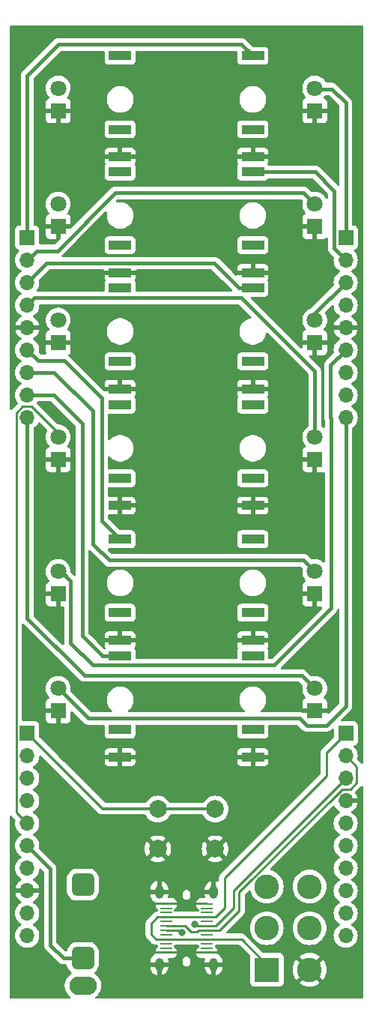
<source format=gbr>
G04 #@! TF.GenerationSoftware,KiCad,Pcbnew,8.0.4*
G04 #@! TF.CreationDate,2024-08-08T14:54:58+01:00*
G04 #@! TF.ProjectId,MidiMonger_controls,4d696469-4d6f-46e6-9765-725f636f6e74,rev?*
G04 #@! TF.SameCoordinates,Original*
G04 #@! TF.FileFunction,Copper,L1,Top*
G04 #@! TF.FilePolarity,Positive*
%FSLAX46Y46*%
G04 Gerber Fmt 4.6, Leading zero omitted, Abs format (unit mm)*
G04 Created by KiCad (PCBNEW 8.0.4) date 2024-08-08 14:54:58*
%MOMM*%
%LPD*%
G01*
G04 APERTURE LIST*
G04 Aperture macros list*
%AMRoundRect*
0 Rectangle with rounded corners*
0 $1 Rounding radius*
0 $2 $3 $4 $5 $6 $7 $8 $9 X,Y pos of 4 corners*
0 Add a 4 corners polygon primitive as box body*
4,1,4,$2,$3,$4,$5,$6,$7,$8,$9,$2,$3,0*
0 Add four circle primitives for the rounded corners*
1,1,$1+$1,$2,$3*
1,1,$1+$1,$4,$5*
1,1,$1+$1,$6,$7*
1,1,$1+$1,$8,$9*
0 Add four rect primitives between the rounded corners*
20,1,$1+$1,$2,$3,$4,$5,0*
20,1,$1+$1,$4,$5,$6,$7,0*
20,1,$1+$1,$6,$7,$8,$9,0*
20,1,$1+$1,$8,$9,$2,$3,0*%
G04 Aperture macros list end*
G04 #@! TA.AperFunction,ComponentPad*
%ADD10R,1.700000X1.700000*%
G04 #@! TD*
G04 #@! TA.AperFunction,ComponentPad*
%ADD11O,1.700000X1.700000*%
G04 #@! TD*
G04 #@! TA.AperFunction,ComponentPad*
%ADD12R,1.800000X1.800000*%
G04 #@! TD*
G04 #@! TA.AperFunction,ComponentPad*
%ADD13C,1.800000*%
G04 #@! TD*
G04 #@! TA.AperFunction,ComponentPad*
%ADD14R,2.500000X1.000000*%
G04 #@! TD*
G04 #@! TA.AperFunction,ComponentPad*
%ADD15C,2.000000*%
G04 #@! TD*
G04 #@! TA.AperFunction,SMDPad,CuDef*
%ADD16R,1.400000X0.270000*%
G04 #@! TD*
G04 #@! TA.AperFunction,ComponentPad*
%ADD17O,1.000000X1.500000*%
G04 #@! TD*
G04 #@! TA.AperFunction,ComponentPad*
%ADD18R,2.775000X2.775000*%
G04 #@! TD*
G04 #@! TA.AperFunction,ComponentPad*
%ADD19C,2.775000*%
G04 #@! TD*
G04 #@! TA.AperFunction,ComponentPad*
%ADD20RoundRect,0.650000X-0.650000X-0.650000X0.650000X-0.650000X0.650000X0.650000X-0.650000X0.650000X0*%
G04 #@! TD*
G04 #@! TA.AperFunction,ComponentPad*
%ADD21O,3.100000X2.100000*%
G04 #@! TD*
G04 #@! TA.AperFunction,ViaPad*
%ADD22C,0.800000*%
G04 #@! TD*
G04 #@! TA.AperFunction,Conductor*
%ADD23C,0.400000*%
G04 #@! TD*
G04 #@! TA.AperFunction,Conductor*
%ADD24C,0.250000*%
G04 #@! TD*
G04 #@! TA.AperFunction,Conductor*
%ADD25C,0.300000*%
G04 #@! TD*
G04 APERTURE END LIST*
D10*
X138000000Y-124000000D03*
D11*
X138000000Y-126540000D03*
X138000000Y-129080000D03*
X138000000Y-131620000D03*
X138000000Y-134160000D03*
X138000000Y-136700000D03*
X138000000Y-139240000D03*
X138000000Y-141780000D03*
X138000000Y-144320000D03*
X138000000Y-146860000D03*
D10*
X102000000Y-124000000D03*
D11*
X102000000Y-126540000D03*
X102000000Y-129080000D03*
X102000000Y-131620000D03*
X102000000Y-134160000D03*
X102000000Y-136700000D03*
X102000000Y-139240000D03*
X102000000Y-141780000D03*
X102000000Y-144320000D03*
X102000000Y-146860000D03*
D10*
X138000000Y-68000000D03*
D11*
X138000000Y-70540000D03*
X138000000Y-73080000D03*
X138000000Y-75620000D03*
X138000000Y-78160000D03*
X138000000Y-80700000D03*
X138000000Y-83240000D03*
X138000000Y-85780000D03*
X138000000Y-88320000D03*
D10*
X102000000Y-68000000D03*
D11*
X102000000Y-70540000D03*
X102000000Y-73080000D03*
X102000000Y-75620000D03*
X102000000Y-78160000D03*
X102000000Y-80700000D03*
X102000000Y-83240000D03*
X102000000Y-85780000D03*
X102000000Y-88320000D03*
D12*
X134500000Y-53670000D03*
D13*
X134500000Y-51130000D03*
D12*
X134500000Y-66770000D03*
D13*
X134500000Y-64230000D03*
D12*
X134500000Y-93070000D03*
D13*
X134500000Y-90530000D03*
D12*
X105500000Y-66770000D03*
D13*
X105500000Y-64230000D03*
D12*
X105500000Y-79870000D03*
D13*
X105500000Y-77330000D03*
D12*
X105500000Y-93070000D03*
D13*
X105500000Y-90530000D03*
D12*
X134500000Y-108270000D03*
D13*
X134500000Y-105730000D03*
D12*
X105500000Y-121470000D03*
D13*
X105500000Y-118930000D03*
D14*
X127500000Y-85080000D03*
X127500000Y-81980000D03*
X127500000Y-73680000D03*
X127500000Y-98280000D03*
X127500000Y-95180000D03*
X127500000Y-86880000D03*
X127500000Y-58880000D03*
X127500000Y-55780000D03*
X127500000Y-47480000D03*
X127500000Y-71980000D03*
X127500000Y-68880000D03*
X127500000Y-60580000D03*
X127500000Y-113480000D03*
X127500000Y-110380000D03*
X127500000Y-102080000D03*
X112500000Y-71980000D03*
X112500000Y-68880000D03*
X112500000Y-60580000D03*
X127500000Y-126680000D03*
X127500000Y-123580000D03*
X127500000Y-115280000D03*
D12*
X134500000Y-121470000D03*
D13*
X134500000Y-118930000D03*
D14*
X112500000Y-98280000D03*
X112500000Y-95180000D03*
X112500000Y-86880000D03*
D12*
X134500000Y-79870000D03*
D13*
X134500000Y-77330000D03*
D14*
X112500000Y-85080000D03*
X112500000Y-81980000D03*
X112500000Y-73680000D03*
X112500000Y-126680000D03*
X112500000Y-123580000D03*
X112500000Y-115280000D03*
D12*
X105500000Y-108270000D03*
D13*
X105500000Y-105730000D03*
D12*
X105500000Y-53670000D03*
D13*
X105500000Y-51130000D03*
D14*
X112500000Y-58880000D03*
X112500000Y-55780000D03*
X112500000Y-47480000D03*
X112500000Y-113480000D03*
X112500000Y-110380000D03*
X112500000Y-102080000D03*
D15*
X116750000Y-132550000D03*
X123250000Y-132550000D03*
X116750000Y-137050000D03*
X123250000Y-137050000D03*
D16*
X122300000Y-143250000D03*
X122300000Y-143750000D03*
X122300000Y-144250000D03*
X122300000Y-144750000D03*
X122300000Y-145250000D03*
X122300000Y-145750000D03*
X122300000Y-146250000D03*
X122300000Y-146750000D03*
X122300000Y-147250000D03*
X122300000Y-147750000D03*
X122300000Y-148250000D03*
X122300000Y-148750000D03*
X117700000Y-148750000D03*
X117700000Y-148250000D03*
X117700000Y-147750000D03*
X117700000Y-147250000D03*
X117700000Y-146750000D03*
X117700000Y-146250000D03*
X117700000Y-145750000D03*
X117700000Y-145250000D03*
X117700000Y-144750000D03*
X117700000Y-144250000D03*
X117700000Y-143750000D03*
X117700000Y-143250000D03*
D17*
X123070000Y-141900000D03*
X116930000Y-141900000D03*
X123070000Y-150100000D03*
X116930000Y-150100000D03*
D18*
X129085000Y-150700000D03*
D19*
X129085000Y-146000000D03*
X129085000Y-141300000D03*
X133915000Y-150700000D03*
X133915000Y-146000000D03*
X133915000Y-141300000D03*
D20*
X108300000Y-149380000D03*
D21*
X108300000Y-152480000D03*
D20*
X108300000Y-141080000D03*
D22*
X119501366Y-146475000D03*
X120900000Y-145600000D03*
D23*
X138000000Y-68000000D02*
X138000000Y-52800000D01*
X136430000Y-51230000D02*
X134500000Y-51230000D01*
X138000000Y-52800000D02*
X136430000Y-51230000D01*
X133230000Y-62960000D02*
X134500000Y-64230000D01*
X102000000Y-70540000D02*
X103040000Y-69500000D01*
X111940000Y-62960000D02*
X133230000Y-62960000D01*
X105400000Y-69500000D02*
X111940000Y-62960000D01*
X103040000Y-69500000D02*
X105400000Y-69500000D01*
X138000000Y-73080000D02*
X134500000Y-76580000D01*
X134500000Y-76580000D02*
X134500000Y-77230000D01*
X102820000Y-74800000D02*
X126204163Y-74800000D01*
X134500000Y-83095837D02*
X134500000Y-90230000D01*
X102000000Y-75620000D02*
X102820000Y-74800000D01*
X126204163Y-74800000D02*
X134500000Y-83095837D01*
D24*
X101492588Y-87095000D02*
X102507412Y-87095000D01*
X100775000Y-87812588D02*
X101492588Y-87095000D01*
X105500000Y-90087588D02*
X105500000Y-90530000D01*
X100775000Y-132935000D02*
X100775000Y-87812588D01*
X102000000Y-134160000D02*
X100775000Y-132935000D01*
X102507412Y-87095000D02*
X105500000Y-90087588D01*
D23*
X136350000Y-88400811D02*
X136300000Y-88350811D01*
X105500000Y-105730000D02*
X105830000Y-105730000D01*
X129900000Y-116300000D02*
X136350000Y-109850000D01*
X105830000Y-105730000D02*
X106900000Y-106800000D01*
X106900000Y-113800000D02*
X109400000Y-116300000D01*
X136300000Y-88350811D02*
X136300000Y-82400000D01*
X109400000Y-116300000D02*
X129900000Y-116300000D01*
X106900000Y-106800000D02*
X106900000Y-113800000D01*
X136300000Y-82400000D02*
X138000000Y-80700000D01*
X136350000Y-109850000D02*
X136350000Y-88400811D01*
X111260000Y-104460000D02*
X133230000Y-104460000D01*
X109400000Y-102600000D02*
X111260000Y-104460000D01*
X102000000Y-83240000D02*
X105040000Y-83240000D01*
X105040000Y-83240000D02*
X109400000Y-87600000D01*
X109400000Y-87600000D02*
X109400000Y-102600000D01*
X133230000Y-104460000D02*
X134500000Y-105730000D01*
X135800000Y-123100000D02*
X138000000Y-120900000D01*
X133600000Y-123100000D02*
X135800000Y-123100000D01*
X105530000Y-118930000D02*
X108900000Y-122300000D01*
X105500000Y-118930000D02*
X105530000Y-118930000D01*
X138000000Y-120900000D02*
X138000000Y-88320000D01*
X108900000Y-122300000D02*
X132800000Y-122300000D01*
X132800000Y-122300000D02*
X133600000Y-123100000D01*
X102000000Y-88320000D02*
X102000000Y-111000000D01*
X133030000Y-117460000D02*
X134500000Y-118930000D01*
X102000000Y-111000000D02*
X108460000Y-117460000D01*
X108460000Y-117460000D02*
X133030000Y-117460000D01*
X108200000Y-113000000D02*
X110480000Y-115280000D01*
X110480000Y-115280000D02*
X112500000Y-115280000D01*
X108200000Y-89000000D02*
X108200000Y-113000000D01*
X102000000Y-85780000D02*
X104980000Y-85780000D01*
X104980000Y-85780000D02*
X108200000Y-89000000D01*
X104180000Y-70900000D02*
X123170000Y-70900000D01*
X125950000Y-73680000D02*
X127500000Y-73680000D01*
X123170000Y-70900000D02*
X125950000Y-73680000D01*
X102000000Y-73080000D02*
X104180000Y-70900000D01*
X105500000Y-46200000D02*
X126220000Y-46200000D01*
X102000000Y-49700000D02*
X105500000Y-46200000D01*
X126220000Y-46200000D02*
X127500000Y-47480000D01*
X102000000Y-68000000D02*
X102000000Y-49700000D01*
X110400000Y-99980000D02*
X112500000Y-102080000D01*
X110400000Y-86100000D02*
X110400000Y-99980000D01*
X102000000Y-80700000D02*
X103200000Y-81900000D01*
X103200000Y-81900000D02*
X106200000Y-81900000D01*
X106200000Y-81900000D02*
X110400000Y-86100000D01*
X138000000Y-70540000D02*
X136700000Y-69240000D01*
X136700000Y-62750811D02*
X134529189Y-60580000D01*
X134529189Y-60580000D02*
X127500000Y-60580000D01*
X136700000Y-69240000D02*
X136700000Y-62750811D01*
D25*
X123200000Y-132500000D02*
X123250000Y-132550000D01*
X116750000Y-132550000D02*
X116800000Y-132500000D01*
X102000000Y-124000000D02*
X110500000Y-132500000D01*
X110500000Y-132500000D02*
X116700000Y-132500000D01*
X116700000Y-132500000D02*
X116750000Y-132550000D01*
X116800000Y-132500000D02*
X123200000Y-132500000D01*
D23*
X102000000Y-136700000D02*
X104600000Y-139300000D01*
X106080000Y-149380000D02*
X108300000Y-149380000D01*
X104600000Y-147900000D02*
X106080000Y-149380000D01*
X104600000Y-139300000D02*
X104600000Y-147900000D01*
D24*
X122300000Y-145750000D02*
X123285000Y-145750000D01*
X120900000Y-145600000D02*
X121050000Y-145750000D01*
X121050000Y-145750000D02*
X122300000Y-145750000D01*
X117700000Y-146250000D02*
X119276366Y-146250000D01*
X123285000Y-145750000D02*
X125300000Y-143735000D01*
X119276366Y-146250000D02*
X119501366Y-146475000D01*
X125300000Y-141780000D02*
X138000000Y-129080000D01*
X125300000Y-143735000D02*
X125300000Y-141780000D01*
X117700000Y-147250000D02*
X122300000Y-147250000D01*
X129085000Y-150100000D02*
X129085000Y-150700000D01*
X117700000Y-144750000D02*
X122300000Y-144750000D01*
X135800000Y-128800000D02*
X135800000Y-126200000D01*
X135800000Y-126200000D02*
X138000000Y-124000000D01*
X124300000Y-140300000D02*
X135800000Y-128800000D01*
X122300000Y-147250000D02*
X126235000Y-147250000D01*
X126235000Y-147250000D02*
X129085000Y-150100000D01*
X116550000Y-147250000D02*
X116000000Y-146700000D01*
X117700000Y-147250000D02*
X116550000Y-147250000D01*
X122300000Y-144750000D02*
X123285000Y-144750000D01*
X116715000Y-144750000D02*
X117700000Y-144750000D01*
X124300000Y-143735000D02*
X124300000Y-140300000D01*
X123285000Y-144750000D02*
X124300000Y-143735000D01*
X116000000Y-145465000D02*
X116715000Y-144750000D01*
X116000000Y-146700000D02*
X116000000Y-145465000D01*
X139225000Y-127765000D02*
X138000000Y-126540000D01*
X125967500Y-144032500D02*
X125967500Y-141920088D01*
X137582588Y-130305000D02*
X138507412Y-130305000D01*
X139225000Y-129587412D02*
X139225000Y-127765000D01*
X122300000Y-146250000D02*
X121346016Y-146250000D01*
X125967500Y-141920088D02*
X137582588Y-130305000D01*
X121221016Y-146375000D02*
X120497382Y-146375000D01*
X119130350Y-145750000D02*
X117700000Y-145750000D01*
X138507412Y-130305000D02*
X139225000Y-129587412D01*
X119822382Y-145700000D02*
X119180350Y-145700000D01*
X123750000Y-146250000D02*
X125967500Y-144032500D01*
X119180350Y-145700000D02*
X119130350Y-145750000D01*
X122300000Y-146250000D02*
X123750000Y-146250000D01*
X121346016Y-146250000D02*
X121221016Y-146375000D01*
X120497382Y-146375000D02*
X119822382Y-145700000D01*
G04 #@! TA.AperFunction,Conductor*
G36*
X100259012Y-133311120D02*
G01*
X100281264Y-133336341D01*
X100282929Y-133338833D01*
X100282931Y-133338835D01*
X100650132Y-133706036D01*
X100684158Y-133768348D01*
X100683182Y-133826061D01*
X100655436Y-133935628D01*
X100636844Y-134160000D01*
X100655437Y-134384375D01*
X100710702Y-134602612D01*
X100710703Y-134602613D01*
X100801141Y-134808793D01*
X100924275Y-134997265D01*
X100924279Y-134997270D01*
X101076762Y-135162908D01*
X101131331Y-135205381D01*
X101254424Y-135301189D01*
X101287680Y-135319186D01*
X101338071Y-135369200D01*
X101353423Y-135438516D01*
X101328862Y-135505129D01*
X101287680Y-135540813D01*
X101254426Y-135558810D01*
X101254424Y-135558811D01*
X101076762Y-135697091D01*
X100924279Y-135862729D01*
X100924275Y-135862734D01*
X100801141Y-136051206D01*
X100710703Y-136257386D01*
X100710702Y-136257387D01*
X100655437Y-136475624D01*
X100655436Y-136475630D01*
X100655436Y-136475632D01*
X100644311Y-136609890D01*
X100636844Y-136700000D01*
X100655437Y-136924375D01*
X100710702Y-137142612D01*
X100710703Y-137142613D01*
X100710704Y-137142616D01*
X100773875Y-137286632D01*
X100801141Y-137348793D01*
X100924275Y-137537265D01*
X100924279Y-137537270D01*
X101076762Y-137702908D01*
X101120227Y-137736738D01*
X101254424Y-137841189D01*
X101287680Y-137859186D01*
X101338071Y-137909200D01*
X101353423Y-137978516D01*
X101328862Y-138045129D01*
X101287680Y-138080813D01*
X101254426Y-138098810D01*
X101254424Y-138098811D01*
X101076762Y-138237091D01*
X100924279Y-138402729D01*
X100924275Y-138402734D01*
X100801141Y-138591206D01*
X100710703Y-138797386D01*
X100710702Y-138797387D01*
X100655437Y-139015624D01*
X100655436Y-139015630D01*
X100655436Y-139015632D01*
X100636844Y-139240000D01*
X100650032Y-139399157D01*
X100655437Y-139464375D01*
X100710702Y-139682612D01*
X100710703Y-139682613D01*
X100710704Y-139682616D01*
X100790020Y-139863439D01*
X100801141Y-139888793D01*
X100924275Y-140077265D01*
X100924279Y-140077270D01*
X101076762Y-140242908D01*
X101110614Y-140269256D01*
X101254424Y-140381189D01*
X101288205Y-140399470D01*
X101338596Y-140449482D01*
X101353949Y-140518799D01*
X101329389Y-140585412D01*
X101288209Y-140621096D01*
X101254704Y-140639228D01*
X101254698Y-140639232D01*
X101077097Y-140777465D01*
X100924674Y-140943041D01*
X100801580Y-141131451D01*
X100711179Y-141337543D01*
X100711176Y-141337550D01*
X100663455Y-141525999D01*
X100663456Y-141526000D01*
X101569297Y-141526000D01*
X101534075Y-141587007D01*
X101500000Y-141714174D01*
X101500000Y-141845826D01*
X101534075Y-141972993D01*
X101569297Y-142034000D01*
X100663455Y-142034000D01*
X100711176Y-142222449D01*
X100711179Y-142222456D01*
X100801580Y-142428548D01*
X100924674Y-142616958D01*
X101077097Y-142782534D01*
X101254698Y-142920767D01*
X101254704Y-142920771D01*
X101288207Y-142938902D01*
X101338597Y-142988915D01*
X101353949Y-143058232D01*
X101329388Y-143124845D01*
X101288207Y-143160528D01*
X101254430Y-143178807D01*
X101254424Y-143178811D01*
X101076762Y-143317091D01*
X100924279Y-143482729D01*
X100924275Y-143482734D01*
X100801141Y-143671206D01*
X100710703Y-143877386D01*
X100710702Y-143877387D01*
X100655437Y-144095624D01*
X100655436Y-144095630D01*
X100655436Y-144095632D01*
X100636844Y-144320000D01*
X100643548Y-144400909D01*
X100655437Y-144544375D01*
X100710702Y-144762612D01*
X100710703Y-144762613D01*
X100801141Y-144968793D01*
X100924275Y-145157265D01*
X100924279Y-145157270D01*
X101076762Y-145322908D01*
X101131331Y-145365381D01*
X101254424Y-145461189D01*
X101287680Y-145479186D01*
X101338071Y-145529200D01*
X101353423Y-145598516D01*
X101328862Y-145665129D01*
X101287680Y-145700813D01*
X101254426Y-145718810D01*
X101254424Y-145718811D01*
X101076762Y-145857091D01*
X100924279Y-146022729D01*
X100924275Y-146022734D01*
X100801141Y-146211206D01*
X100710703Y-146417386D01*
X100710702Y-146417387D01*
X100655437Y-146635624D01*
X100655436Y-146635630D01*
X100655436Y-146635632D01*
X100636844Y-146860000D01*
X100648451Y-147000076D01*
X100655437Y-147084375D01*
X100710702Y-147302612D01*
X100710703Y-147302613D01*
X100710704Y-147302616D01*
X100769457Y-147436561D01*
X100801141Y-147508793D01*
X100924275Y-147697265D01*
X100924279Y-147697270D01*
X101076762Y-147862908D01*
X101103219Y-147883500D01*
X101254424Y-148001189D01*
X101452426Y-148108342D01*
X101452427Y-148108342D01*
X101452428Y-148108343D01*
X101564227Y-148146723D01*
X101665365Y-148181444D01*
X101887431Y-148218500D01*
X101887435Y-148218500D01*
X102112565Y-148218500D01*
X102112569Y-148218500D01*
X102334635Y-148181444D01*
X102547574Y-148108342D01*
X102745576Y-148001189D01*
X102923240Y-147862906D01*
X103075722Y-147697268D01*
X103198860Y-147508791D01*
X103289296Y-147302616D01*
X103344564Y-147084368D01*
X103363156Y-146860000D01*
X103344564Y-146635632D01*
X103321066Y-146542842D01*
X103289297Y-146417387D01*
X103289296Y-146417386D01*
X103289296Y-146417384D01*
X103198860Y-146211209D01*
X103084893Y-146036769D01*
X103075724Y-146022734D01*
X103075720Y-146022729D01*
X102923237Y-145857091D01*
X102841382Y-145793381D01*
X102745576Y-145718811D01*
X102712319Y-145700813D01*
X102661929Y-145650802D01*
X102646576Y-145581485D01*
X102671136Y-145514872D01*
X102712320Y-145479186D01*
X102745576Y-145461189D01*
X102923240Y-145322906D01*
X103075722Y-145157268D01*
X103198860Y-144968791D01*
X103289296Y-144762616D01*
X103344564Y-144544368D01*
X103363156Y-144320000D01*
X103344564Y-144095632D01*
X103313400Y-143972568D01*
X103289297Y-143877387D01*
X103289296Y-143877386D01*
X103289296Y-143877384D01*
X103198860Y-143671209D01*
X103149235Y-143595252D01*
X103075724Y-143482734D01*
X103075720Y-143482729D01*
X102959570Y-143356559D01*
X102923240Y-143317094D01*
X102923239Y-143317093D01*
X102923237Y-143317091D01*
X102841382Y-143253381D01*
X102745576Y-143178811D01*
X102711792Y-143160528D01*
X102661402Y-143110516D01*
X102646050Y-143041199D01*
X102670610Y-142974586D01*
X102711793Y-142938901D01*
X102745300Y-142920767D01*
X102745301Y-142920767D01*
X102922902Y-142782534D01*
X103075325Y-142616958D01*
X103198419Y-142428548D01*
X103288820Y-142222456D01*
X103288823Y-142222449D01*
X103336544Y-142034000D01*
X102430703Y-142034000D01*
X102465925Y-141972993D01*
X102500000Y-141845826D01*
X102500000Y-141714174D01*
X102465925Y-141587007D01*
X102430703Y-141526000D01*
X103336544Y-141526000D01*
X103336544Y-141525999D01*
X103288823Y-141337550D01*
X103288820Y-141337543D01*
X103198419Y-141131451D01*
X103075325Y-140943041D01*
X102922902Y-140777465D01*
X102745301Y-140639232D01*
X102745300Y-140639231D01*
X102711791Y-140621097D01*
X102661401Y-140571083D01*
X102646050Y-140501766D01*
X102670612Y-140435153D01*
X102711790Y-140399472D01*
X102745576Y-140381189D01*
X102923240Y-140242906D01*
X103075722Y-140077268D01*
X103198860Y-139888791D01*
X103289296Y-139682616D01*
X103344564Y-139464368D01*
X103354089Y-139349410D01*
X103379647Y-139283178D01*
X103436958Y-139241275D01*
X103507827Y-139237008D01*
X103568753Y-139270724D01*
X103854595Y-139556566D01*
X103888621Y-139618878D01*
X103891500Y-139645661D01*
X103891500Y-147830218D01*
X103891500Y-147969782D01*
X103894870Y-147986725D01*
X103904289Y-148034080D01*
X103916457Y-148095250D01*
X103918727Y-148106661D01*
X103972133Y-148235598D01*
X103972134Y-148235600D01*
X104049671Y-148351642D01*
X104049676Y-148351648D01*
X105628351Y-149930323D01*
X105628357Y-149930328D01*
X105744399Y-150007865D01*
X105835572Y-150045630D01*
X105873338Y-150061273D01*
X105941778Y-150074886D01*
X106010218Y-150088500D01*
X106010219Y-150088500D01*
X106373855Y-150088500D01*
X106441976Y-150108502D01*
X106488469Y-150162158D01*
X106495546Y-150186009D01*
X106496527Y-150185779D01*
X106546850Y-150399740D01*
X106633572Y-150596145D01*
X106754908Y-150773275D01*
X106754911Y-150773279D01*
X106906720Y-150925088D01*
X106906724Y-150925091D01*
X106906725Y-150925092D01*
X106928726Y-150940163D01*
X106955988Y-150958838D01*
X107000884Y-151013837D01*
X107008918Y-151084378D01*
X106977539Y-151148064D01*
X106958843Y-151164724D01*
X106784699Y-151291248D01*
X106611244Y-151464703D01*
X106467051Y-151663167D01*
X106355685Y-151881736D01*
X106355682Y-151881744D01*
X106279876Y-152115047D01*
X106266943Y-152196704D01*
X106241500Y-152357343D01*
X106241500Y-152602657D01*
X106267084Y-152764185D01*
X106279876Y-152844952D01*
X106355682Y-153078255D01*
X106355685Y-153078263D01*
X106467051Y-153296832D01*
X106611244Y-153495296D01*
X106784703Y-153668755D01*
X106857388Y-153721564D01*
X106900742Y-153777787D01*
X106906817Y-153848523D01*
X106873685Y-153911315D01*
X106811865Y-153946226D01*
X106783327Y-153949500D01*
X100176500Y-153949500D01*
X100108379Y-153929498D01*
X100061886Y-153875842D01*
X100050500Y-153823500D01*
X100050500Y-133406344D01*
X100070502Y-133338223D01*
X100124158Y-133291730D01*
X100194432Y-133281626D01*
X100259012Y-133311120D01*
G37*
G04 #@! TD.AperFunction*
G04 #@! TA.AperFunction,Conductor*
G36*
X101617012Y-111619437D02*
G01*
X101623595Y-111625566D01*
X105463530Y-115465500D01*
X108008358Y-118010328D01*
X108124400Y-118087865D01*
X108199930Y-118119150D01*
X108253338Y-118141273D01*
X108390219Y-118168500D01*
X132684338Y-118168500D01*
X132752459Y-118188502D01*
X132773433Y-118205404D01*
X133087544Y-118519514D01*
X133121569Y-118581827D01*
X133120594Y-118639540D01*
X133105949Y-118697370D01*
X133086673Y-118930000D01*
X133105950Y-119162633D01*
X133163249Y-119388903D01*
X133163252Y-119388910D01*
X133257015Y-119602668D01*
X133257016Y-119602669D01*
X133384686Y-119798083D01*
X133470209Y-119890985D01*
X133501629Y-119954648D01*
X133493642Y-120025194D01*
X133448784Y-120080223D01*
X133421541Y-120094376D01*
X133354037Y-120119554D01*
X133354034Y-120119555D01*
X133237095Y-120207095D01*
X133149555Y-120324034D01*
X133149555Y-120324035D01*
X133098505Y-120460906D01*
X133092000Y-120521402D01*
X133092000Y-121216000D01*
X134127032Y-121216000D01*
X134080667Y-121296306D01*
X134050000Y-121410756D01*
X134050000Y-121529244D01*
X134080667Y-121643694D01*
X134127032Y-121724000D01*
X133251444Y-121724000D01*
X133183323Y-121703998D01*
X133181442Y-121702765D01*
X133177568Y-121700176D01*
X133135601Y-121672135D01*
X133044427Y-121634369D01*
X133044426Y-121634368D01*
X133006669Y-121618729D01*
X133006663Y-121618727D01*
X133006662Y-121618727D01*
X132938221Y-121605113D01*
X132938220Y-121605112D01*
X132869787Y-121591500D01*
X132869782Y-121591500D01*
X132869781Y-121591500D01*
X128525355Y-121591500D01*
X128457234Y-121571498D01*
X128410741Y-121517842D01*
X128400637Y-121447568D01*
X128430131Y-121382988D01*
X128451294Y-121363564D01*
X128467703Y-121351642D01*
X128477510Y-121344517D01*
X128644517Y-121177510D01*
X128783343Y-120986433D01*
X128890568Y-120775992D01*
X128963553Y-120551368D01*
X129000500Y-120318092D01*
X129000500Y-120081908D01*
X128963553Y-119848632D01*
X128890568Y-119624008D01*
X128783343Y-119413567D01*
X128676072Y-119265922D01*
X128644515Y-119222487D01*
X128477512Y-119055484D01*
X128286436Y-118916659D01*
X128286435Y-118916658D01*
X128286433Y-118916657D01*
X128075992Y-118809432D01*
X127851368Y-118736447D01*
X127618092Y-118699500D01*
X127381908Y-118699500D01*
X127148632Y-118736447D01*
X127148629Y-118736447D01*
X127148628Y-118736448D01*
X126924008Y-118809432D01*
X126924006Y-118809433D01*
X126713563Y-118916659D01*
X126522487Y-119055484D01*
X126355484Y-119222487D01*
X126216659Y-119413563D01*
X126109433Y-119624006D01*
X126109432Y-119624008D01*
X126052873Y-119798079D01*
X126036447Y-119848632D01*
X125999500Y-120081908D01*
X125999500Y-120318092D01*
X126036447Y-120551368D01*
X126109432Y-120775992D01*
X126216657Y-120986433D01*
X126216659Y-120986436D01*
X126355484Y-121177512D01*
X126522487Y-121344515D01*
X126548706Y-121363564D01*
X126592060Y-121419787D01*
X126598135Y-121490523D01*
X126565003Y-121553314D01*
X126503183Y-121588226D01*
X126474645Y-121591500D01*
X113525355Y-121591500D01*
X113457234Y-121571498D01*
X113410741Y-121517842D01*
X113400637Y-121447568D01*
X113430131Y-121382988D01*
X113451294Y-121363564D01*
X113467703Y-121351642D01*
X113477510Y-121344517D01*
X113644517Y-121177510D01*
X113783343Y-120986433D01*
X113890568Y-120775992D01*
X113963553Y-120551368D01*
X114000500Y-120318092D01*
X114000500Y-120081908D01*
X113963553Y-119848632D01*
X113890568Y-119624008D01*
X113783343Y-119413567D01*
X113676072Y-119265922D01*
X113644515Y-119222487D01*
X113477512Y-119055484D01*
X113286436Y-118916659D01*
X113286435Y-118916658D01*
X113286433Y-118916657D01*
X113075992Y-118809432D01*
X112851368Y-118736447D01*
X112618092Y-118699500D01*
X112381908Y-118699500D01*
X112148632Y-118736447D01*
X112148629Y-118736447D01*
X112148628Y-118736448D01*
X111924008Y-118809432D01*
X111924006Y-118809433D01*
X111713563Y-118916659D01*
X111522487Y-119055484D01*
X111355484Y-119222487D01*
X111216659Y-119413563D01*
X111109433Y-119624006D01*
X111109432Y-119624008D01*
X111052873Y-119798079D01*
X111036447Y-119848632D01*
X110999500Y-120081908D01*
X110999500Y-120318092D01*
X111036447Y-120551368D01*
X111109432Y-120775992D01*
X111216657Y-120986433D01*
X111216659Y-120986436D01*
X111355484Y-121177512D01*
X111522487Y-121344515D01*
X111548706Y-121363564D01*
X111592060Y-121419787D01*
X111598135Y-121490523D01*
X111565003Y-121553314D01*
X111503183Y-121588226D01*
X111474645Y-121591500D01*
X109245660Y-121591500D01*
X109177539Y-121571498D01*
X109156565Y-121554595D01*
X106918516Y-119316546D01*
X106884490Y-119254234D01*
X106885467Y-119196518D01*
X106894051Y-119162626D01*
X106913327Y-118930000D01*
X106894051Y-118697374D01*
X106894049Y-118697366D01*
X106836750Y-118471096D01*
X106836747Y-118471089D01*
X106742984Y-118257331D01*
X106615314Y-118061916D01*
X106457225Y-117890186D01*
X106457221Y-117890182D01*
X106365118Y-117818496D01*
X106273017Y-117746810D01*
X106067727Y-117635713D01*
X106067724Y-117635712D01*
X106067723Y-117635711D01*
X105846955Y-117559921D01*
X105846948Y-117559919D01*
X105748411Y-117543476D01*
X105616712Y-117521500D01*
X105383288Y-117521500D01*
X105268066Y-117540727D01*
X105153051Y-117559919D01*
X105153044Y-117559921D01*
X104932276Y-117635711D01*
X104932273Y-117635713D01*
X104726985Y-117746809D01*
X104726983Y-117746810D01*
X104542778Y-117890182D01*
X104542774Y-117890186D01*
X104384685Y-118061916D01*
X104257015Y-118257331D01*
X104163252Y-118471089D01*
X104163249Y-118471096D01*
X104105950Y-118697366D01*
X104105950Y-118697370D01*
X104105949Y-118697374D01*
X104087779Y-118916657D01*
X104086673Y-118930000D01*
X104105950Y-119162633D01*
X104163249Y-119388903D01*
X104163252Y-119388910D01*
X104257015Y-119602668D01*
X104257016Y-119602669D01*
X104384686Y-119798083D01*
X104470209Y-119890985D01*
X104501629Y-119954648D01*
X104493642Y-120025194D01*
X104448784Y-120080223D01*
X104421541Y-120094376D01*
X104354037Y-120119554D01*
X104354034Y-120119555D01*
X104237095Y-120207095D01*
X104149555Y-120324034D01*
X104149555Y-120324035D01*
X104098505Y-120460906D01*
X104092000Y-120521402D01*
X104092000Y-121216000D01*
X105127032Y-121216000D01*
X105080667Y-121296306D01*
X105050000Y-121410756D01*
X105050000Y-121529244D01*
X105080667Y-121643694D01*
X105127032Y-121724000D01*
X104092000Y-121724000D01*
X104092000Y-122418597D01*
X104098505Y-122479093D01*
X104149555Y-122615964D01*
X104149555Y-122615965D01*
X104237095Y-122732904D01*
X104354034Y-122820444D01*
X104490906Y-122871494D01*
X104551402Y-122877999D01*
X104551415Y-122878000D01*
X105246000Y-122878000D01*
X105246000Y-121842968D01*
X105326306Y-121889333D01*
X105440756Y-121920000D01*
X105559244Y-121920000D01*
X105673694Y-121889333D01*
X105754000Y-121842968D01*
X105754000Y-122878000D01*
X106448585Y-122878000D01*
X106448597Y-122877999D01*
X106509093Y-122871494D01*
X106645964Y-122820444D01*
X106645965Y-122820444D01*
X106762904Y-122732904D01*
X106850444Y-122615965D01*
X106850444Y-122615964D01*
X106901494Y-122479093D01*
X106907999Y-122418597D01*
X106908000Y-122418585D01*
X106908000Y-121614160D01*
X106928002Y-121546039D01*
X106981658Y-121499546D01*
X107051932Y-121489442D01*
X107116512Y-121518936D01*
X107123087Y-121525058D01*
X107169528Y-121571498D01*
X108448352Y-122850323D01*
X108448358Y-122850328D01*
X108564400Y-122927865D01*
X108639930Y-122959150D01*
X108693338Y-122981273D01*
X108830219Y-123008500D01*
X110615500Y-123008500D01*
X110683621Y-123028502D01*
X110730114Y-123082158D01*
X110741500Y-123134500D01*
X110741500Y-124128649D01*
X110748009Y-124189196D01*
X110748011Y-124189204D01*
X110799110Y-124326202D01*
X110799112Y-124326207D01*
X110886738Y-124443261D01*
X111003792Y-124530887D01*
X111003794Y-124530888D01*
X111003796Y-124530889D01*
X111062875Y-124552924D01*
X111140795Y-124581988D01*
X111140803Y-124581990D01*
X111201350Y-124588499D01*
X111201355Y-124588499D01*
X111201362Y-124588500D01*
X111201368Y-124588500D01*
X113798632Y-124588500D01*
X113798638Y-124588500D01*
X113798645Y-124588499D01*
X113798649Y-124588499D01*
X113859196Y-124581990D01*
X113859199Y-124581989D01*
X113859201Y-124581989D01*
X113996204Y-124530889D01*
X114038134Y-124499501D01*
X114113261Y-124443261D01*
X114200887Y-124326207D01*
X114200887Y-124326206D01*
X114200889Y-124326204D01*
X114251989Y-124189201D01*
X114258500Y-124128638D01*
X114258500Y-123134500D01*
X114278502Y-123066379D01*
X114332158Y-123019886D01*
X114384500Y-123008500D01*
X125615500Y-123008500D01*
X125683621Y-123028502D01*
X125730114Y-123082158D01*
X125741500Y-123134500D01*
X125741500Y-124128649D01*
X125748009Y-124189196D01*
X125748011Y-124189204D01*
X125799110Y-124326202D01*
X125799112Y-124326207D01*
X125886738Y-124443261D01*
X126003792Y-124530887D01*
X126003794Y-124530888D01*
X126003796Y-124530889D01*
X126062875Y-124552924D01*
X126140795Y-124581988D01*
X126140803Y-124581990D01*
X126201350Y-124588499D01*
X126201355Y-124588499D01*
X126201362Y-124588500D01*
X126201368Y-124588500D01*
X128798632Y-124588500D01*
X128798638Y-124588500D01*
X128798645Y-124588499D01*
X128798649Y-124588499D01*
X128859196Y-124581990D01*
X128859199Y-124581989D01*
X128859201Y-124581989D01*
X128996204Y-124530889D01*
X129038134Y-124499501D01*
X129113261Y-124443261D01*
X129200887Y-124326207D01*
X129200887Y-124326206D01*
X129200889Y-124326204D01*
X129251989Y-124189201D01*
X129258500Y-124128638D01*
X129258500Y-123134500D01*
X129278502Y-123066379D01*
X129332158Y-123019886D01*
X129384500Y-123008500D01*
X132454338Y-123008500D01*
X132522459Y-123028502D01*
X132543433Y-123045404D01*
X133148358Y-123650328D01*
X133264399Y-123727865D01*
X133355572Y-123765630D01*
X133393338Y-123781273D01*
X133530219Y-123808500D01*
X133530220Y-123808500D01*
X135869777Y-123808500D01*
X135869782Y-123808500D01*
X135938221Y-123794886D01*
X136006662Y-123781273D01*
X136044427Y-123765630D01*
X136135601Y-123727865D01*
X136251643Y-123650328D01*
X136426405Y-123475565D01*
X136488716Y-123441541D01*
X136559532Y-123446605D01*
X136616368Y-123489152D01*
X136641179Y-123555672D01*
X136641500Y-123564661D01*
X136641500Y-124410406D01*
X136621498Y-124478527D01*
X136604595Y-124499501D01*
X135307931Y-125796164D01*
X135307929Y-125796167D01*
X135238600Y-125899925D01*
X135224471Y-125934035D01*
X135190846Y-126015212D01*
X135166500Y-126137603D01*
X135166500Y-128485406D01*
X135146498Y-128553527D01*
X135129595Y-128574501D01*
X123807931Y-139896164D01*
X123807926Y-139896171D01*
X123738601Y-139999923D01*
X123690846Y-140115212D01*
X123666500Y-140237603D01*
X123666500Y-140617454D01*
X123646498Y-140685575D01*
X123592842Y-140732068D01*
X123522568Y-140742172D01*
X123492283Y-140733863D01*
X123364024Y-140680737D01*
X123364015Y-140680735D01*
X123324000Y-140672774D01*
X123324000Y-141489939D01*
X123310060Y-141465795D01*
X123254205Y-141409940D01*
X123185796Y-141370444D01*
X123109496Y-141350000D01*
X123030504Y-141350000D01*
X122954204Y-141370444D01*
X122885795Y-141409940D01*
X122829940Y-141465795D01*
X122816000Y-141489939D01*
X122816000Y-140672775D01*
X122815999Y-140672774D01*
X122775984Y-140680735D01*
X122775979Y-140680736D01*
X122592532Y-140756722D01*
X122427442Y-140867032D01*
X122427435Y-140867037D01*
X122287037Y-141007435D01*
X122287032Y-141007442D01*
X122176722Y-141172533D01*
X122100739Y-141355971D01*
X122100737Y-141355976D01*
X122062000Y-141550718D01*
X122062000Y-141646000D01*
X122770000Y-141646000D01*
X122770000Y-142154000D01*
X122062000Y-142154000D01*
X122062000Y-142249281D01*
X122100739Y-142444030D01*
X122100862Y-142444436D01*
X122100863Y-142444658D01*
X122101945Y-142450093D01*
X122100913Y-142450298D01*
X122101489Y-142515430D01*
X122063634Y-142575492D01*
X121999316Y-142605554D01*
X121980284Y-142607000D01*
X121551402Y-142607000D01*
X121490906Y-142613505D01*
X121354035Y-142664555D01*
X121354034Y-142664555D01*
X121237095Y-142752095D01*
X121149555Y-142869034D01*
X121149555Y-142869035D01*
X121098505Y-143005906D01*
X121092000Y-143066402D01*
X121092000Y-143115000D01*
X122309000Y-143115000D01*
X122377121Y-143135002D01*
X122423614Y-143188658D01*
X122435000Y-143241000D01*
X122435000Y-143259000D01*
X122414998Y-143327121D01*
X122361342Y-143373614D01*
X122309000Y-143385000D01*
X121092000Y-143385000D01*
X121092000Y-143433597D01*
X121098505Y-143494093D01*
X121149555Y-143630964D01*
X121149555Y-143630965D01*
X121237095Y-143747904D01*
X121352605Y-143834374D01*
X121395152Y-143891210D01*
X121400675Y-143910660D01*
X121411667Y-143965918D01*
X121405339Y-144036632D01*
X121361785Y-144092699D01*
X121294833Y-144116319D01*
X121288088Y-144116500D01*
X118711912Y-144116500D01*
X118643791Y-144096498D01*
X118597298Y-144042842D01*
X118587194Y-143972568D01*
X118588333Y-143965920D01*
X118599324Y-143910662D01*
X118632231Y-143847752D01*
X118647394Y-143834374D01*
X118762904Y-143747904D01*
X118850444Y-143630965D01*
X118850444Y-143630964D01*
X118901494Y-143494093D01*
X118907999Y-143433597D01*
X118908000Y-143433585D01*
X118908000Y-143385000D01*
X116492000Y-143385000D01*
X116492000Y-143433597D01*
X116498505Y-143494093D01*
X116549555Y-143630964D01*
X116549555Y-143630965D01*
X116637095Y-143747904D01*
X116752605Y-143834374D01*
X116795152Y-143891210D01*
X116800675Y-143910660D01*
X116811667Y-143965918D01*
X116805339Y-144036632D01*
X116761785Y-144092699D01*
X116694833Y-144116319D01*
X116688088Y-144116500D01*
X116652600Y-144116500D01*
X116530217Y-144140844D01*
X116530209Y-144140846D01*
X116496447Y-144154830D01*
X116496447Y-144154831D01*
X116414925Y-144188599D01*
X116311167Y-144257927D01*
X115596167Y-144972929D01*
X115507927Y-145061169D01*
X115507926Y-145061171D01*
X115438601Y-145164923D01*
X115390846Y-145280212D01*
X115366500Y-145402603D01*
X115366500Y-145402606D01*
X115366500Y-146637606D01*
X115366500Y-146762394D01*
X115390845Y-146884785D01*
X115438600Y-147000075D01*
X115507929Y-147103833D01*
X116057929Y-147653833D01*
X116146167Y-147742071D01*
X116249925Y-147811400D01*
X116365215Y-147859155D01*
X116487606Y-147883500D01*
X116688088Y-147883500D01*
X116756209Y-147903502D01*
X116802702Y-147957158D01*
X116812806Y-148027432D01*
X116811667Y-148034082D01*
X116800675Y-148089340D01*
X116767767Y-148152250D01*
X116752605Y-148165626D01*
X116637095Y-148252095D01*
X116549555Y-148369034D01*
X116549555Y-148369035D01*
X116498505Y-148505906D01*
X116492000Y-148566402D01*
X116492000Y-148615000D01*
X118908000Y-148615000D01*
X118908000Y-148566414D01*
X118907999Y-148566402D01*
X118901494Y-148505906D01*
X118850444Y-148369035D01*
X118850444Y-148369034D01*
X118762904Y-148252095D01*
X118647394Y-148165626D01*
X118604847Y-148108791D01*
X118599324Y-148089338D01*
X118588333Y-148034080D01*
X118594661Y-147963366D01*
X118638216Y-147907299D01*
X118705169Y-147883681D01*
X118711912Y-147883500D01*
X121288088Y-147883500D01*
X121356209Y-147903502D01*
X121402702Y-147957158D01*
X121412806Y-148027432D01*
X121411667Y-148034082D01*
X121400675Y-148089340D01*
X121367767Y-148152250D01*
X121352605Y-148165626D01*
X121237095Y-148252095D01*
X121149555Y-148369034D01*
X121149555Y-148369035D01*
X121098505Y-148505906D01*
X121092000Y-148566402D01*
X121092000Y-148615000D01*
X123508000Y-148615000D01*
X123508000Y-148566414D01*
X123507999Y-148566402D01*
X123501494Y-148505906D01*
X123450444Y-148369035D01*
X123450444Y-148369034D01*
X123362904Y-148252095D01*
X123247394Y-148165626D01*
X123204847Y-148108791D01*
X123199324Y-148089338D01*
X123188333Y-148034080D01*
X123194661Y-147963366D01*
X123238216Y-147907299D01*
X123305169Y-147883681D01*
X123311912Y-147883500D01*
X125920406Y-147883500D01*
X125988527Y-147903502D01*
X126009501Y-147920405D01*
X127164572Y-149075476D01*
X127198598Y-149137788D01*
X127194510Y-149194968D01*
X127197323Y-149195633D01*
X127195509Y-149203304D01*
X127189000Y-149263850D01*
X127189000Y-152136149D01*
X127195509Y-152196696D01*
X127195511Y-152196704D01*
X127246610Y-152333702D01*
X127246612Y-152333707D01*
X127334238Y-152450761D01*
X127451292Y-152538387D01*
X127451294Y-152538388D01*
X127451296Y-152538389D01*
X127510375Y-152560424D01*
X127588295Y-152589488D01*
X127588303Y-152589490D01*
X127648850Y-152595999D01*
X127648855Y-152595999D01*
X127648862Y-152596000D01*
X127648868Y-152596000D01*
X130521132Y-152596000D01*
X130521138Y-152596000D01*
X130521145Y-152595999D01*
X130521149Y-152595999D01*
X130581696Y-152589490D01*
X130581699Y-152589489D01*
X130581701Y-152589489D01*
X130718704Y-152538389D01*
X130835761Y-152450761D01*
X130923389Y-152333704D01*
X130974489Y-152196701D01*
X130981000Y-152136138D01*
X130981000Y-150700000D01*
X132014658Y-150700000D01*
X132034000Y-150970443D01*
X132091635Y-151235388D01*
X132186387Y-151489430D01*
X132186389Y-151489434D01*
X132316331Y-151727403D01*
X132407113Y-151848673D01*
X132407114Y-151848674D01*
X133104231Y-151151556D01*
X133196505Y-151289653D01*
X133325347Y-151418495D01*
X133463441Y-151510767D01*
X132766324Y-152207884D01*
X132766325Y-152207885D01*
X132887596Y-152298668D01*
X133125565Y-152428610D01*
X133125569Y-152428612D01*
X133379611Y-152523364D01*
X133644556Y-152580999D01*
X133915000Y-152600341D01*
X134185443Y-152580999D01*
X134450388Y-152523364D01*
X134704430Y-152428612D01*
X134704434Y-152428610D01*
X134942399Y-152298670D01*
X135063673Y-152207884D01*
X135063674Y-152207884D01*
X134366557Y-151510767D01*
X134504653Y-151418495D01*
X134633495Y-151289653D01*
X134725767Y-151151557D01*
X135422884Y-151848674D01*
X135422884Y-151848673D01*
X135513670Y-151727399D01*
X135643610Y-151489434D01*
X135643612Y-151489430D01*
X135738364Y-151235388D01*
X135795999Y-150970443D01*
X135815341Y-150700000D01*
X135795999Y-150429556D01*
X135738364Y-150164611D01*
X135643612Y-149910569D01*
X135643610Y-149910565D01*
X135513668Y-149672596D01*
X135422885Y-149551325D01*
X135422884Y-149551324D01*
X134725767Y-150248441D01*
X134633495Y-150110347D01*
X134504653Y-149981505D01*
X134366557Y-149889232D01*
X135063674Y-149192114D01*
X135063673Y-149192113D01*
X134942403Y-149101331D01*
X134704434Y-148971389D01*
X134704430Y-148971387D01*
X134450388Y-148876635D01*
X134185443Y-148819000D01*
X133915000Y-148799658D01*
X133644556Y-148819000D01*
X133379611Y-148876635D01*
X133125569Y-148971387D01*
X133125565Y-148971389D01*
X132887601Y-149101328D01*
X132766325Y-149192113D01*
X132766324Y-149192114D01*
X133463442Y-149889232D01*
X133325347Y-149981505D01*
X133196505Y-150110347D01*
X133104232Y-150248442D01*
X132407114Y-149551324D01*
X132407113Y-149551325D01*
X132316328Y-149672601D01*
X132186389Y-149910565D01*
X132186387Y-149910569D01*
X132091635Y-150164611D01*
X132034000Y-150429556D01*
X132014658Y-150700000D01*
X130981000Y-150700000D01*
X130981000Y-149263862D01*
X130980069Y-149255201D01*
X130974490Y-149203303D01*
X130974488Y-149203295D01*
X130945424Y-149125375D01*
X130923389Y-149066296D01*
X130923388Y-149066294D01*
X130923387Y-149066292D01*
X130835761Y-148949238D01*
X130718707Y-148861612D01*
X130718702Y-148861610D01*
X130581704Y-148810511D01*
X130581696Y-148810509D01*
X130521149Y-148804000D01*
X130521138Y-148804000D01*
X128737095Y-148804000D01*
X128668974Y-148783998D01*
X128648000Y-148767095D01*
X126638835Y-146757931D01*
X126638833Y-146757929D01*
X126535075Y-146688600D01*
X126419785Y-146640845D01*
X126346086Y-146626185D01*
X126297396Y-146616500D01*
X126297394Y-146616500D01*
X124583594Y-146616500D01*
X124515473Y-146596498D01*
X124468980Y-146542842D01*
X124458876Y-146472568D01*
X124488370Y-146407988D01*
X124494499Y-146401405D01*
X124895904Y-146000000D01*
X127184157Y-146000000D01*
X127203504Y-146270514D01*
X127261154Y-146535529D01*
X127355931Y-146789638D01*
X127355933Y-146789642D01*
X127485909Y-147027674D01*
X127648434Y-147244781D01*
X127648437Y-147244784D01*
X127648439Y-147244787D01*
X127840213Y-147436561D01*
X127840216Y-147436563D01*
X127840218Y-147436565D01*
X128057325Y-147599090D01*
X128237127Y-147697270D01*
X128295361Y-147729068D01*
X128549471Y-147823846D01*
X128814482Y-147881495D01*
X129085000Y-147900843D01*
X129355518Y-147881495D01*
X129620529Y-147823846D01*
X129874639Y-147729068D01*
X130112673Y-147599091D01*
X130329787Y-147436561D01*
X130521561Y-147244787D01*
X130684091Y-147027673D01*
X130814068Y-146789639D01*
X130908846Y-146535529D01*
X130966495Y-146270518D01*
X130985843Y-146000000D01*
X132014157Y-146000000D01*
X132033504Y-146270514D01*
X132091154Y-146535529D01*
X132185931Y-146789638D01*
X132185933Y-146789642D01*
X132315909Y-147027674D01*
X132478434Y-147244781D01*
X132478437Y-147244784D01*
X132478439Y-147244787D01*
X132670213Y-147436561D01*
X132670216Y-147436563D01*
X132670218Y-147436565D01*
X132887325Y-147599090D01*
X133067127Y-147697270D01*
X133125361Y-147729068D01*
X133379471Y-147823846D01*
X133644482Y-147881495D01*
X133915000Y-147900843D01*
X134185518Y-147881495D01*
X134450529Y-147823846D01*
X134704639Y-147729068D01*
X134942673Y-147599091D01*
X135159787Y-147436561D01*
X135351561Y-147244787D01*
X135514091Y-147027673D01*
X135644068Y-146789639D01*
X135738846Y-146535529D01*
X135796495Y-146270518D01*
X135815843Y-146000000D01*
X135796495Y-145729482D01*
X135738846Y-145464471D01*
X135644068Y-145210361D01*
X135514091Y-144972327D01*
X135511445Y-144968793D01*
X135351565Y-144755218D01*
X135351557Y-144755209D01*
X135159790Y-144563442D01*
X135159781Y-144563434D01*
X134942674Y-144400909D01*
X134704642Y-144270933D01*
X134704638Y-144270931D01*
X134450529Y-144176154D01*
X134185514Y-144118504D01*
X133915000Y-144099157D01*
X133644485Y-144118504D01*
X133379470Y-144176154D01*
X133125361Y-144270931D01*
X133125357Y-144270933D01*
X132887325Y-144400909D01*
X132670218Y-144563434D01*
X132670209Y-144563442D01*
X132478442Y-144755209D01*
X132478434Y-144755218D01*
X132315909Y-144972325D01*
X132185933Y-145210357D01*
X132185931Y-145210361D01*
X132091154Y-145464470D01*
X132033504Y-145729485D01*
X132014157Y-146000000D01*
X130985843Y-146000000D01*
X130966495Y-145729482D01*
X130908846Y-145464471D01*
X130814068Y-145210361D01*
X130684091Y-144972327D01*
X130681445Y-144968793D01*
X130521565Y-144755218D01*
X130521557Y-144755209D01*
X130329790Y-144563442D01*
X130329781Y-144563434D01*
X130112674Y-144400909D01*
X129874642Y-144270933D01*
X129874638Y-144270931D01*
X129620529Y-144176154D01*
X129355514Y-144118504D01*
X129085000Y-144099157D01*
X128814485Y-144118504D01*
X128549470Y-144176154D01*
X128295361Y-144270931D01*
X128295357Y-144270933D01*
X128057325Y-144400909D01*
X127840218Y-144563434D01*
X127840209Y-144563442D01*
X127648442Y-144755209D01*
X127648434Y-144755218D01*
X127485909Y-144972325D01*
X127355933Y-145210357D01*
X127355931Y-145210361D01*
X127261154Y-145464470D01*
X127203504Y-145729485D01*
X127184157Y-146000000D01*
X124895904Y-146000000D01*
X125381033Y-145514872D01*
X126459572Y-144436333D01*
X126528901Y-144332575D01*
X126576655Y-144217284D01*
X126601000Y-144094893D01*
X126601000Y-143970106D01*
X126601000Y-142234682D01*
X126621002Y-142166561D01*
X126637900Y-142145591D01*
X127042031Y-141741459D01*
X127104342Y-141707436D01*
X127175157Y-141712500D01*
X127231993Y-141755047D01*
X127254245Y-141803772D01*
X127261152Y-141835522D01*
X127261154Y-141835529D01*
X127265950Y-141848387D01*
X127355931Y-142089638D01*
X127355933Y-142089642D01*
X127485909Y-142327674D01*
X127648434Y-142544781D01*
X127648437Y-142544784D01*
X127648439Y-142544787D01*
X127840213Y-142736561D01*
X127840216Y-142736563D01*
X127840218Y-142736565D01*
X128057325Y-142899090D01*
X128239482Y-142998556D01*
X128295361Y-143029068D01*
X128549471Y-143123846D01*
X128814482Y-143181495D01*
X129085000Y-143200843D01*
X129355518Y-143181495D01*
X129620529Y-143123846D01*
X129874639Y-143029068D01*
X130112673Y-142899091D01*
X130329787Y-142736561D01*
X130521561Y-142544787D01*
X130684091Y-142327673D01*
X130814068Y-142089639D01*
X130908846Y-141835529D01*
X130966495Y-141570518D01*
X130985843Y-141300000D01*
X132014157Y-141300000D01*
X132033504Y-141570514D01*
X132091154Y-141835529D01*
X132185931Y-142089638D01*
X132185933Y-142089642D01*
X132315909Y-142327674D01*
X132478434Y-142544781D01*
X132478437Y-142544784D01*
X132478439Y-142544787D01*
X132670213Y-142736561D01*
X132670216Y-142736563D01*
X132670218Y-142736565D01*
X132887325Y-142899090D01*
X133069482Y-142998556D01*
X133125361Y-143029068D01*
X133379471Y-143123846D01*
X133644482Y-143181495D01*
X133915000Y-143200843D01*
X134185518Y-143181495D01*
X134450529Y-143123846D01*
X134704639Y-143029068D01*
X134942673Y-142899091D01*
X135159787Y-142736561D01*
X135351561Y-142544787D01*
X135514091Y-142327673D01*
X135644068Y-142089639D01*
X135738846Y-141835529D01*
X135796495Y-141570518D01*
X135815843Y-141300000D01*
X135796495Y-141029482D01*
X135738846Y-140764471D01*
X135644068Y-140510361D01*
X135610825Y-140449482D01*
X135514090Y-140272325D01*
X135351565Y-140055218D01*
X135351557Y-140055209D01*
X135159790Y-139863442D01*
X135159781Y-139863434D01*
X134942674Y-139700909D01*
X134704642Y-139570933D01*
X134704638Y-139570931D01*
X134450529Y-139476154D01*
X134185514Y-139418504D01*
X133915000Y-139399157D01*
X133644485Y-139418504D01*
X133379470Y-139476154D01*
X133125361Y-139570931D01*
X133125357Y-139570933D01*
X132887325Y-139700909D01*
X132670218Y-139863434D01*
X132670209Y-139863442D01*
X132478442Y-140055209D01*
X132478434Y-140055218D01*
X132315909Y-140272325D01*
X132185933Y-140510357D01*
X132185931Y-140510361D01*
X132091154Y-140764470D01*
X132033504Y-141029485D01*
X132014157Y-141300000D01*
X130985843Y-141300000D01*
X130966495Y-141029482D01*
X130908846Y-140764471D01*
X130814068Y-140510361D01*
X130780825Y-140449482D01*
X130684090Y-140272325D01*
X130521565Y-140055218D01*
X130521557Y-140055209D01*
X130329790Y-139863442D01*
X130329781Y-139863434D01*
X130112674Y-139700909D01*
X129874642Y-139570933D01*
X129874638Y-139570931D01*
X129620527Y-139476153D01*
X129600554Y-139471808D01*
X129588770Y-139469245D01*
X129526460Y-139435221D01*
X129492435Y-139372908D01*
X129497499Y-139302093D01*
X129526458Y-139257032D01*
X136583785Y-132199706D01*
X136646093Y-132165683D01*
X136716908Y-132170748D01*
X136773744Y-132213295D01*
X136788263Y-132238189D01*
X136801579Y-132268547D01*
X136801580Y-132268549D01*
X136924674Y-132456958D01*
X137077097Y-132622534D01*
X137254698Y-132760767D01*
X137254704Y-132760771D01*
X137288207Y-132778902D01*
X137338597Y-132828915D01*
X137353949Y-132898232D01*
X137329388Y-132964845D01*
X137288207Y-133000528D01*
X137254430Y-133018807D01*
X137254424Y-133018811D01*
X137076762Y-133157091D01*
X136924279Y-133322729D01*
X136924275Y-133322734D01*
X136801141Y-133511206D01*
X136710703Y-133717386D01*
X136710702Y-133717387D01*
X136655437Y-133935624D01*
X136636844Y-134160000D01*
X136655437Y-134384375D01*
X136710702Y-134602612D01*
X136710703Y-134602613D01*
X136801141Y-134808793D01*
X136924275Y-134997265D01*
X136924279Y-134997270D01*
X137076762Y-135162908D01*
X137131331Y-135205381D01*
X137254424Y-135301189D01*
X137287680Y-135319186D01*
X137338071Y-135369200D01*
X137353423Y-135438516D01*
X137328862Y-135505129D01*
X137287680Y-135540813D01*
X137254426Y-135558810D01*
X137254424Y-135558811D01*
X137076762Y-135697091D01*
X136924279Y-135862729D01*
X136924275Y-135862734D01*
X136801141Y-136051206D01*
X136710703Y-136257386D01*
X136710702Y-136257387D01*
X136655437Y-136475624D01*
X136655436Y-136475630D01*
X136655436Y-136475632D01*
X136644311Y-136609890D01*
X136636844Y-136700000D01*
X136655437Y-136924375D01*
X136710702Y-137142612D01*
X136710703Y-137142613D01*
X136710704Y-137142616D01*
X136773875Y-137286632D01*
X136801141Y-137348793D01*
X136924275Y-137537265D01*
X136924279Y-137537270D01*
X137076762Y-137702908D01*
X137120227Y-137736738D01*
X137254424Y-137841189D01*
X137287680Y-137859186D01*
X137338071Y-137909200D01*
X137353423Y-137978516D01*
X137328862Y-138045129D01*
X137287680Y-138080813D01*
X137254426Y-138098810D01*
X137254424Y-138098811D01*
X137076762Y-138237091D01*
X136924279Y-138402729D01*
X136924275Y-138402734D01*
X136801141Y-138591206D01*
X136710703Y-138797386D01*
X136710702Y-138797387D01*
X136655437Y-139015624D01*
X136655436Y-139015630D01*
X136655436Y-139015632D01*
X136636844Y-139240000D01*
X136650032Y-139399157D01*
X136655437Y-139464375D01*
X136710702Y-139682612D01*
X136710703Y-139682613D01*
X136710704Y-139682616D01*
X136790020Y-139863439D01*
X136801141Y-139888793D01*
X136924275Y-140077265D01*
X136924279Y-140077270D01*
X137076762Y-140242908D01*
X137110614Y-140269256D01*
X137254424Y-140381189D01*
X137287680Y-140399186D01*
X137338071Y-140449200D01*
X137353423Y-140518516D01*
X137328862Y-140585129D01*
X137287680Y-140620813D01*
X137254426Y-140638810D01*
X137254424Y-140638811D01*
X137076762Y-140777091D01*
X136924279Y-140942729D01*
X136924275Y-140942734D01*
X136801141Y-141131206D01*
X136710703Y-141337386D01*
X136710702Y-141337387D01*
X136655437Y-141555624D01*
X136655436Y-141555630D01*
X136655436Y-141555632D01*
X136636844Y-141780000D01*
X136652836Y-141972993D01*
X136655437Y-142004375D01*
X136710702Y-142222612D01*
X136710703Y-142222613D01*
X136710704Y-142222616D01*
X136801140Y-142428791D01*
X136801141Y-142428793D01*
X136924275Y-142617265D01*
X136924279Y-142617270D01*
X137076762Y-142782908D01*
X137089159Y-142792557D01*
X137254424Y-142921189D01*
X137287153Y-142938901D01*
X137287680Y-142939186D01*
X137338071Y-142989200D01*
X137353423Y-143058516D01*
X137328862Y-143125129D01*
X137287680Y-143160813D01*
X137254426Y-143178810D01*
X137254424Y-143178811D01*
X137076762Y-143317091D01*
X136924279Y-143482729D01*
X136924275Y-143482734D01*
X136801141Y-143671206D01*
X136710703Y-143877386D01*
X136710702Y-143877387D01*
X136655437Y-144095624D01*
X136655436Y-144095630D01*
X136655436Y-144095632D01*
X136636844Y-144320000D01*
X136643548Y-144400909D01*
X136655437Y-144544375D01*
X136710702Y-144762612D01*
X136710703Y-144762613D01*
X136801141Y-144968793D01*
X136924275Y-145157265D01*
X136924279Y-145157270D01*
X137076762Y-145322908D01*
X137131331Y-145365381D01*
X137254424Y-145461189D01*
X137287680Y-145479186D01*
X137338071Y-145529200D01*
X137353423Y-145598516D01*
X137328862Y-145665129D01*
X137287680Y-145700813D01*
X137254426Y-145718810D01*
X137254424Y-145718811D01*
X137076762Y-145857091D01*
X136924279Y-146022729D01*
X136924275Y-146022734D01*
X136801141Y-146211206D01*
X136710703Y-146417386D01*
X136710702Y-146417387D01*
X136655437Y-146635624D01*
X136655436Y-146635630D01*
X136655436Y-146635632D01*
X136636844Y-146860000D01*
X136648451Y-147000076D01*
X136655437Y-147084375D01*
X136710702Y-147302612D01*
X136710703Y-147302613D01*
X136710704Y-147302616D01*
X136769457Y-147436561D01*
X136801141Y-147508793D01*
X136924275Y-147697265D01*
X136924279Y-147697270D01*
X137076762Y-147862908D01*
X137103219Y-147883500D01*
X137254424Y-148001189D01*
X137452426Y-148108342D01*
X137452427Y-148108342D01*
X137452428Y-148108343D01*
X137564227Y-148146723D01*
X137665365Y-148181444D01*
X137887431Y-148218500D01*
X137887435Y-148218500D01*
X138112565Y-148218500D01*
X138112569Y-148218500D01*
X138334635Y-148181444D01*
X138547574Y-148108342D01*
X138745576Y-148001189D01*
X138923240Y-147862906D01*
X139075722Y-147697268D01*
X139198860Y-147508791D01*
X139289296Y-147302616D01*
X139344564Y-147084368D01*
X139363156Y-146860000D01*
X139344564Y-146635632D01*
X139321066Y-146542842D01*
X139289297Y-146417387D01*
X139289296Y-146417386D01*
X139289296Y-146417384D01*
X139198860Y-146211209D01*
X139084893Y-146036769D01*
X139075724Y-146022734D01*
X139075720Y-146022729D01*
X138923237Y-145857091D01*
X138841382Y-145793381D01*
X138745576Y-145718811D01*
X138712319Y-145700813D01*
X138661929Y-145650802D01*
X138646576Y-145581485D01*
X138671136Y-145514872D01*
X138712320Y-145479186D01*
X138745576Y-145461189D01*
X138923240Y-145322906D01*
X139075722Y-145157268D01*
X139198860Y-144968791D01*
X139289296Y-144762616D01*
X139344564Y-144544368D01*
X139363156Y-144320000D01*
X139344564Y-144095632D01*
X139313400Y-143972568D01*
X139289297Y-143877387D01*
X139289296Y-143877386D01*
X139289296Y-143877384D01*
X139198860Y-143671209D01*
X139149235Y-143595252D01*
X139075724Y-143482734D01*
X139075720Y-143482729D01*
X138959570Y-143356559D01*
X138923240Y-143317094D01*
X138923239Y-143317093D01*
X138923237Y-143317091D01*
X138841382Y-143253381D01*
X138745576Y-143178811D01*
X138712319Y-143160813D01*
X138661929Y-143110802D01*
X138646576Y-143041485D01*
X138671136Y-142974872D01*
X138712320Y-142939186D01*
X138712847Y-142938901D01*
X138745576Y-142921189D01*
X138923240Y-142782906D01*
X139075722Y-142617268D01*
X139078181Y-142613505D01*
X139095498Y-142586998D01*
X139198860Y-142428791D01*
X139289296Y-142222616D01*
X139344564Y-142004368D01*
X139363156Y-141780000D01*
X139344564Y-141555632D01*
X139289338Y-141337550D01*
X139289297Y-141337387D01*
X139289296Y-141337386D01*
X139289296Y-141337384D01*
X139198860Y-141131209D01*
X139158561Y-141069526D01*
X139075724Y-140942734D01*
X139075720Y-140942729D01*
X138959570Y-140816559D01*
X138923240Y-140777094D01*
X138923239Y-140777093D01*
X138923237Y-140777091D01*
X138841382Y-140713381D01*
X138745576Y-140638811D01*
X138712319Y-140620813D01*
X138661929Y-140570802D01*
X138646576Y-140501485D01*
X138671136Y-140434872D01*
X138712320Y-140399186D01*
X138745576Y-140381189D01*
X138923240Y-140242906D01*
X139075722Y-140077268D01*
X139198860Y-139888791D01*
X139289296Y-139682616D01*
X139344564Y-139464368D01*
X139363156Y-139240000D01*
X139344564Y-139015632D01*
X139289296Y-138797384D01*
X139198860Y-138591209D01*
X139131841Y-138488628D01*
X139075724Y-138402734D01*
X139075720Y-138402729D01*
X138923237Y-138237091D01*
X138841382Y-138173381D01*
X138745576Y-138098811D01*
X138712319Y-138080813D01*
X138661929Y-138030802D01*
X138646576Y-137961485D01*
X138671136Y-137894872D01*
X138712320Y-137859186D01*
X138745576Y-137841189D01*
X138923240Y-137702906D01*
X139075722Y-137537268D01*
X139198860Y-137348791D01*
X139289296Y-137142616D01*
X139344564Y-136924368D01*
X139363156Y-136700000D01*
X139344564Y-136475632D01*
X139289296Y-136257384D01*
X139198860Y-136051209D01*
X139192140Y-136040924D01*
X139075724Y-135862734D01*
X139075720Y-135862729D01*
X138923237Y-135697091D01*
X138813104Y-135611371D01*
X138745576Y-135558811D01*
X138712319Y-135540813D01*
X138661929Y-135490802D01*
X138646576Y-135421485D01*
X138671136Y-135354872D01*
X138712320Y-135319186D01*
X138745576Y-135301189D01*
X138923240Y-135162906D01*
X139075722Y-134997268D01*
X139198860Y-134808791D01*
X139289296Y-134602616D01*
X139344564Y-134384368D01*
X139363156Y-134160000D01*
X139344564Y-133935632D01*
X139302202Y-133768348D01*
X139289297Y-133717387D01*
X139289296Y-133717386D01*
X139289296Y-133717384D01*
X139198860Y-133511209D01*
X139192140Y-133500924D01*
X139075724Y-133322734D01*
X139075720Y-133322729D01*
X138923237Y-133157091D01*
X138828757Y-133083554D01*
X138745576Y-133018811D01*
X138711792Y-133000528D01*
X138661402Y-132950516D01*
X138646050Y-132881199D01*
X138670610Y-132814586D01*
X138711793Y-132778901D01*
X138745300Y-132760767D01*
X138745301Y-132760767D01*
X138922902Y-132622534D01*
X139075325Y-132456958D01*
X139198419Y-132268548D01*
X139288820Y-132062456D01*
X139288823Y-132062449D01*
X139336544Y-131874000D01*
X138430703Y-131874000D01*
X138465925Y-131812993D01*
X138500000Y-131685826D01*
X138500000Y-131554174D01*
X138465925Y-131427007D01*
X138430703Y-131366000D01*
X139336544Y-131366000D01*
X139336544Y-131365999D01*
X139288823Y-131177550D01*
X139288820Y-131177543D01*
X139198419Y-130971451D01*
X139072475Y-130778679D01*
X139074411Y-130777413D01*
X139051934Y-130720384D01*
X139065744Y-130650744D01*
X139088324Y-130619991D01*
X139717072Y-129991245D01*
X139718734Y-129988756D01*
X139719942Y-129987746D01*
X139720999Y-129986460D01*
X139721243Y-129986660D01*
X139773210Y-129943229D01*
X139843653Y-129934380D01*
X139907697Y-129965020D01*
X139945010Y-130025421D01*
X139949500Y-130058758D01*
X139949500Y-153823500D01*
X139929498Y-153891621D01*
X139875842Y-153938114D01*
X139823500Y-153949500D01*
X109816673Y-153949500D01*
X109748552Y-153929498D01*
X109702059Y-153875842D01*
X109691955Y-153805568D01*
X109721449Y-153740988D01*
X109742612Y-153721564D01*
X109753868Y-153713385D01*
X109815294Y-153668757D01*
X109988757Y-153495294D01*
X110132949Y-153296832D01*
X110244318Y-153078256D01*
X110320124Y-152844950D01*
X110358500Y-152602657D01*
X110358500Y-152357343D01*
X110320124Y-152115050D01*
X110244318Y-151881744D01*
X110132949Y-151663168D01*
X109988757Y-151464706D01*
X109988755Y-151464703D01*
X109815296Y-151291244D01*
X109641157Y-151164724D01*
X109597803Y-151108501D01*
X109591728Y-151037765D01*
X109624860Y-150974973D01*
X109644012Y-150958838D01*
X109693271Y-150925095D01*
X109693272Y-150925093D01*
X109693275Y-150925092D01*
X109845092Y-150773275D01*
X109966427Y-150596146D01*
X110053150Y-150399739D01*
X110102306Y-150190740D01*
X110108500Y-150101502D01*
X110108500Y-149750718D01*
X115922000Y-149750718D01*
X115922000Y-149846000D01*
X116630000Y-149846000D01*
X116630000Y-150354000D01*
X115922000Y-150354000D01*
X115922000Y-150449281D01*
X115960737Y-150644023D01*
X115960739Y-150644028D01*
X116036722Y-150827466D01*
X116147032Y-150992557D01*
X116147037Y-150992564D01*
X116287435Y-151132962D01*
X116287442Y-151132967D01*
X116452533Y-151243277D01*
X116635971Y-151319260D01*
X116635976Y-151319262D01*
X116675999Y-151327223D01*
X116676000Y-151327223D01*
X116676000Y-150510060D01*
X116689940Y-150534205D01*
X116745795Y-150590060D01*
X116814204Y-150629556D01*
X116890504Y-150650000D01*
X116969496Y-150650000D01*
X117045796Y-150629556D01*
X117114205Y-150590060D01*
X117170060Y-150534205D01*
X117184000Y-150510060D01*
X117184000Y-151327223D01*
X117224023Y-151319262D01*
X117224028Y-151319260D01*
X117407466Y-151243277D01*
X117572557Y-151132967D01*
X117572564Y-151132962D01*
X117712962Y-150992564D01*
X117712967Y-150992557D01*
X117823277Y-150827466D01*
X117899260Y-150644028D01*
X117899262Y-150644023D01*
X117937999Y-150449281D01*
X117938000Y-150449277D01*
X117938000Y-150354000D01*
X117230000Y-150354000D01*
X117230000Y-149934307D01*
X119549499Y-149934307D01*
X119580201Y-150048886D01*
X119639508Y-150151609D01*
X119639516Y-150151619D01*
X119723380Y-150235483D01*
X119723385Y-150235487D01*
X119723387Y-150235489D01*
X119826114Y-150294799D01*
X119940691Y-150325500D01*
X119940693Y-150325500D01*
X120059307Y-150325500D01*
X120059309Y-150325500D01*
X120173886Y-150294799D01*
X120276613Y-150235489D01*
X120360489Y-150151613D01*
X120419799Y-150048886D01*
X120450500Y-149934309D01*
X120450500Y-149615691D01*
X120419799Y-149501114D01*
X120360489Y-149398387D01*
X120360487Y-149398385D01*
X120360483Y-149398380D01*
X120276619Y-149314516D01*
X120276609Y-149314508D01*
X120173886Y-149255201D01*
X120146653Y-149247904D01*
X120059309Y-149224500D01*
X119940691Y-149224500D01*
X119864306Y-149244967D01*
X119826113Y-149255201D01*
X119723390Y-149314508D01*
X119723380Y-149314516D01*
X119639516Y-149398380D01*
X119639508Y-149398390D01*
X119580201Y-149501113D01*
X119549500Y-149615692D01*
X119549500Y-149934307D01*
X119549499Y-149934307D01*
X117230000Y-149934307D01*
X117230000Y-149846000D01*
X117938000Y-149846000D01*
X117938000Y-149750722D01*
X117937999Y-149750718D01*
X117899260Y-149555969D01*
X117899138Y-149555564D01*
X117899136Y-149555341D01*
X117898055Y-149549907D01*
X117899086Y-149549701D01*
X117898511Y-149484570D01*
X117936366Y-149424508D01*
X118000684Y-149394446D01*
X118019716Y-149393000D01*
X118448585Y-149393000D01*
X118448597Y-149392999D01*
X118509093Y-149386494D01*
X118645964Y-149335444D01*
X118645965Y-149335444D01*
X118762904Y-149247904D01*
X118850444Y-149130965D01*
X118850444Y-149130964D01*
X118901494Y-148994093D01*
X118907999Y-148933597D01*
X121092000Y-148933597D01*
X121098505Y-148994093D01*
X121149555Y-149130964D01*
X121149555Y-149130965D01*
X121237095Y-149247904D01*
X121354034Y-149335444D01*
X121490906Y-149386494D01*
X121551402Y-149392999D01*
X121551415Y-149393000D01*
X121980284Y-149393000D01*
X122048405Y-149413002D01*
X122094898Y-149466658D01*
X122105002Y-149536932D01*
X122100862Y-149555564D01*
X122100739Y-149555969D01*
X122062000Y-149750718D01*
X122062000Y-149846000D01*
X122770000Y-149846000D01*
X122770000Y-150354000D01*
X122062000Y-150354000D01*
X122062000Y-150449281D01*
X122100737Y-150644023D01*
X122100739Y-150644028D01*
X122176722Y-150827466D01*
X122287032Y-150992557D01*
X122287037Y-150992564D01*
X122427435Y-151132962D01*
X122427442Y-151132967D01*
X122592533Y-151243277D01*
X122775971Y-151319260D01*
X122775976Y-151319262D01*
X122815999Y-151327223D01*
X122816000Y-151327223D01*
X122816000Y-150510060D01*
X122829940Y-150534205D01*
X122885795Y-150590060D01*
X122954204Y-150629556D01*
X123030504Y-150650000D01*
X123109496Y-150650000D01*
X123185796Y-150629556D01*
X123254205Y-150590060D01*
X123310060Y-150534205D01*
X123324000Y-150510060D01*
X123324000Y-151327223D01*
X123364023Y-151319262D01*
X123364028Y-151319260D01*
X123547466Y-151243277D01*
X123712557Y-151132967D01*
X123712564Y-151132962D01*
X123852962Y-150992564D01*
X123852967Y-150992557D01*
X123963277Y-150827466D01*
X124039260Y-150644028D01*
X124039262Y-150644023D01*
X124077999Y-150449281D01*
X124078000Y-150449277D01*
X124078000Y-150354000D01*
X123370000Y-150354000D01*
X123370000Y-149846000D01*
X124078000Y-149846000D01*
X124078000Y-149750722D01*
X124077999Y-149750718D01*
X124039262Y-149555976D01*
X124039260Y-149555971D01*
X123963277Y-149372533D01*
X123852967Y-149207442D01*
X123852962Y-149207435D01*
X123712564Y-149067037D01*
X123712557Y-149067032D01*
X123563998Y-148967767D01*
X123518470Y-148913290D01*
X123513784Y-148890783D01*
X123508001Y-148885000D01*
X121092000Y-148885000D01*
X121092000Y-148933597D01*
X118907999Y-148933597D01*
X118908000Y-148933585D01*
X118908000Y-148885000D01*
X116491999Y-148885000D01*
X116482856Y-148894142D01*
X116471998Y-148931123D01*
X116436002Y-148967767D01*
X116287442Y-149067032D01*
X116287435Y-149067037D01*
X116147037Y-149207435D01*
X116147032Y-149207442D01*
X116036722Y-149372533D01*
X115960739Y-149555971D01*
X115960737Y-149555976D01*
X115922000Y-149750718D01*
X110108500Y-149750718D01*
X110108500Y-148658498D01*
X110102306Y-148569260D01*
X110053150Y-148360261D01*
X109966427Y-148163854D01*
X109845092Y-147986725D01*
X109845091Y-147986724D01*
X109845088Y-147986720D01*
X109693279Y-147834911D01*
X109693275Y-147834908D01*
X109516145Y-147713572D01*
X109319740Y-147626850D01*
X109110741Y-147577694D01*
X109021503Y-147571500D01*
X109021502Y-147571500D01*
X107578498Y-147571500D01*
X107578496Y-147571500D01*
X107489259Y-147577694D01*
X107489256Y-147577694D01*
X107280259Y-147626850D01*
X107083854Y-147713572D01*
X106906724Y-147834908D01*
X106906720Y-147834911D01*
X106754911Y-147986720D01*
X106754908Y-147986724D01*
X106633572Y-148163854D01*
X106550655Y-148351643D01*
X106546850Y-148360261D01*
X106536387Y-148404748D01*
X106506363Y-148532398D01*
X106471295Y-148594129D01*
X106408420Y-148627102D01*
X106337700Y-148620848D01*
X106294615Y-148592644D01*
X105345405Y-147643434D01*
X105311379Y-147581122D01*
X105308500Y-147554339D01*
X105308500Y-140358496D01*
X106491500Y-140358496D01*
X106491500Y-141801503D01*
X106497694Y-141890740D01*
X106497694Y-141890743D01*
X106546850Y-142099740D01*
X106633572Y-142296145D01*
X106754908Y-142473275D01*
X106754911Y-142473279D01*
X106906720Y-142625088D01*
X106906724Y-142625091D01*
X106906725Y-142625092D01*
X107083854Y-142746427D01*
X107280261Y-142833150D01*
X107489260Y-142882306D01*
X107578498Y-142888500D01*
X107578504Y-142888500D01*
X109021496Y-142888500D01*
X109021502Y-142888500D01*
X109110740Y-142882306D01*
X109319739Y-142833150D01*
X109516146Y-142746427D01*
X109693275Y-142625092D01*
X109845092Y-142473275D01*
X109966427Y-142296146D01*
X110053150Y-142099739D01*
X110102306Y-141890740D01*
X110108500Y-141801502D01*
X110108500Y-141550718D01*
X115922000Y-141550718D01*
X115922000Y-141646000D01*
X116630000Y-141646000D01*
X116630000Y-142154000D01*
X115922000Y-142154000D01*
X115922000Y-142249281D01*
X115960737Y-142444023D01*
X115960739Y-142444028D01*
X116036722Y-142627466D01*
X116147032Y-142792557D01*
X116147037Y-142792564D01*
X116287435Y-142932962D01*
X116287442Y-142932967D01*
X116436002Y-143032232D01*
X116481530Y-143086709D01*
X116486216Y-143109217D01*
X116491999Y-143115000D01*
X118908000Y-143115000D01*
X118908000Y-143066414D01*
X118907999Y-143066402D01*
X118901494Y-143005906D01*
X118850444Y-142869035D01*
X118850444Y-142869034D01*
X118762904Y-142752095D01*
X118645965Y-142664555D01*
X118509093Y-142613505D01*
X118448597Y-142607000D01*
X118019716Y-142607000D01*
X117951595Y-142586998D01*
X117905102Y-142533342D01*
X117894998Y-142463068D01*
X117899138Y-142444436D01*
X117899260Y-142444030D01*
X117911140Y-142384307D01*
X119549499Y-142384307D01*
X119580201Y-142498886D01*
X119639508Y-142601609D01*
X119639516Y-142601619D01*
X119723380Y-142685483D01*
X119723385Y-142685487D01*
X119723387Y-142685489D01*
X119826114Y-142744799D01*
X119940691Y-142775500D01*
X119940693Y-142775500D01*
X120059307Y-142775500D01*
X120059309Y-142775500D01*
X120173886Y-142744799D01*
X120276613Y-142685489D01*
X120360489Y-142601613D01*
X120419799Y-142498886D01*
X120450500Y-142384309D01*
X120450500Y-142065691D01*
X120419799Y-141951114D01*
X120360489Y-141848387D01*
X120360487Y-141848385D01*
X120360483Y-141848380D01*
X120276619Y-141764516D01*
X120276609Y-141764508D01*
X120173886Y-141705201D01*
X120059309Y-141674500D01*
X119940691Y-141674500D01*
X119864306Y-141694967D01*
X119826113Y-141705201D01*
X119723390Y-141764508D01*
X119723380Y-141764516D01*
X119639516Y-141848380D01*
X119639508Y-141848390D01*
X119580201Y-141951113D01*
X119549500Y-142065692D01*
X119549500Y-142384307D01*
X119549499Y-142384307D01*
X117911140Y-142384307D01*
X117937999Y-142249281D01*
X117938000Y-142249277D01*
X117938000Y-142154000D01*
X117230000Y-142154000D01*
X117230000Y-141646000D01*
X117938000Y-141646000D01*
X117938000Y-141550722D01*
X117937999Y-141550718D01*
X117899262Y-141355976D01*
X117899260Y-141355971D01*
X117823277Y-141172533D01*
X117712967Y-141007442D01*
X117712962Y-141007435D01*
X117572564Y-140867037D01*
X117572557Y-140867032D01*
X117407467Y-140756722D01*
X117224020Y-140680736D01*
X117224015Y-140680735D01*
X117184000Y-140672774D01*
X117184000Y-141489939D01*
X117170060Y-141465795D01*
X117114205Y-141409940D01*
X117045796Y-141370444D01*
X116969496Y-141350000D01*
X116890504Y-141350000D01*
X116814204Y-141370444D01*
X116745795Y-141409940D01*
X116689940Y-141465795D01*
X116676000Y-141489939D01*
X116676000Y-140672775D01*
X116675999Y-140672774D01*
X116635984Y-140680735D01*
X116635979Y-140680736D01*
X116452532Y-140756722D01*
X116287442Y-140867032D01*
X116287435Y-140867037D01*
X116147037Y-141007435D01*
X116147032Y-141007442D01*
X116036722Y-141172533D01*
X115960739Y-141355971D01*
X115960737Y-141355976D01*
X115922000Y-141550718D01*
X110108500Y-141550718D01*
X110108500Y-140358498D01*
X110102306Y-140269260D01*
X110053150Y-140060261D01*
X109966427Y-139863854D01*
X109845092Y-139686725D01*
X109845091Y-139686724D01*
X109845088Y-139686720D01*
X109693279Y-139534911D01*
X109693275Y-139534908D01*
X109516145Y-139413572D01*
X109319740Y-139326850D01*
X109110741Y-139277694D01*
X109021503Y-139271500D01*
X109021502Y-139271500D01*
X107578498Y-139271500D01*
X107578496Y-139271500D01*
X107489259Y-139277694D01*
X107489256Y-139277694D01*
X107280259Y-139326850D01*
X107083854Y-139413572D01*
X106906724Y-139534908D01*
X106906720Y-139534911D01*
X106754911Y-139686720D01*
X106754908Y-139686724D01*
X106633572Y-139863854D01*
X106546850Y-140060259D01*
X106497694Y-140269256D01*
X106497694Y-140269259D01*
X106491500Y-140358496D01*
X105308500Y-140358496D01*
X105308500Y-139230220D01*
X105308499Y-139230216D01*
X105281273Y-139093338D01*
X105249086Y-139015632D01*
X105227865Y-138964399D01*
X105150328Y-138848357D01*
X105150323Y-138848351D01*
X103371299Y-137069328D01*
X103360745Y-137050000D01*
X115237337Y-137050000D01*
X115255960Y-137286632D01*
X115311371Y-137517437D01*
X115402208Y-137736738D01*
X115516896Y-137923890D01*
X115516897Y-137923890D01*
X116225016Y-137215771D01*
X116237482Y-137262292D01*
X116309890Y-137387708D01*
X116412292Y-137490110D01*
X116537708Y-137562518D01*
X116584226Y-137574982D01*
X115876107Y-138283101D01*
X115876108Y-138283102D01*
X116063261Y-138397791D01*
X116282562Y-138488628D01*
X116513367Y-138544039D01*
X116750000Y-138562662D01*
X116986632Y-138544039D01*
X117217437Y-138488628D01*
X117436738Y-138397791D01*
X117623890Y-138283102D01*
X117623891Y-138283102D01*
X116915772Y-137574982D01*
X116962292Y-137562518D01*
X117087708Y-137490110D01*
X117190110Y-137387708D01*
X117262518Y-137262292D01*
X117274983Y-137215772D01*
X117983102Y-137923891D01*
X117983102Y-137923890D01*
X118097791Y-137736738D01*
X118188628Y-137517437D01*
X118244039Y-137286632D01*
X118262662Y-137050000D01*
X121737337Y-137050000D01*
X121755960Y-137286632D01*
X121811371Y-137517437D01*
X121902208Y-137736738D01*
X122016896Y-137923890D01*
X122016897Y-137923890D01*
X122725016Y-137215771D01*
X122737482Y-137262292D01*
X122809890Y-137387708D01*
X122912292Y-137490110D01*
X123037708Y-137562518D01*
X123084226Y-137574982D01*
X122376107Y-138283101D01*
X122376108Y-138283102D01*
X122563261Y-138397791D01*
X122782562Y-138488628D01*
X123013367Y-138544039D01*
X123250000Y-138562662D01*
X123486632Y-138544039D01*
X123717437Y-138488628D01*
X123936738Y-138397791D01*
X124123890Y-138283102D01*
X124123891Y-138283102D01*
X123415772Y-137574982D01*
X123462292Y-137562518D01*
X123587708Y-137490110D01*
X123690110Y-137387708D01*
X123762518Y-137262292D01*
X123774983Y-137215772D01*
X124483102Y-137923891D01*
X124483102Y-137923890D01*
X124597791Y-137736738D01*
X124688628Y-137517437D01*
X124744039Y-137286632D01*
X124762662Y-137050000D01*
X124744039Y-136813367D01*
X124688628Y-136582562D01*
X124597791Y-136363261D01*
X124483102Y-136176108D01*
X124483101Y-136176107D01*
X123774982Y-136884226D01*
X123762518Y-136837708D01*
X123690110Y-136712292D01*
X123587708Y-136609890D01*
X123462292Y-136537482D01*
X123415771Y-136525016D01*
X124123890Y-135816897D01*
X124123890Y-135816896D01*
X123936738Y-135702208D01*
X123717437Y-135611371D01*
X123486632Y-135555960D01*
X123250000Y-135537337D01*
X123013367Y-135555960D01*
X122782562Y-135611371D01*
X122563266Y-135702206D01*
X122376108Y-135816897D01*
X122376108Y-135816898D01*
X123084227Y-136525017D01*
X123037708Y-136537482D01*
X122912292Y-136609890D01*
X122809890Y-136712292D01*
X122737482Y-136837708D01*
X122725017Y-136884227D01*
X122016898Y-136176108D01*
X122016897Y-136176108D01*
X121902206Y-136363266D01*
X121811371Y-136582562D01*
X121755960Y-136813367D01*
X121737337Y-137050000D01*
X118262662Y-137050000D01*
X118244039Y-136813367D01*
X118188628Y-136582562D01*
X118097791Y-136363261D01*
X117983102Y-136176108D01*
X117983101Y-136176107D01*
X117274982Y-136884226D01*
X117262518Y-136837708D01*
X117190110Y-136712292D01*
X117087708Y-136609890D01*
X116962292Y-136537482D01*
X116915771Y-136525016D01*
X117623890Y-135816897D01*
X117623890Y-135816896D01*
X117436738Y-135702208D01*
X117217437Y-135611371D01*
X116986632Y-135555960D01*
X116750000Y-135537337D01*
X116513367Y-135555960D01*
X116282562Y-135611371D01*
X116063266Y-135702206D01*
X115876108Y-135816897D01*
X115876108Y-135816898D01*
X116584227Y-136525017D01*
X116537708Y-136537482D01*
X116412292Y-136609890D01*
X116309890Y-136712292D01*
X116237482Y-136837708D01*
X116225017Y-136884227D01*
X115516898Y-136176108D01*
X115516897Y-136176108D01*
X115402206Y-136363266D01*
X115311371Y-136582562D01*
X115255960Y-136813367D01*
X115237337Y-137050000D01*
X103360745Y-137050000D01*
X103337274Y-137007016D01*
X103338250Y-136949299D01*
X103344563Y-136924371D01*
X103344564Y-136924368D01*
X103363156Y-136700000D01*
X103344564Y-136475632D01*
X103289296Y-136257384D01*
X103198860Y-136051209D01*
X103192140Y-136040924D01*
X103075724Y-135862734D01*
X103075720Y-135862729D01*
X102923237Y-135697091D01*
X102813104Y-135611371D01*
X102745576Y-135558811D01*
X102712319Y-135540813D01*
X102661929Y-135490802D01*
X102646576Y-135421485D01*
X102671136Y-135354872D01*
X102712320Y-135319186D01*
X102745576Y-135301189D01*
X102923240Y-135162906D01*
X103075722Y-134997268D01*
X103198860Y-134808791D01*
X103289296Y-134602616D01*
X103344564Y-134384368D01*
X103363156Y-134160000D01*
X103344564Y-133935632D01*
X103302202Y-133768348D01*
X103289297Y-133717387D01*
X103289296Y-133717386D01*
X103289296Y-133717384D01*
X103198860Y-133511209D01*
X103192140Y-133500924D01*
X103075724Y-133322734D01*
X103075720Y-133322729D01*
X102923237Y-133157091D01*
X102828757Y-133083554D01*
X102745576Y-133018811D01*
X102743327Y-133017594D01*
X102712320Y-133000814D01*
X102661929Y-132950802D01*
X102646576Y-132881485D01*
X102671136Y-132814872D01*
X102712320Y-132779186D01*
X102712847Y-132778901D01*
X102745576Y-132761189D01*
X102923240Y-132622906D01*
X103075722Y-132457268D01*
X103198860Y-132268791D01*
X103289296Y-132062616D01*
X103344564Y-131844368D01*
X103363156Y-131620000D01*
X103344564Y-131395632D01*
X103344562Y-131395624D01*
X103289297Y-131177387D01*
X103289296Y-131177386D01*
X103289296Y-131177384D01*
X103198860Y-130971209D01*
X103130385Y-130866400D01*
X103075724Y-130782734D01*
X103075720Y-130782729D01*
X102954217Y-130650744D01*
X102923240Y-130617094D01*
X102923239Y-130617093D01*
X102923237Y-130617091D01*
X102841382Y-130553381D01*
X102745576Y-130478811D01*
X102712319Y-130460813D01*
X102661929Y-130410802D01*
X102646576Y-130341485D01*
X102671136Y-130274872D01*
X102712320Y-130239186D01*
X102745576Y-130221189D01*
X102923240Y-130082906D01*
X103075722Y-129917268D01*
X103198860Y-129728791D01*
X103289296Y-129522616D01*
X103344564Y-129304368D01*
X103363156Y-129080000D01*
X103344564Y-128855632D01*
X103333835Y-128813263D01*
X103289297Y-128637387D01*
X103289296Y-128637386D01*
X103289296Y-128637384D01*
X103198860Y-128431209D01*
X103192140Y-128420924D01*
X103075724Y-128242734D01*
X103075720Y-128242729D01*
X102923237Y-128077091D01*
X102841382Y-128013381D01*
X102745576Y-127938811D01*
X102712319Y-127920813D01*
X102661929Y-127870802D01*
X102646576Y-127801485D01*
X102671136Y-127734872D01*
X102712320Y-127699186D01*
X102745576Y-127681189D01*
X102923240Y-127542906D01*
X103075722Y-127377268D01*
X103198860Y-127188791D01*
X103289296Y-126982616D01*
X103344564Y-126764368D01*
X103359500Y-126584112D01*
X103385060Y-126517878D01*
X103442371Y-126475974D01*
X103513240Y-126471708D01*
X103574162Y-126505422D01*
X109988510Y-132919769D01*
X110080231Y-133011490D01*
X110188083Y-133083555D01*
X110307923Y-133133194D01*
X110435143Y-133158500D01*
X115285070Y-133158500D01*
X115353191Y-133178502D01*
X115399684Y-133232158D01*
X115401460Y-133236239D01*
X115401760Y-133236963D01*
X115505558Y-133406344D01*
X115525825Y-133439417D01*
X115525826Y-133439419D01*
X115680030Y-133619969D01*
X115853760Y-133768348D01*
X115860584Y-133774176D01*
X116063037Y-133898240D01*
X116282406Y-133989105D01*
X116513289Y-134044535D01*
X116750000Y-134063165D01*
X116986711Y-134044535D01*
X117217594Y-133989105D01*
X117436963Y-133898240D01*
X117639416Y-133774176D01*
X117819969Y-133619969D01*
X117974176Y-133439416D01*
X118098240Y-133236963D01*
X118098521Y-133236284D01*
X118098694Y-133236068D01*
X118100484Y-133232557D01*
X118101221Y-133232932D01*
X118143065Y-133181004D01*
X118210427Y-133158580D01*
X118214930Y-133158500D01*
X121785070Y-133158500D01*
X121853191Y-133178502D01*
X121899684Y-133232158D01*
X121901460Y-133236239D01*
X121901760Y-133236963D01*
X122005558Y-133406344D01*
X122025825Y-133439417D01*
X122025826Y-133439419D01*
X122180030Y-133619969D01*
X122353760Y-133768348D01*
X122360584Y-133774176D01*
X122563037Y-133898240D01*
X122782406Y-133989105D01*
X123013289Y-134044535D01*
X123250000Y-134063165D01*
X123486711Y-134044535D01*
X123717594Y-133989105D01*
X123936963Y-133898240D01*
X124139416Y-133774176D01*
X124319969Y-133619969D01*
X124474176Y-133439416D01*
X124598240Y-133236963D01*
X124689105Y-133017594D01*
X124744535Y-132786711D01*
X124763165Y-132550000D01*
X124744535Y-132313289D01*
X124689105Y-132082406D01*
X124598240Y-131863037D01*
X124474176Y-131660584D01*
X124439514Y-131620000D01*
X124319969Y-131480030D01*
X124139419Y-131325826D01*
X124139417Y-131325825D01*
X124139416Y-131325824D01*
X123936963Y-131201760D01*
X123878515Y-131177550D01*
X123717592Y-131110894D01*
X123559651Y-131072976D01*
X123486711Y-131055465D01*
X123250000Y-131036835D01*
X123013289Y-131055465D01*
X122782407Y-131110894D01*
X122563038Y-131201759D01*
X122360582Y-131325825D01*
X122360580Y-131325826D01*
X122180030Y-131480030D01*
X122025826Y-131660580D01*
X122025818Y-131660591D01*
X121951826Y-131781335D01*
X121899178Y-131828967D01*
X121844394Y-131841500D01*
X118155606Y-131841500D01*
X118087485Y-131821498D01*
X118048174Y-131781335D01*
X117974181Y-131660591D01*
X117974173Y-131660580D01*
X117819969Y-131480030D01*
X117639419Y-131325826D01*
X117639417Y-131325825D01*
X117639416Y-131325824D01*
X117436963Y-131201760D01*
X117378515Y-131177550D01*
X117217592Y-131110894D01*
X117059651Y-131072976D01*
X116986711Y-131055465D01*
X116750000Y-131036835D01*
X116513289Y-131055465D01*
X116282407Y-131110894D01*
X116063038Y-131201759D01*
X115860582Y-131325825D01*
X115860580Y-131325826D01*
X115680030Y-131480030D01*
X115525826Y-131660580D01*
X115525818Y-131660591D01*
X115451826Y-131781335D01*
X115399178Y-131828967D01*
X115344394Y-131841500D01*
X110824949Y-131841500D01*
X110756828Y-131821498D01*
X110735854Y-131804595D01*
X106159857Y-127228597D01*
X110742000Y-127228597D01*
X110748505Y-127289093D01*
X110799555Y-127425964D01*
X110799555Y-127425965D01*
X110887095Y-127542904D01*
X111004034Y-127630444D01*
X111140906Y-127681494D01*
X111201402Y-127687999D01*
X111201415Y-127688000D01*
X112246000Y-127688000D01*
X112754000Y-127688000D01*
X113798585Y-127688000D01*
X113798597Y-127687999D01*
X113859093Y-127681494D01*
X113995964Y-127630444D01*
X113995965Y-127630444D01*
X114112904Y-127542904D01*
X114200444Y-127425965D01*
X114200444Y-127425964D01*
X114251494Y-127289093D01*
X114257999Y-127228597D01*
X125742000Y-127228597D01*
X125748505Y-127289093D01*
X125799555Y-127425964D01*
X125799555Y-127425965D01*
X125887095Y-127542904D01*
X126004034Y-127630444D01*
X126140906Y-127681494D01*
X126201402Y-127687999D01*
X126201415Y-127688000D01*
X127246000Y-127688000D01*
X127754000Y-127688000D01*
X128798585Y-127688000D01*
X128798597Y-127687999D01*
X128859093Y-127681494D01*
X128995964Y-127630444D01*
X128995965Y-127630444D01*
X129112904Y-127542904D01*
X129200444Y-127425965D01*
X129200444Y-127425964D01*
X129251494Y-127289093D01*
X129257999Y-127228597D01*
X129258000Y-127228585D01*
X129258000Y-126934000D01*
X127754000Y-126934000D01*
X127754000Y-127688000D01*
X127246000Y-127688000D01*
X127246000Y-126934000D01*
X125742000Y-126934000D01*
X125742000Y-127228597D01*
X114257999Y-127228597D01*
X114258000Y-127228585D01*
X114258000Y-126934000D01*
X112754000Y-126934000D01*
X112754000Y-127688000D01*
X112246000Y-127688000D01*
X112246000Y-126934000D01*
X110742000Y-126934000D01*
X110742000Y-127228597D01*
X106159857Y-127228597D01*
X105561532Y-126630272D01*
X111750000Y-126630272D01*
X111750000Y-126729728D01*
X111788060Y-126821614D01*
X111858386Y-126891940D01*
X111950272Y-126930000D01*
X113049728Y-126930000D01*
X113141614Y-126891940D01*
X113211940Y-126821614D01*
X113250000Y-126729728D01*
X113250000Y-126630272D01*
X126750000Y-126630272D01*
X126750000Y-126729728D01*
X126788060Y-126821614D01*
X126858386Y-126891940D01*
X126950272Y-126930000D01*
X128049728Y-126930000D01*
X128141614Y-126891940D01*
X128211940Y-126821614D01*
X128250000Y-126729728D01*
X128250000Y-126630272D01*
X128211940Y-126538386D01*
X128141614Y-126468060D01*
X128049728Y-126430000D01*
X126950272Y-126430000D01*
X126858386Y-126468060D01*
X126788060Y-126538386D01*
X126750000Y-126630272D01*
X113250000Y-126630272D01*
X113211940Y-126538386D01*
X113141614Y-126468060D01*
X113049728Y-126430000D01*
X111950272Y-126430000D01*
X111858386Y-126468060D01*
X111788060Y-126538386D01*
X111750000Y-126630272D01*
X105561532Y-126630272D01*
X105062662Y-126131402D01*
X110742000Y-126131402D01*
X110742000Y-126426000D01*
X112246000Y-126426000D01*
X112754000Y-126426000D01*
X114258000Y-126426000D01*
X114258000Y-126131414D01*
X114257999Y-126131402D01*
X125742000Y-126131402D01*
X125742000Y-126426000D01*
X127246000Y-126426000D01*
X127754000Y-126426000D01*
X129258000Y-126426000D01*
X129258000Y-126131414D01*
X129257999Y-126131402D01*
X129251494Y-126070906D01*
X129200444Y-125934035D01*
X129200444Y-125934034D01*
X129112904Y-125817095D01*
X128995965Y-125729555D01*
X128859093Y-125678505D01*
X128798597Y-125672000D01*
X127754000Y-125672000D01*
X127754000Y-126426000D01*
X127246000Y-126426000D01*
X127246000Y-125672000D01*
X126201402Y-125672000D01*
X126140906Y-125678505D01*
X126004035Y-125729555D01*
X126004034Y-125729555D01*
X125887095Y-125817095D01*
X125799555Y-125934034D01*
X125799555Y-125934035D01*
X125748505Y-126070906D01*
X125742000Y-126131402D01*
X114257999Y-126131402D01*
X114251494Y-126070906D01*
X114200444Y-125934035D01*
X114200444Y-125934034D01*
X114112904Y-125817095D01*
X113995965Y-125729555D01*
X113859093Y-125678505D01*
X113798597Y-125672000D01*
X112754000Y-125672000D01*
X112754000Y-126426000D01*
X112246000Y-126426000D01*
X112246000Y-125672000D01*
X111201402Y-125672000D01*
X111140906Y-125678505D01*
X111004035Y-125729555D01*
X111004034Y-125729555D01*
X110887095Y-125817095D01*
X110799555Y-125934034D01*
X110799555Y-125934035D01*
X110748505Y-126070906D01*
X110742000Y-126131402D01*
X105062662Y-126131402D01*
X103395405Y-124464145D01*
X103361379Y-124401833D01*
X103358500Y-124375050D01*
X103358500Y-123101367D01*
X103358499Y-123101350D01*
X103351990Y-123040803D01*
X103351988Y-123040795D01*
X103309866Y-122927865D01*
X103300889Y-122903796D01*
X103300888Y-122903794D01*
X103300887Y-122903792D01*
X103213261Y-122786738D01*
X103096207Y-122699112D01*
X103096202Y-122699110D01*
X102959204Y-122648011D01*
X102959196Y-122648009D01*
X102898649Y-122641500D01*
X102898638Y-122641500D01*
X101534500Y-122641500D01*
X101466379Y-122621498D01*
X101419886Y-122567842D01*
X101408500Y-122515500D01*
X101408500Y-111714661D01*
X101428502Y-111646540D01*
X101482158Y-111600047D01*
X101552432Y-111589943D01*
X101617012Y-111619437D01*
G37*
G04 #@! TD.AperFunction*
G04 #@! TA.AperFunction,Conductor*
G36*
X139891621Y-44070502D02*
G01*
X139938114Y-44124158D01*
X139949500Y-44176500D01*
X139949500Y-127293653D01*
X139929498Y-127361774D01*
X139875842Y-127408267D01*
X139805568Y-127418371D01*
X139740988Y-127388877D01*
X139718738Y-127363659D01*
X139717078Y-127361175D01*
X139717074Y-127361170D01*
X139717072Y-127361167D01*
X139349866Y-126993961D01*
X139315840Y-126931649D01*
X139316816Y-126873936D01*
X139344564Y-126764368D01*
X139363156Y-126540000D01*
X139344564Y-126315632D01*
X139289296Y-126097384D01*
X139198860Y-125891209D01*
X139136764Y-125796164D01*
X139075724Y-125702734D01*
X139075719Y-125702729D01*
X138932524Y-125547179D01*
X138901103Y-125483514D01*
X138909090Y-125412968D01*
X138953948Y-125357939D01*
X138981183Y-125343789D01*
X139096204Y-125300889D01*
X139213261Y-125213261D01*
X139300889Y-125096204D01*
X139351989Y-124959201D01*
X139358500Y-124898638D01*
X139358500Y-123101362D01*
X139358499Y-123101350D01*
X139351990Y-123040803D01*
X139351988Y-123040795D01*
X139309866Y-122927865D01*
X139300889Y-122903796D01*
X139300888Y-122903794D01*
X139300887Y-122903792D01*
X139213261Y-122786738D01*
X139096207Y-122699112D01*
X139096202Y-122699110D01*
X138959204Y-122648011D01*
X138959196Y-122648009D01*
X138898649Y-122641500D01*
X138898638Y-122641500D01*
X137564661Y-122641500D01*
X137496540Y-122621498D01*
X137450047Y-122567842D01*
X137439943Y-122497568D01*
X137469437Y-122432988D01*
X137475566Y-122426405D01*
X138550323Y-121351647D01*
X138550322Y-121351647D01*
X138550328Y-121351642D01*
X138627865Y-121235601D01*
X138681273Y-121106661D01*
X138708500Y-120969781D01*
X138708500Y-120830218D01*
X138708500Y-89551644D01*
X138728502Y-89483523D01*
X138757109Y-89452213D01*
X138923234Y-89322911D01*
X138923235Y-89322909D01*
X138923240Y-89322906D01*
X139075722Y-89157268D01*
X139198860Y-88968791D01*
X139289296Y-88762616D01*
X139344564Y-88544368D01*
X139363156Y-88320000D01*
X139344564Y-88095632D01*
X139299804Y-87918878D01*
X139289297Y-87877387D01*
X139289296Y-87877386D01*
X139289296Y-87877384D01*
X139198860Y-87671209D01*
X139192140Y-87660924D01*
X139075724Y-87482734D01*
X139075720Y-87482729D01*
X138923237Y-87317091D01*
X138841382Y-87253381D01*
X138745576Y-87178811D01*
X138712319Y-87160813D01*
X138661929Y-87110802D01*
X138646576Y-87041485D01*
X138671136Y-86974872D01*
X138712320Y-86939186D01*
X138745576Y-86921189D01*
X138923240Y-86782906D01*
X139075722Y-86617268D01*
X139198860Y-86428791D01*
X139289296Y-86222616D01*
X139344564Y-86004368D01*
X139363156Y-85780000D01*
X139344564Y-85555632D01*
X139289296Y-85337384D01*
X139198860Y-85131209D01*
X139177640Y-85098729D01*
X139075724Y-84942734D01*
X139075720Y-84942729D01*
X138923237Y-84777091D01*
X138841382Y-84713381D01*
X138745576Y-84638811D01*
X138712319Y-84620813D01*
X138661929Y-84570802D01*
X138646576Y-84501485D01*
X138671136Y-84434872D01*
X138712320Y-84399186D01*
X138745576Y-84381189D01*
X138923240Y-84242906D01*
X139075722Y-84077268D01*
X139198860Y-83888791D01*
X139289296Y-83682616D01*
X139344564Y-83464368D01*
X139363156Y-83240000D01*
X139344564Y-83015632D01*
X139312541Y-82889175D01*
X139289297Y-82797387D01*
X139289296Y-82797386D01*
X139289296Y-82797384D01*
X139198860Y-82591209D01*
X139157988Y-82528649D01*
X139075724Y-82402734D01*
X139075720Y-82402729D01*
X138923237Y-82237091D01*
X138818503Y-82155573D01*
X138745576Y-82098811D01*
X138712319Y-82080813D01*
X138661929Y-82030802D01*
X138646576Y-81961485D01*
X138671136Y-81894872D01*
X138712320Y-81859186D01*
X138745576Y-81841189D01*
X138923240Y-81702906D01*
X139075722Y-81537268D01*
X139198860Y-81348791D01*
X139289296Y-81142616D01*
X139344564Y-80924368D01*
X139363156Y-80700000D01*
X139344564Y-80475632D01*
X139289296Y-80257384D01*
X139198860Y-80051209D01*
X139192140Y-80040924D01*
X139075724Y-79862734D01*
X139075720Y-79862729D01*
X138923237Y-79697091D01*
X138841382Y-79633381D01*
X138745576Y-79558811D01*
X138711792Y-79540528D01*
X138661402Y-79490516D01*
X138646050Y-79421199D01*
X138670610Y-79354586D01*
X138711793Y-79318901D01*
X138745300Y-79300767D01*
X138745301Y-79300767D01*
X138922902Y-79162534D01*
X139075325Y-78996958D01*
X139198419Y-78808548D01*
X139288820Y-78602456D01*
X139288823Y-78602449D01*
X139336544Y-78414000D01*
X138430703Y-78414000D01*
X138465925Y-78352993D01*
X138500000Y-78225826D01*
X138500000Y-78094174D01*
X138465925Y-77967007D01*
X138430703Y-77906000D01*
X139336544Y-77906000D01*
X139336544Y-77905999D01*
X139288823Y-77717550D01*
X139288820Y-77717543D01*
X139198419Y-77511451D01*
X139075325Y-77323041D01*
X138922902Y-77157465D01*
X138745301Y-77019232D01*
X138745300Y-77019231D01*
X138711791Y-77001097D01*
X138661401Y-76951083D01*
X138646050Y-76881766D01*
X138670612Y-76815153D01*
X138711790Y-76779472D01*
X138745576Y-76761189D01*
X138923240Y-76622906D01*
X139075722Y-76457268D01*
X139198860Y-76268791D01*
X139289296Y-76062616D01*
X139344564Y-75844368D01*
X139363156Y-75620000D01*
X139344564Y-75395632D01*
X139289296Y-75177384D01*
X139198860Y-74971209D01*
X139154686Y-74903595D01*
X139075724Y-74782734D01*
X139075720Y-74782729D01*
X138923237Y-74617091D01*
X138828380Y-74543261D01*
X138745576Y-74478811D01*
X138712319Y-74460813D01*
X138661929Y-74410802D01*
X138646576Y-74341485D01*
X138671136Y-74274872D01*
X138712320Y-74239186D01*
X138745576Y-74221189D01*
X138923240Y-74082906D01*
X139075722Y-73917268D01*
X139198860Y-73728791D01*
X139289296Y-73522616D01*
X139344564Y-73304368D01*
X139363156Y-73080000D01*
X139344564Y-72855632D01*
X139312819Y-72730273D01*
X139289297Y-72637387D01*
X139289296Y-72637386D01*
X139289296Y-72637384D01*
X139198860Y-72431209D01*
X139192140Y-72420924D01*
X139075724Y-72242734D01*
X139075720Y-72242729D01*
X138923237Y-72077091D01*
X138841382Y-72013381D01*
X138745576Y-71938811D01*
X138712319Y-71920813D01*
X138661929Y-71870802D01*
X138646576Y-71801485D01*
X138671136Y-71734872D01*
X138712320Y-71699186D01*
X138745576Y-71681189D01*
X138923240Y-71542906D01*
X139075722Y-71377268D01*
X139079879Y-71370906D01*
X139082441Y-71366983D01*
X139198860Y-71188791D01*
X139289296Y-70982616D01*
X139344564Y-70764368D01*
X139363156Y-70540000D01*
X139344564Y-70315632D01*
X139320024Y-70218727D01*
X139289297Y-70097387D01*
X139289296Y-70097386D01*
X139289296Y-70097384D01*
X139198860Y-69891209D01*
X139102201Y-69743261D01*
X139075724Y-69702734D01*
X139075719Y-69702729D01*
X138932524Y-69547179D01*
X138901103Y-69483514D01*
X138909090Y-69412968D01*
X138953948Y-69357939D01*
X138981183Y-69343789D01*
X139096204Y-69300889D01*
X139213261Y-69213261D01*
X139300889Y-69096204D01*
X139351989Y-68959201D01*
X139358500Y-68898638D01*
X139358500Y-67101362D01*
X139358499Y-67101350D01*
X139351990Y-67040803D01*
X139351988Y-67040795D01*
X139300889Y-66903797D01*
X139300887Y-66903792D01*
X139213261Y-66786738D01*
X139096207Y-66699112D01*
X139096202Y-66699110D01*
X138959204Y-66648011D01*
X138959196Y-66648009D01*
X138898649Y-66641500D01*
X138898638Y-66641500D01*
X138834500Y-66641500D01*
X138766379Y-66621498D01*
X138719886Y-66567842D01*
X138708500Y-66515500D01*
X138708500Y-52730220D01*
X138708499Y-52730216D01*
X138681273Y-52593338D01*
X138642644Y-52500080D01*
X138627865Y-52464399D01*
X138550328Y-52348357D01*
X138550323Y-52348351D01*
X136881648Y-50679676D01*
X136881642Y-50679671D01*
X136843137Y-50653943D01*
X136765601Y-50602135D01*
X136674427Y-50564369D01*
X136674426Y-50564368D01*
X136636669Y-50548729D01*
X136636663Y-50548727D01*
X136636662Y-50548727D01*
X136568221Y-50535113D01*
X136568220Y-50535112D01*
X136499787Y-50521500D01*
X136499782Y-50521500D01*
X136499781Y-50521500D01*
X135852790Y-50521500D01*
X135784669Y-50501498D01*
X135747026Y-50460913D01*
X135745834Y-50461693D01*
X135615314Y-50261916D01*
X135457225Y-50090186D01*
X135457221Y-50090182D01*
X135312497Y-49977539D01*
X135273017Y-49946810D01*
X135067727Y-49835713D01*
X135067724Y-49835712D01*
X135067723Y-49835711D01*
X134846955Y-49759921D01*
X134846948Y-49759919D01*
X134748411Y-49743476D01*
X134616712Y-49721500D01*
X134383288Y-49721500D01*
X134268066Y-49740727D01*
X134153051Y-49759919D01*
X134153044Y-49759921D01*
X133932276Y-49835711D01*
X133932273Y-49835713D01*
X133726985Y-49946809D01*
X133726983Y-49946810D01*
X133542778Y-50090182D01*
X133542774Y-50090186D01*
X133384685Y-50261916D01*
X133257015Y-50457331D01*
X133163252Y-50671089D01*
X133163249Y-50671096D01*
X133105950Y-50897366D01*
X133105949Y-50897372D01*
X133105949Y-50897374D01*
X133087779Y-51116657D01*
X133086673Y-51130000D01*
X133105950Y-51362633D01*
X133163249Y-51588903D01*
X133163252Y-51588910D01*
X133257015Y-51802668D01*
X133382536Y-51994793D01*
X133384686Y-51998083D01*
X133470209Y-52090985D01*
X133501629Y-52154648D01*
X133493642Y-52225194D01*
X133448784Y-52280223D01*
X133421541Y-52294376D01*
X133354037Y-52319554D01*
X133354034Y-52319555D01*
X133237095Y-52407095D01*
X133149555Y-52524034D01*
X133149555Y-52524035D01*
X133098505Y-52660906D01*
X133092000Y-52721402D01*
X133092000Y-53416000D01*
X134127032Y-53416000D01*
X134080667Y-53496306D01*
X134050000Y-53610756D01*
X134050000Y-53729244D01*
X134080667Y-53843694D01*
X134127032Y-53924000D01*
X133092000Y-53924000D01*
X133092000Y-54618597D01*
X133098505Y-54679093D01*
X133149555Y-54815964D01*
X133149555Y-54815965D01*
X133237095Y-54932904D01*
X133354034Y-55020444D01*
X133490906Y-55071494D01*
X133551402Y-55077999D01*
X133551415Y-55078000D01*
X134246000Y-55078000D01*
X134246000Y-54042968D01*
X134326306Y-54089333D01*
X134440756Y-54120000D01*
X134559244Y-54120000D01*
X134673694Y-54089333D01*
X134754000Y-54042968D01*
X134754000Y-55078000D01*
X135448585Y-55078000D01*
X135448597Y-55077999D01*
X135509093Y-55071494D01*
X135645964Y-55020444D01*
X135645965Y-55020444D01*
X135762904Y-54932904D01*
X135850444Y-54815965D01*
X135850444Y-54815964D01*
X135901494Y-54679093D01*
X135907999Y-54618597D01*
X135908000Y-54618585D01*
X135908000Y-53924000D01*
X134872968Y-53924000D01*
X134919333Y-53843694D01*
X134950000Y-53729244D01*
X134950000Y-53610756D01*
X134919333Y-53496306D01*
X134872968Y-53416000D01*
X135908000Y-53416000D01*
X135908000Y-52721414D01*
X135907999Y-52721402D01*
X135901494Y-52660906D01*
X135850444Y-52524035D01*
X135850444Y-52524034D01*
X135762904Y-52407095D01*
X135645965Y-52319555D01*
X135645960Y-52319553D01*
X135578459Y-52294376D01*
X135521623Y-52251829D01*
X135496813Y-52185309D01*
X135511905Y-52115935D01*
X135529784Y-52090991D01*
X135615314Y-51998083D01*
X135616943Y-51995588D01*
X135617875Y-51994793D01*
X135618517Y-51993969D01*
X135618686Y-51994100D01*
X135670944Y-51949499D01*
X135722429Y-51938500D01*
X136084339Y-51938500D01*
X136152460Y-51958502D01*
X136173434Y-51975405D01*
X137254595Y-53056566D01*
X137288621Y-53118878D01*
X137291500Y-53145661D01*
X137291500Y-62036149D01*
X137271498Y-62104270D01*
X137217842Y-62150763D01*
X137147568Y-62160867D01*
X137082988Y-62131373D01*
X137076405Y-62125244D01*
X134980837Y-60029676D01*
X134980831Y-60029671D01*
X134942326Y-60003943D01*
X134864790Y-59952135D01*
X134773616Y-59914369D01*
X134773615Y-59914368D01*
X134735858Y-59898729D01*
X134735852Y-59898727D01*
X134735851Y-59898727D01*
X134667410Y-59885113D01*
X134667409Y-59885112D01*
X134598976Y-59871500D01*
X134598971Y-59871500D01*
X134598970Y-59871500D01*
X129292184Y-59871500D01*
X129224063Y-59851498D01*
X129191318Y-59821011D01*
X129179399Y-59805089D01*
X129154590Y-59738570D01*
X129169682Y-59669196D01*
X129179401Y-59654073D01*
X129200446Y-59625960D01*
X129251494Y-59489093D01*
X129257999Y-59428597D01*
X129258000Y-59428585D01*
X129258000Y-59134000D01*
X125742000Y-59134000D01*
X125742000Y-59428597D01*
X125748505Y-59489093D01*
X125799554Y-59625963D01*
X125820598Y-59654073D01*
X125845409Y-59720594D01*
X125830318Y-59789968D01*
X125820598Y-59805092D01*
X125799112Y-59833792D01*
X125799110Y-59833797D01*
X125748011Y-59970795D01*
X125748009Y-59970803D01*
X125741500Y-60031350D01*
X125741500Y-61128649D01*
X125748009Y-61189196D01*
X125748011Y-61189204D01*
X125799110Y-61326202D01*
X125799112Y-61326207D01*
X125886738Y-61443261D01*
X126003792Y-61530887D01*
X126003794Y-61530888D01*
X126003796Y-61530889D01*
X126062875Y-61552924D01*
X126140795Y-61581988D01*
X126140803Y-61581990D01*
X126201350Y-61588499D01*
X126201355Y-61588499D01*
X126201362Y-61588500D01*
X126201368Y-61588500D01*
X128798632Y-61588500D01*
X128798638Y-61588500D01*
X128798645Y-61588499D01*
X128798649Y-61588499D01*
X128859196Y-61581990D01*
X128859199Y-61581989D01*
X128859201Y-61581989D01*
X128996204Y-61530889D01*
X129113261Y-61443261D01*
X129191317Y-61338991D01*
X129248153Y-61296444D01*
X129292185Y-61288500D01*
X134183528Y-61288500D01*
X134251649Y-61308502D01*
X134272623Y-61325405D01*
X135954595Y-63007377D01*
X135988621Y-63069689D01*
X135991500Y-63096472D01*
X135991500Y-63522968D01*
X135971498Y-63591089D01*
X135917842Y-63637582D01*
X135847568Y-63647686D01*
X135782988Y-63618192D01*
X135750113Y-63573584D01*
X135742984Y-63557331D01*
X135695514Y-63484672D01*
X135615314Y-63361916D01*
X135457225Y-63190186D01*
X135457221Y-63190182D01*
X135336822Y-63096472D01*
X135273017Y-63046810D01*
X135067727Y-62935713D01*
X135067724Y-62935712D01*
X135067723Y-62935711D01*
X134846955Y-62859921D01*
X134846948Y-62859919D01*
X134748411Y-62843476D01*
X134616712Y-62821500D01*
X134383288Y-62821500D01*
X134198887Y-62852270D01*
X134128405Y-62843753D01*
X134089057Y-62817086D01*
X133681643Y-62409672D01*
X133565601Y-62332135D01*
X133474427Y-62294369D01*
X133474426Y-62294368D01*
X133436669Y-62278729D01*
X133436663Y-62278727D01*
X133436662Y-62278727D01*
X133368221Y-62265113D01*
X133368220Y-62265112D01*
X133299787Y-62251500D01*
X133299782Y-62251500D01*
X133299781Y-62251500D01*
X111870219Y-62251500D01*
X111870216Y-62251500D01*
X111767558Y-62271920D01*
X111733338Y-62278727D01*
X111733336Y-62278727D01*
X111733335Y-62278728D01*
X111683990Y-62299168D01*
X111604399Y-62332135D01*
X111488362Y-62409669D01*
X111488355Y-62409674D01*
X106910934Y-66987095D01*
X106848622Y-67021121D01*
X106821839Y-67024000D01*
X105872968Y-67024000D01*
X105919333Y-66943694D01*
X105950000Y-66829244D01*
X105950000Y-66710756D01*
X105919333Y-66596306D01*
X105872968Y-66516000D01*
X106908000Y-66516000D01*
X106908000Y-65821414D01*
X106907999Y-65821402D01*
X106901494Y-65760906D01*
X106850444Y-65624035D01*
X106850444Y-65624034D01*
X106762904Y-65507095D01*
X106645965Y-65419555D01*
X106645960Y-65419553D01*
X106578459Y-65394376D01*
X106521623Y-65351829D01*
X106496813Y-65285309D01*
X106511905Y-65215935D01*
X106529784Y-65190991D01*
X106615314Y-65098083D01*
X106742984Y-64902669D01*
X106836749Y-64688907D01*
X106894051Y-64462626D01*
X106913327Y-64230000D01*
X106894051Y-63997374D01*
X106888193Y-63974240D01*
X106836750Y-63771096D01*
X106836747Y-63771089D01*
X106782617Y-63647686D01*
X106742984Y-63557331D01*
X106720534Y-63522968D01*
X106615314Y-63361916D01*
X106457225Y-63190186D01*
X106457221Y-63190182D01*
X106336822Y-63096472D01*
X106273017Y-63046810D01*
X106067727Y-62935713D01*
X106067724Y-62935712D01*
X106067723Y-62935711D01*
X105846955Y-62859921D01*
X105846948Y-62859919D01*
X105748411Y-62843476D01*
X105616712Y-62821500D01*
X105383288Y-62821500D01*
X105268066Y-62840727D01*
X105153051Y-62859919D01*
X105153044Y-62859921D01*
X104932276Y-62935711D01*
X104932273Y-62935713D01*
X104731655Y-63044282D01*
X104726985Y-63046809D01*
X104726983Y-63046810D01*
X104542778Y-63190182D01*
X104542774Y-63190186D01*
X104384685Y-63361916D01*
X104257015Y-63557331D01*
X104163252Y-63771089D01*
X104163249Y-63771096D01*
X104105950Y-63997366D01*
X104105950Y-63997371D01*
X104105949Y-63997374D01*
X104087779Y-64216657D01*
X104086673Y-64230000D01*
X104105950Y-64462633D01*
X104163249Y-64688903D01*
X104163252Y-64688910D01*
X104257015Y-64902668D01*
X104377085Y-65086450D01*
X104384686Y-65098083D01*
X104470209Y-65190985D01*
X104501629Y-65254648D01*
X104493642Y-65325194D01*
X104448784Y-65380223D01*
X104421541Y-65394376D01*
X104354037Y-65419554D01*
X104354034Y-65419555D01*
X104237095Y-65507095D01*
X104149555Y-65624034D01*
X104149555Y-65624035D01*
X104098505Y-65760906D01*
X104092000Y-65821402D01*
X104092000Y-66516000D01*
X105127032Y-66516000D01*
X105080667Y-66596306D01*
X105050000Y-66710756D01*
X105050000Y-66829244D01*
X105080667Y-66943694D01*
X105127032Y-67024000D01*
X104092000Y-67024000D01*
X104092000Y-67718597D01*
X104098505Y-67779093D01*
X104149555Y-67915964D01*
X104149555Y-67915965D01*
X104237095Y-68032904D01*
X104354034Y-68120444D01*
X104490906Y-68171494D01*
X104551402Y-68177999D01*
X104551415Y-68178000D01*
X105246000Y-68178000D01*
X105246000Y-67142968D01*
X105326306Y-67189333D01*
X105440756Y-67220000D01*
X105559244Y-67220000D01*
X105673694Y-67189333D01*
X105754000Y-67142968D01*
X105754000Y-68091839D01*
X105733998Y-68159960D01*
X105717095Y-68180934D01*
X105143434Y-68754595D01*
X105081122Y-68788621D01*
X105054339Y-68791500D01*
X103484500Y-68791500D01*
X103416379Y-68771498D01*
X103369886Y-68717842D01*
X103358500Y-68665500D01*
X103358500Y-67101367D01*
X103358499Y-67101350D01*
X103351990Y-67040803D01*
X103351988Y-67040795D01*
X103300889Y-66903797D01*
X103300887Y-66903792D01*
X103213261Y-66786738D01*
X103096207Y-66699112D01*
X103096202Y-66699110D01*
X102959204Y-66648011D01*
X102959196Y-66648009D01*
X102898649Y-66641500D01*
X102898638Y-66641500D01*
X102834500Y-66641500D01*
X102766379Y-66621498D01*
X102719886Y-66567842D01*
X102708500Y-66515500D01*
X102708500Y-60031350D01*
X110741500Y-60031350D01*
X110741500Y-61128649D01*
X110748009Y-61189196D01*
X110748011Y-61189204D01*
X110799110Y-61326202D01*
X110799112Y-61326207D01*
X110886738Y-61443261D01*
X111003792Y-61530887D01*
X111003794Y-61530888D01*
X111003796Y-61530889D01*
X111062875Y-61552924D01*
X111140795Y-61581988D01*
X111140803Y-61581990D01*
X111201350Y-61588499D01*
X111201355Y-61588499D01*
X111201362Y-61588500D01*
X111201368Y-61588500D01*
X113798632Y-61588500D01*
X113798638Y-61588500D01*
X113798645Y-61588499D01*
X113798649Y-61588499D01*
X113859196Y-61581990D01*
X113859199Y-61581989D01*
X113859201Y-61581989D01*
X113996204Y-61530889D01*
X114113261Y-61443261D01*
X114200889Y-61326204D01*
X114251989Y-61189201D01*
X114258500Y-61128638D01*
X114258500Y-60031362D01*
X114258319Y-60029676D01*
X114251990Y-59970803D01*
X114251988Y-59970795D01*
X114200890Y-59833798D01*
X114200889Y-59833797D01*
X114200889Y-59833796D01*
X114179400Y-59805090D01*
X114154590Y-59738572D01*
X114169681Y-59669198D01*
X114179401Y-59654073D01*
X114200446Y-59625960D01*
X114251494Y-59489093D01*
X114257999Y-59428597D01*
X114258000Y-59428585D01*
X114258000Y-59134000D01*
X110742000Y-59134000D01*
X110742000Y-59428597D01*
X110748505Y-59489093D01*
X110799554Y-59625963D01*
X110820598Y-59654073D01*
X110845409Y-59720594D01*
X110830318Y-59789968D01*
X110820598Y-59805092D01*
X110799112Y-59833792D01*
X110799110Y-59833797D01*
X110748011Y-59970795D01*
X110748009Y-59970803D01*
X110741500Y-60031350D01*
X102708500Y-60031350D01*
X102708500Y-58830272D01*
X111750000Y-58830272D01*
X111750000Y-58929728D01*
X111788060Y-59021614D01*
X111858386Y-59091940D01*
X111950272Y-59130000D01*
X113049728Y-59130000D01*
X113141614Y-59091940D01*
X113211940Y-59021614D01*
X113250000Y-58929728D01*
X113250000Y-58830272D01*
X126750000Y-58830272D01*
X126750000Y-58929728D01*
X126788060Y-59021614D01*
X126858386Y-59091940D01*
X126950272Y-59130000D01*
X128049728Y-59130000D01*
X128141614Y-59091940D01*
X128211940Y-59021614D01*
X128250000Y-58929728D01*
X128250000Y-58830272D01*
X128211940Y-58738386D01*
X128141614Y-58668060D01*
X128049728Y-58630000D01*
X126950272Y-58630000D01*
X126858386Y-58668060D01*
X126788060Y-58738386D01*
X126750000Y-58830272D01*
X113250000Y-58830272D01*
X113211940Y-58738386D01*
X113141614Y-58668060D01*
X113049728Y-58630000D01*
X111950272Y-58630000D01*
X111858386Y-58668060D01*
X111788060Y-58738386D01*
X111750000Y-58830272D01*
X102708500Y-58830272D01*
X102708500Y-58331402D01*
X110742000Y-58331402D01*
X110742000Y-58626000D01*
X112246000Y-58626000D01*
X112754000Y-58626000D01*
X114258000Y-58626000D01*
X114258000Y-58331414D01*
X114257999Y-58331402D01*
X125742000Y-58331402D01*
X125742000Y-58626000D01*
X127246000Y-58626000D01*
X127754000Y-58626000D01*
X129258000Y-58626000D01*
X129258000Y-58331414D01*
X129257999Y-58331402D01*
X129251494Y-58270906D01*
X129200444Y-58134035D01*
X129200444Y-58134034D01*
X129112904Y-58017095D01*
X128995965Y-57929555D01*
X128859093Y-57878505D01*
X128798597Y-57872000D01*
X127754000Y-57872000D01*
X127754000Y-58626000D01*
X127246000Y-58626000D01*
X127246000Y-57872000D01*
X126201402Y-57872000D01*
X126140906Y-57878505D01*
X126004035Y-57929555D01*
X126004034Y-57929555D01*
X125887095Y-58017095D01*
X125799555Y-58134034D01*
X125799555Y-58134035D01*
X125748505Y-58270906D01*
X125742000Y-58331402D01*
X114257999Y-58331402D01*
X114251494Y-58270906D01*
X114200444Y-58134035D01*
X114200444Y-58134034D01*
X114112904Y-58017095D01*
X113995965Y-57929555D01*
X113859093Y-57878505D01*
X113798597Y-57872000D01*
X112754000Y-57872000D01*
X112754000Y-58626000D01*
X112246000Y-58626000D01*
X112246000Y-57872000D01*
X111201402Y-57872000D01*
X111140906Y-57878505D01*
X111004035Y-57929555D01*
X111004034Y-57929555D01*
X110887095Y-58017095D01*
X110799555Y-58134034D01*
X110799555Y-58134035D01*
X110748505Y-58270906D01*
X110742000Y-58331402D01*
X102708500Y-58331402D01*
X102708500Y-55231350D01*
X110741500Y-55231350D01*
X110741500Y-56328649D01*
X110748009Y-56389196D01*
X110748011Y-56389204D01*
X110799110Y-56526202D01*
X110799112Y-56526207D01*
X110886738Y-56643261D01*
X111003792Y-56730887D01*
X111003794Y-56730888D01*
X111003796Y-56730889D01*
X111062875Y-56752924D01*
X111140795Y-56781988D01*
X111140803Y-56781990D01*
X111201350Y-56788499D01*
X111201355Y-56788499D01*
X111201362Y-56788500D01*
X111201368Y-56788500D01*
X113798632Y-56788500D01*
X113798638Y-56788500D01*
X113798645Y-56788499D01*
X113798649Y-56788499D01*
X113859196Y-56781990D01*
X113859199Y-56781989D01*
X113859201Y-56781989D01*
X113996204Y-56730889D01*
X114113261Y-56643261D01*
X114200889Y-56526204D01*
X114251989Y-56389201D01*
X114258500Y-56328638D01*
X114258500Y-55231362D01*
X114258499Y-55231350D01*
X125741500Y-55231350D01*
X125741500Y-56328649D01*
X125748009Y-56389196D01*
X125748011Y-56389204D01*
X125799110Y-56526202D01*
X125799112Y-56526207D01*
X125886738Y-56643261D01*
X126003792Y-56730887D01*
X126003794Y-56730888D01*
X126003796Y-56730889D01*
X126062875Y-56752924D01*
X126140795Y-56781988D01*
X126140803Y-56781990D01*
X126201350Y-56788499D01*
X126201355Y-56788499D01*
X126201362Y-56788500D01*
X126201368Y-56788500D01*
X128798632Y-56788500D01*
X128798638Y-56788500D01*
X128798645Y-56788499D01*
X128798649Y-56788499D01*
X128859196Y-56781990D01*
X128859199Y-56781989D01*
X128859201Y-56781989D01*
X128996204Y-56730889D01*
X129113261Y-56643261D01*
X129200889Y-56526204D01*
X129251989Y-56389201D01*
X129258500Y-56328638D01*
X129258500Y-55231362D01*
X129258499Y-55231350D01*
X129251990Y-55170803D01*
X129251988Y-55170795D01*
X129200889Y-55033797D01*
X129200887Y-55033792D01*
X129113261Y-54916738D01*
X128996207Y-54829112D01*
X128996202Y-54829110D01*
X128859204Y-54778011D01*
X128859196Y-54778009D01*
X128798649Y-54771500D01*
X128798638Y-54771500D01*
X126201362Y-54771500D01*
X126201350Y-54771500D01*
X126140803Y-54778009D01*
X126140795Y-54778011D01*
X126003797Y-54829110D01*
X126003792Y-54829112D01*
X125886738Y-54916738D01*
X125799112Y-55033792D01*
X125799110Y-55033797D01*
X125748011Y-55170795D01*
X125748009Y-55170803D01*
X125741500Y-55231350D01*
X114258499Y-55231350D01*
X114251990Y-55170803D01*
X114251988Y-55170795D01*
X114200889Y-55033797D01*
X114200887Y-55033792D01*
X114113261Y-54916738D01*
X113996207Y-54829112D01*
X113996202Y-54829110D01*
X113859204Y-54778011D01*
X113859196Y-54778009D01*
X113798649Y-54771500D01*
X113798638Y-54771500D01*
X111201362Y-54771500D01*
X111201350Y-54771500D01*
X111140803Y-54778009D01*
X111140795Y-54778011D01*
X111003797Y-54829110D01*
X111003792Y-54829112D01*
X110886738Y-54916738D01*
X110799112Y-55033792D01*
X110799110Y-55033797D01*
X110748011Y-55170795D01*
X110748009Y-55170803D01*
X110741500Y-55231350D01*
X102708500Y-55231350D01*
X102708500Y-51130000D01*
X104086673Y-51130000D01*
X104105950Y-51362633D01*
X104163249Y-51588903D01*
X104163252Y-51588910D01*
X104257015Y-51802668D01*
X104382536Y-51994793D01*
X104384686Y-51998083D01*
X104470209Y-52090985D01*
X104501629Y-52154648D01*
X104493642Y-52225194D01*
X104448784Y-52280223D01*
X104421541Y-52294376D01*
X104354037Y-52319554D01*
X104354034Y-52319555D01*
X104237095Y-52407095D01*
X104149555Y-52524034D01*
X104149555Y-52524035D01*
X104098505Y-52660906D01*
X104092000Y-52721402D01*
X104092000Y-53416000D01*
X105127032Y-53416000D01*
X105080667Y-53496306D01*
X105050000Y-53610756D01*
X105050000Y-53729244D01*
X105080667Y-53843694D01*
X105127032Y-53924000D01*
X104092000Y-53924000D01*
X104092000Y-54618597D01*
X104098505Y-54679093D01*
X104149555Y-54815964D01*
X104149555Y-54815965D01*
X104237095Y-54932904D01*
X104354034Y-55020444D01*
X104490906Y-55071494D01*
X104551402Y-55077999D01*
X104551415Y-55078000D01*
X105246000Y-55078000D01*
X105246000Y-54042968D01*
X105326306Y-54089333D01*
X105440756Y-54120000D01*
X105559244Y-54120000D01*
X105673694Y-54089333D01*
X105754000Y-54042968D01*
X105754000Y-55078000D01*
X106448585Y-55078000D01*
X106448597Y-55077999D01*
X106509093Y-55071494D01*
X106645964Y-55020444D01*
X106645965Y-55020444D01*
X106762904Y-54932904D01*
X106850444Y-54815965D01*
X106850444Y-54815964D01*
X106901494Y-54679093D01*
X106907999Y-54618597D01*
X106908000Y-54618585D01*
X106908000Y-53924000D01*
X105872968Y-53924000D01*
X105919333Y-53843694D01*
X105950000Y-53729244D01*
X105950000Y-53610756D01*
X105919333Y-53496306D01*
X105872968Y-53416000D01*
X106908000Y-53416000D01*
X106908000Y-52721414D01*
X106907999Y-52721402D01*
X106901494Y-52660906D01*
X106850444Y-52524035D01*
X106850444Y-52524034D01*
X106762904Y-52407095D01*
X106645965Y-52319555D01*
X106645960Y-52319553D01*
X106578459Y-52294376D01*
X106561804Y-52281908D01*
X110999500Y-52281908D01*
X110999500Y-52518092D01*
X111036447Y-52751368D01*
X111109432Y-52975992D01*
X111195883Y-53145661D01*
X111216659Y-53186436D01*
X111355484Y-53377512D01*
X111522487Y-53544515D01*
X111522490Y-53544517D01*
X111713567Y-53683343D01*
X111924008Y-53790568D01*
X112148632Y-53863553D01*
X112381908Y-53900500D01*
X112381911Y-53900500D01*
X112618089Y-53900500D01*
X112618092Y-53900500D01*
X112851368Y-53863553D01*
X113075992Y-53790568D01*
X113286433Y-53683343D01*
X113477510Y-53544517D01*
X113644517Y-53377510D01*
X113783343Y-53186433D01*
X113890568Y-52975992D01*
X113963553Y-52751368D01*
X114000500Y-52518092D01*
X114000500Y-52281908D01*
X125999500Y-52281908D01*
X125999500Y-52518092D01*
X126036447Y-52751368D01*
X126109432Y-52975992D01*
X126195883Y-53145661D01*
X126216659Y-53186436D01*
X126355484Y-53377512D01*
X126522487Y-53544515D01*
X126522490Y-53544517D01*
X126713567Y-53683343D01*
X126924008Y-53790568D01*
X127148632Y-53863553D01*
X127381908Y-53900500D01*
X127381911Y-53900500D01*
X127618089Y-53900500D01*
X127618092Y-53900500D01*
X127851368Y-53863553D01*
X128075992Y-53790568D01*
X128286433Y-53683343D01*
X128477510Y-53544517D01*
X128644517Y-53377510D01*
X128783343Y-53186433D01*
X128890568Y-52975992D01*
X128963553Y-52751368D01*
X129000500Y-52518092D01*
X129000500Y-52281908D01*
X128963553Y-52048632D01*
X128890568Y-51824008D01*
X128783343Y-51613567D01*
X128644517Y-51422490D01*
X128644515Y-51422487D01*
X128477512Y-51255484D01*
X128286436Y-51116659D01*
X128286435Y-51116658D01*
X128286433Y-51116657D01*
X128075992Y-51009432D01*
X127851368Y-50936447D01*
X127618092Y-50899500D01*
X127381908Y-50899500D01*
X127148632Y-50936447D01*
X127148629Y-50936447D01*
X127148628Y-50936448D01*
X126924008Y-51009432D01*
X126924006Y-51009433D01*
X126713563Y-51116659D01*
X126522487Y-51255484D01*
X126355484Y-51422487D01*
X126216659Y-51613563D01*
X126109433Y-51824006D01*
X126109432Y-51824008D01*
X126052873Y-51998079D01*
X126036447Y-52048632D01*
X125999500Y-52281908D01*
X114000500Y-52281908D01*
X113963553Y-52048632D01*
X113890568Y-51824008D01*
X113783343Y-51613567D01*
X113644517Y-51422490D01*
X113644515Y-51422487D01*
X113477512Y-51255484D01*
X113286436Y-51116659D01*
X113286435Y-51116658D01*
X113286433Y-51116657D01*
X113075992Y-51009432D01*
X112851368Y-50936447D01*
X112618092Y-50899500D01*
X112381908Y-50899500D01*
X112148632Y-50936447D01*
X112148629Y-50936447D01*
X112148628Y-50936448D01*
X111924008Y-51009432D01*
X111924006Y-51009433D01*
X111713563Y-51116659D01*
X111522487Y-51255484D01*
X111355484Y-51422487D01*
X111216659Y-51613563D01*
X111109433Y-51824006D01*
X111109432Y-51824008D01*
X111052873Y-51998079D01*
X111036447Y-52048632D01*
X110999500Y-52281908D01*
X106561804Y-52281908D01*
X106521623Y-52251829D01*
X106496813Y-52185309D01*
X106511905Y-52115935D01*
X106529784Y-52090991D01*
X106615314Y-51998083D01*
X106742984Y-51802669D01*
X106836749Y-51588907D01*
X106894051Y-51362626D01*
X106913327Y-51130000D01*
X106894051Y-50897374D01*
X106838923Y-50679676D01*
X106836750Y-50671096D01*
X106836747Y-50671089D01*
X106762357Y-50501498D01*
X106742984Y-50457331D01*
X106615314Y-50261916D01*
X106457225Y-50090186D01*
X106457221Y-50090182D01*
X106312497Y-49977539D01*
X106273017Y-49946810D01*
X106067727Y-49835713D01*
X106067724Y-49835712D01*
X106067723Y-49835711D01*
X105846955Y-49759921D01*
X105846948Y-49759919D01*
X105748411Y-49743476D01*
X105616712Y-49721500D01*
X105383288Y-49721500D01*
X105268066Y-49740727D01*
X105153051Y-49759919D01*
X105153044Y-49759921D01*
X104932276Y-49835711D01*
X104932273Y-49835713D01*
X104726985Y-49946809D01*
X104726983Y-49946810D01*
X104542778Y-50090182D01*
X104542774Y-50090186D01*
X104384685Y-50261916D01*
X104257015Y-50457331D01*
X104163252Y-50671089D01*
X104163249Y-50671096D01*
X104105950Y-50897366D01*
X104105949Y-50897372D01*
X104105949Y-50897374D01*
X104087779Y-51116657D01*
X104086673Y-51130000D01*
X102708500Y-51130000D01*
X102708500Y-50045660D01*
X102728502Y-49977539D01*
X102745405Y-49956565D01*
X105756565Y-46945405D01*
X105818877Y-46911379D01*
X105845660Y-46908500D01*
X110615500Y-46908500D01*
X110683621Y-46928502D01*
X110730114Y-46982158D01*
X110741500Y-47034500D01*
X110741500Y-48028649D01*
X110748009Y-48089196D01*
X110748011Y-48089204D01*
X110799110Y-48226202D01*
X110799112Y-48226207D01*
X110886738Y-48343261D01*
X111003792Y-48430887D01*
X111003794Y-48430888D01*
X111003796Y-48430889D01*
X111062875Y-48452924D01*
X111140795Y-48481988D01*
X111140803Y-48481990D01*
X111201350Y-48488499D01*
X111201355Y-48488499D01*
X111201362Y-48488500D01*
X111201368Y-48488500D01*
X113798632Y-48488500D01*
X113798638Y-48488500D01*
X113798645Y-48488499D01*
X113798649Y-48488499D01*
X113859196Y-48481990D01*
X113859199Y-48481989D01*
X113859201Y-48481989D01*
X113996204Y-48430889D01*
X114113261Y-48343261D01*
X114200889Y-48226204D01*
X114251989Y-48089201D01*
X114258500Y-48028638D01*
X114258500Y-47034500D01*
X114278502Y-46966379D01*
X114332158Y-46919886D01*
X114384500Y-46908500D01*
X125615500Y-46908500D01*
X125683621Y-46928502D01*
X125730114Y-46982158D01*
X125741500Y-47034500D01*
X125741500Y-48028649D01*
X125748009Y-48089196D01*
X125748011Y-48089204D01*
X125799110Y-48226202D01*
X125799112Y-48226207D01*
X125886738Y-48343261D01*
X126003792Y-48430887D01*
X126003794Y-48430888D01*
X126003796Y-48430889D01*
X126062875Y-48452924D01*
X126140795Y-48481988D01*
X126140803Y-48481990D01*
X126201350Y-48488499D01*
X126201355Y-48488499D01*
X126201362Y-48488500D01*
X126201368Y-48488500D01*
X128798632Y-48488500D01*
X128798638Y-48488500D01*
X128798645Y-48488499D01*
X128798649Y-48488499D01*
X128859196Y-48481990D01*
X128859199Y-48481989D01*
X128859201Y-48481989D01*
X128996204Y-48430889D01*
X129113261Y-48343261D01*
X129200889Y-48226204D01*
X129251989Y-48089201D01*
X129258500Y-48028638D01*
X129258500Y-46931362D01*
X129258193Y-46928502D01*
X129251990Y-46870803D01*
X129251988Y-46870795D01*
X129200889Y-46733797D01*
X129200887Y-46733792D01*
X129113261Y-46616738D01*
X128996207Y-46529112D01*
X128996202Y-46529110D01*
X128859204Y-46478011D01*
X128859196Y-46478009D01*
X128798649Y-46471500D01*
X128798638Y-46471500D01*
X127545661Y-46471500D01*
X127477540Y-46451498D01*
X127456570Y-46434599D01*
X126671643Y-45649672D01*
X126555601Y-45572135D01*
X126464427Y-45534369D01*
X126464426Y-45534368D01*
X126426669Y-45518729D01*
X126426663Y-45518727D01*
X126426662Y-45518727D01*
X126358221Y-45505113D01*
X126358220Y-45505112D01*
X126289787Y-45491500D01*
X126289782Y-45491500D01*
X126289781Y-45491500D01*
X105430219Y-45491500D01*
X105430216Y-45491500D01*
X105293337Y-45518727D01*
X105293332Y-45518729D01*
X105217807Y-45550013D01*
X105164399Y-45572135D01*
X105048353Y-45649675D01*
X105048351Y-45649677D01*
X101449676Y-49248351D01*
X101449671Y-49248357D01*
X101372134Y-49364400D01*
X101372133Y-49364401D01*
X101334369Y-49455573D01*
X101318726Y-49493339D01*
X101318725Y-49493342D01*
X101291500Y-49630213D01*
X101291500Y-66515500D01*
X101271498Y-66583621D01*
X101217842Y-66630114D01*
X101165500Y-66641500D01*
X101101350Y-66641500D01*
X101040803Y-66648009D01*
X101040795Y-66648011D01*
X100903797Y-66699110D01*
X100903792Y-66699112D01*
X100786738Y-66786738D01*
X100699112Y-66903792D01*
X100699110Y-66903797D01*
X100648011Y-67040795D01*
X100648009Y-67040803D01*
X100641500Y-67101350D01*
X100641500Y-68898649D01*
X100648009Y-68959196D01*
X100648011Y-68959204D01*
X100699110Y-69096202D01*
X100699112Y-69096207D01*
X100786738Y-69213261D01*
X100903791Y-69300886D01*
X100903792Y-69300886D01*
X100903796Y-69300889D01*
X101018810Y-69343787D01*
X101075642Y-69386332D01*
X101100453Y-69452852D01*
X101085362Y-69522226D01*
X101067475Y-69547179D01*
X100924280Y-69702729D01*
X100924275Y-69702734D01*
X100801141Y-69891206D01*
X100710703Y-70097386D01*
X100710702Y-70097387D01*
X100655437Y-70315624D01*
X100655436Y-70315630D01*
X100655436Y-70315632D01*
X100652615Y-70349676D01*
X100636844Y-70540000D01*
X100655437Y-70764375D01*
X100710702Y-70982612D01*
X100710703Y-70982613D01*
X100710704Y-70982616D01*
X100801140Y-71188791D01*
X100801141Y-71188793D01*
X100924275Y-71377265D01*
X100924279Y-71377270D01*
X101076762Y-71542908D01*
X101131331Y-71585381D01*
X101254424Y-71681189D01*
X101287680Y-71699186D01*
X101338071Y-71749200D01*
X101353423Y-71818516D01*
X101328862Y-71885129D01*
X101287680Y-71920813D01*
X101254426Y-71938810D01*
X101254424Y-71938811D01*
X101076762Y-72077091D01*
X100924279Y-72242729D01*
X100924275Y-72242734D01*
X100801141Y-72431206D01*
X100710703Y-72637386D01*
X100710702Y-72637387D01*
X100655437Y-72855624D01*
X100655437Y-72855627D01*
X100655436Y-72855632D01*
X100636844Y-73080000D01*
X100641100Y-73131367D01*
X100655437Y-73304375D01*
X100710702Y-73522612D01*
X100710703Y-73522613D01*
X100801141Y-73728793D01*
X100924275Y-73917265D01*
X100924279Y-73917270D01*
X101076762Y-74082908D01*
X101087389Y-74091179D01*
X101254424Y-74221189D01*
X101287680Y-74239186D01*
X101338071Y-74289200D01*
X101353423Y-74358516D01*
X101328862Y-74425129D01*
X101287680Y-74460813D01*
X101254426Y-74478810D01*
X101254424Y-74478811D01*
X101076762Y-74617091D01*
X100924279Y-74782729D01*
X100924275Y-74782734D01*
X100801141Y-74971206D01*
X100710703Y-75177386D01*
X100710702Y-75177387D01*
X100655437Y-75395624D01*
X100655436Y-75395630D01*
X100655436Y-75395632D01*
X100636844Y-75620000D01*
X100645910Y-75729412D01*
X100655437Y-75844375D01*
X100710702Y-76062612D01*
X100710703Y-76062613D01*
X100801141Y-76268793D01*
X100924275Y-76457265D01*
X100924279Y-76457270D01*
X101076762Y-76622908D01*
X101131331Y-76665381D01*
X101254424Y-76761189D01*
X101288205Y-76779470D01*
X101338596Y-76829482D01*
X101353949Y-76898799D01*
X101329389Y-76965412D01*
X101288209Y-77001096D01*
X101254704Y-77019228D01*
X101254698Y-77019232D01*
X101077097Y-77157465D01*
X100924674Y-77323041D01*
X100801580Y-77511451D01*
X100711179Y-77717543D01*
X100711176Y-77717550D01*
X100663455Y-77905999D01*
X100663456Y-77906000D01*
X101569297Y-77906000D01*
X101534075Y-77967007D01*
X101500000Y-78094174D01*
X101500000Y-78225826D01*
X101534075Y-78352993D01*
X101569297Y-78414000D01*
X100663455Y-78414000D01*
X100711176Y-78602449D01*
X100711179Y-78602456D01*
X100801580Y-78808548D01*
X100924674Y-78996958D01*
X101077097Y-79162534D01*
X101254698Y-79300767D01*
X101254704Y-79300771D01*
X101288207Y-79318902D01*
X101338597Y-79368915D01*
X101353949Y-79438232D01*
X101329388Y-79504845D01*
X101288207Y-79540528D01*
X101254430Y-79558807D01*
X101254424Y-79558811D01*
X101076762Y-79697091D01*
X100924279Y-79862729D01*
X100924275Y-79862734D01*
X100801141Y-80051206D01*
X100710703Y-80257386D01*
X100710702Y-80257387D01*
X100655437Y-80475624D01*
X100655436Y-80475630D01*
X100655436Y-80475632D01*
X100636844Y-80700000D01*
X100651684Y-80879093D01*
X100655437Y-80924375D01*
X100710702Y-81142612D01*
X100710703Y-81142613D01*
X100710704Y-81142616D01*
X100770229Y-81278321D01*
X100801141Y-81348793D01*
X100924275Y-81537265D01*
X100924279Y-81537270D01*
X101076762Y-81702908D01*
X101131331Y-81745381D01*
X101254424Y-81841189D01*
X101287680Y-81859186D01*
X101338071Y-81909200D01*
X101353423Y-81978516D01*
X101328862Y-82045129D01*
X101287680Y-82080813D01*
X101254426Y-82098810D01*
X101254424Y-82098811D01*
X101076762Y-82237091D01*
X100924279Y-82402729D01*
X100924275Y-82402734D01*
X100801141Y-82591206D01*
X100710703Y-82797386D01*
X100710702Y-82797387D01*
X100655437Y-83015624D01*
X100655436Y-83015630D01*
X100655436Y-83015632D01*
X100636844Y-83240000D01*
X100649216Y-83389308D01*
X100655437Y-83464375D01*
X100710702Y-83682612D01*
X100710703Y-83682613D01*
X100801141Y-83888793D01*
X100924275Y-84077265D01*
X100924279Y-84077270D01*
X101076762Y-84242908D01*
X101131331Y-84285381D01*
X101254424Y-84381189D01*
X101287680Y-84399186D01*
X101338071Y-84449200D01*
X101353423Y-84518516D01*
X101328862Y-84585129D01*
X101287680Y-84620813D01*
X101254426Y-84638810D01*
X101254424Y-84638811D01*
X101076762Y-84777091D01*
X100924279Y-84942729D01*
X100924275Y-84942734D01*
X100801141Y-85131206D01*
X100710703Y-85337386D01*
X100710702Y-85337387D01*
X100655437Y-85555624D01*
X100655436Y-85555630D01*
X100655436Y-85555632D01*
X100636844Y-85780000D01*
X100652637Y-85970593D01*
X100655437Y-86004375D01*
X100710702Y-86222612D01*
X100710703Y-86222613D01*
X100710704Y-86222616D01*
X100785647Y-86393471D01*
X100801141Y-86428793D01*
X100927128Y-86621631D01*
X100925197Y-86622892D01*
X100947702Y-86679924D01*
X100933919Y-86749570D01*
X100911310Y-86780372D01*
X100371167Y-87320517D01*
X100282923Y-87408761D01*
X100281264Y-87411246D01*
X100280057Y-87412254D01*
X100278998Y-87413545D01*
X100278753Y-87413344D01*
X100226787Y-87456773D01*
X100156344Y-87465620D01*
X100092300Y-87434979D01*
X100054989Y-87374576D01*
X100050500Y-87341243D01*
X100050500Y-44176500D01*
X100070502Y-44108379D01*
X100124158Y-44061886D01*
X100176500Y-44050500D01*
X139823500Y-44050500D01*
X139891621Y-44070502D01*
G37*
G04 #@! TD.AperFunction*
G04 #@! TA.AperFunction,Conductor*
G36*
X137207418Y-109908888D02*
G01*
X137265004Y-109950414D01*
X137290999Y-110016481D01*
X137291500Y-110027711D01*
X137291500Y-120554339D01*
X137271498Y-120622460D01*
X137254595Y-120643434D01*
X136123095Y-121774934D01*
X136060783Y-121808960D01*
X135989968Y-121803895D01*
X135933132Y-121761348D01*
X135925864Y-121741863D01*
X135908001Y-121724000D01*
X134872968Y-121724000D01*
X134919333Y-121643694D01*
X134950000Y-121529244D01*
X134950000Y-121410756D01*
X134919333Y-121296306D01*
X134872968Y-121216000D01*
X135908000Y-121216000D01*
X135908000Y-120521414D01*
X135907999Y-120521402D01*
X135901494Y-120460906D01*
X135850444Y-120324035D01*
X135850444Y-120324034D01*
X135762904Y-120207095D01*
X135645965Y-120119555D01*
X135645960Y-120119553D01*
X135578459Y-120094376D01*
X135521623Y-120051829D01*
X135496813Y-119985309D01*
X135511905Y-119915935D01*
X135529784Y-119890991D01*
X135615314Y-119798083D01*
X135742984Y-119602669D01*
X135836749Y-119388907D01*
X135894051Y-119162626D01*
X135913327Y-118930000D01*
X135894051Y-118697374D01*
X135894049Y-118697366D01*
X135836750Y-118471096D01*
X135836747Y-118471089D01*
X135742984Y-118257331D01*
X135615314Y-118061916D01*
X135457225Y-117890186D01*
X135457221Y-117890182D01*
X135365118Y-117818496D01*
X135273017Y-117746810D01*
X135067727Y-117635713D01*
X135067724Y-117635712D01*
X135067723Y-117635711D01*
X134846955Y-117559921D01*
X134846948Y-117559919D01*
X134748411Y-117543476D01*
X134616712Y-117521500D01*
X134383288Y-117521500D01*
X134198887Y-117552270D01*
X134128405Y-117543753D01*
X134089054Y-117517084D01*
X133481642Y-116909671D01*
X133443137Y-116883943D01*
X133365601Y-116832135D01*
X133274427Y-116794369D01*
X133274426Y-116794368D01*
X133236669Y-116778729D01*
X133236663Y-116778727D01*
X133236662Y-116778727D01*
X133168221Y-116765113D01*
X133168220Y-116765112D01*
X133099787Y-116751500D01*
X133099782Y-116751500D01*
X133099781Y-116751500D01*
X130754661Y-116751500D01*
X130686540Y-116731498D01*
X130640047Y-116677842D01*
X130629943Y-116607568D01*
X130659437Y-116542988D01*
X130665566Y-116536405D01*
X131736471Y-115465500D01*
X136900327Y-110301643D01*
X136907105Y-110291500D01*
X136919645Y-110272731D01*
X136977865Y-110185601D01*
X136999986Y-110132192D01*
X137031273Y-110056662D01*
X137041921Y-110003129D01*
X137074829Y-109940220D01*
X137136524Y-109905088D01*
X137207418Y-109908888D01*
G37*
G04 #@! TD.AperFunction*
G04 #@! TA.AperFunction,Conductor*
G36*
X109117012Y-103319437D02*
G01*
X109123595Y-103325566D01*
X110808351Y-105010323D01*
X110808357Y-105010328D01*
X110924399Y-105087865D01*
X110977807Y-105109986D01*
X111053338Y-105141273D01*
X111170740Y-105164625D01*
X111190218Y-105168500D01*
X111190219Y-105168500D01*
X132884339Y-105168500D01*
X132952460Y-105188502D01*
X132973434Y-105205405D01*
X133087544Y-105319515D01*
X133121570Y-105381827D01*
X133120594Y-105439540D01*
X133105949Y-105497371D01*
X133096663Y-105609433D01*
X133086673Y-105730000D01*
X133096320Y-105846427D01*
X133105950Y-105962633D01*
X133163249Y-106188903D01*
X133163252Y-106188910D01*
X133257015Y-106402668D01*
X133358499Y-106558002D01*
X133384686Y-106598083D01*
X133470209Y-106690985D01*
X133501629Y-106754648D01*
X133493642Y-106825194D01*
X133448784Y-106880223D01*
X133421541Y-106894376D01*
X133354037Y-106919554D01*
X133354034Y-106919555D01*
X133237095Y-107007095D01*
X133149555Y-107124034D01*
X133149555Y-107124035D01*
X133098505Y-107260906D01*
X133092000Y-107321402D01*
X133092000Y-108016000D01*
X134127032Y-108016000D01*
X134080667Y-108096306D01*
X134050000Y-108210756D01*
X134050000Y-108329244D01*
X134080667Y-108443694D01*
X134127032Y-108524000D01*
X133092000Y-108524000D01*
X133092000Y-109218597D01*
X133098505Y-109279093D01*
X133149555Y-109415964D01*
X133149555Y-109415965D01*
X133237095Y-109532904D01*
X133354034Y-109620444D01*
X133490906Y-109671494D01*
X133551402Y-109677999D01*
X133551415Y-109678000D01*
X134246000Y-109678000D01*
X134246000Y-108642968D01*
X134326306Y-108689333D01*
X134440756Y-108720000D01*
X134559244Y-108720000D01*
X134673694Y-108689333D01*
X134754000Y-108642968D01*
X134754000Y-109678000D01*
X135215838Y-109678000D01*
X135283959Y-109698002D01*
X135330452Y-109751658D01*
X135340556Y-109821932D01*
X135311062Y-109886512D01*
X135304933Y-109893095D01*
X129643434Y-115554595D01*
X129581122Y-115588621D01*
X129554339Y-115591500D01*
X129384500Y-115591500D01*
X129316379Y-115571498D01*
X129269886Y-115517842D01*
X129258500Y-115465500D01*
X129258500Y-114731367D01*
X129258499Y-114731350D01*
X129251990Y-114670803D01*
X129251988Y-114670795D01*
X129200889Y-114533797D01*
X129200887Y-114533792D01*
X129141972Y-114455091D01*
X129117161Y-114388571D01*
X129132253Y-114319196D01*
X129141973Y-114304072D01*
X129200443Y-114225966D01*
X129200444Y-114225964D01*
X129251494Y-114089093D01*
X129257999Y-114028597D01*
X129258000Y-114028585D01*
X129258000Y-113734000D01*
X125742000Y-113734000D01*
X125742000Y-114028597D01*
X125748505Y-114089093D01*
X125799555Y-114225964D01*
X125799555Y-114225965D01*
X125858027Y-114304073D01*
X125882838Y-114370593D01*
X125867747Y-114439967D01*
X125858028Y-114455090D01*
X125799112Y-114533793D01*
X125799110Y-114533797D01*
X125748011Y-114670795D01*
X125748009Y-114670803D01*
X125741500Y-114731350D01*
X125741500Y-115465500D01*
X125721498Y-115533621D01*
X125667842Y-115580114D01*
X125615500Y-115591500D01*
X114384500Y-115591500D01*
X114316379Y-115571498D01*
X114269886Y-115517842D01*
X114258500Y-115465500D01*
X114258500Y-114731367D01*
X114258499Y-114731350D01*
X114251990Y-114670803D01*
X114251988Y-114670795D01*
X114200889Y-114533797D01*
X114200887Y-114533792D01*
X114141972Y-114455091D01*
X114117161Y-114388571D01*
X114132253Y-114319196D01*
X114141973Y-114304072D01*
X114200443Y-114225966D01*
X114200444Y-114225964D01*
X114251494Y-114089093D01*
X114257999Y-114028597D01*
X114258000Y-114028585D01*
X114258000Y-113734000D01*
X110742000Y-113734000D01*
X110742000Y-114028597D01*
X110748505Y-114089093D01*
X110799555Y-114225964D01*
X110799555Y-114225965D01*
X110850335Y-114293798D01*
X110875146Y-114360318D01*
X110860055Y-114429692D01*
X110809853Y-114479894D01*
X110740479Y-114494986D01*
X110673958Y-114470175D01*
X110660372Y-114458402D01*
X109823584Y-113621614D01*
X109632242Y-113430272D01*
X111750000Y-113430272D01*
X111750000Y-113529728D01*
X111788060Y-113621614D01*
X111858386Y-113691940D01*
X111950272Y-113730000D01*
X113049728Y-113730000D01*
X113141614Y-113691940D01*
X113211940Y-113621614D01*
X113250000Y-113529728D01*
X113250000Y-113430272D01*
X126750000Y-113430272D01*
X126750000Y-113529728D01*
X126788060Y-113621614D01*
X126858386Y-113691940D01*
X126950272Y-113730000D01*
X128049728Y-113730000D01*
X128141614Y-113691940D01*
X128211940Y-113621614D01*
X128250000Y-113529728D01*
X128250000Y-113430272D01*
X128211940Y-113338386D01*
X128141614Y-113268060D01*
X128049728Y-113230000D01*
X126950272Y-113230000D01*
X126858386Y-113268060D01*
X126788060Y-113338386D01*
X126750000Y-113430272D01*
X113250000Y-113430272D01*
X113211940Y-113338386D01*
X113141614Y-113268060D01*
X113049728Y-113230000D01*
X111950272Y-113230000D01*
X111858386Y-113268060D01*
X111788060Y-113338386D01*
X111750000Y-113430272D01*
X109632242Y-113430272D01*
X109133373Y-112931402D01*
X110742000Y-112931402D01*
X110742000Y-113226000D01*
X112246000Y-113226000D01*
X112754000Y-113226000D01*
X114258000Y-113226000D01*
X114258000Y-112931414D01*
X114257999Y-112931402D01*
X125742000Y-112931402D01*
X125742000Y-113226000D01*
X127246000Y-113226000D01*
X127754000Y-113226000D01*
X129258000Y-113226000D01*
X129258000Y-112931414D01*
X129257999Y-112931402D01*
X129251494Y-112870906D01*
X129200444Y-112734035D01*
X129200444Y-112734034D01*
X129112904Y-112617095D01*
X128995965Y-112529555D01*
X128859093Y-112478505D01*
X128798597Y-112472000D01*
X127754000Y-112472000D01*
X127754000Y-113226000D01*
X127246000Y-113226000D01*
X127246000Y-112472000D01*
X126201402Y-112472000D01*
X126140906Y-112478505D01*
X126004035Y-112529555D01*
X126004034Y-112529555D01*
X125887095Y-112617095D01*
X125799555Y-112734034D01*
X125799555Y-112734035D01*
X125748505Y-112870906D01*
X125742000Y-112931402D01*
X114257999Y-112931402D01*
X114251494Y-112870906D01*
X114200444Y-112734035D01*
X114200444Y-112734034D01*
X114112904Y-112617095D01*
X113995965Y-112529555D01*
X113859093Y-112478505D01*
X113798597Y-112472000D01*
X112754000Y-112472000D01*
X112754000Y-113226000D01*
X112246000Y-113226000D01*
X112246000Y-112472000D01*
X111201402Y-112472000D01*
X111140906Y-112478505D01*
X111004035Y-112529555D01*
X111004034Y-112529555D01*
X110887095Y-112617095D01*
X110799555Y-112734034D01*
X110799555Y-112734035D01*
X110748505Y-112870906D01*
X110742000Y-112931402D01*
X109133373Y-112931402D01*
X108945405Y-112743434D01*
X108911379Y-112681122D01*
X108908500Y-112654339D01*
X108908500Y-109831350D01*
X110741500Y-109831350D01*
X110741500Y-110928649D01*
X110748009Y-110989196D01*
X110748011Y-110989204D01*
X110799110Y-111126202D01*
X110799112Y-111126207D01*
X110886738Y-111243261D01*
X111003792Y-111330887D01*
X111003794Y-111330888D01*
X111003796Y-111330889D01*
X111062875Y-111352924D01*
X111140795Y-111381988D01*
X111140803Y-111381990D01*
X111201350Y-111388499D01*
X111201355Y-111388499D01*
X111201362Y-111388500D01*
X111201368Y-111388500D01*
X113798632Y-111388500D01*
X113798638Y-111388500D01*
X113798645Y-111388499D01*
X113798649Y-111388499D01*
X113859196Y-111381990D01*
X113859199Y-111381989D01*
X113859201Y-111381989D01*
X113996204Y-111330889D01*
X114113261Y-111243261D01*
X114200889Y-111126204D01*
X114251989Y-110989201D01*
X114258500Y-110928638D01*
X114258500Y-109831362D01*
X114258499Y-109831350D01*
X125741500Y-109831350D01*
X125741500Y-110928649D01*
X125748009Y-110989196D01*
X125748011Y-110989204D01*
X125799110Y-111126202D01*
X125799112Y-111126207D01*
X125886738Y-111243261D01*
X126003792Y-111330887D01*
X126003794Y-111330888D01*
X126003796Y-111330889D01*
X126062875Y-111352924D01*
X126140795Y-111381988D01*
X126140803Y-111381990D01*
X126201350Y-111388499D01*
X126201355Y-111388499D01*
X126201362Y-111388500D01*
X126201368Y-111388500D01*
X128798632Y-111388500D01*
X128798638Y-111388500D01*
X128798645Y-111388499D01*
X128798649Y-111388499D01*
X128859196Y-111381990D01*
X128859199Y-111381989D01*
X128859201Y-111381989D01*
X128996204Y-111330889D01*
X129113261Y-111243261D01*
X129200889Y-111126204D01*
X129251989Y-110989201D01*
X129258500Y-110928638D01*
X129258500Y-109831362D01*
X129258499Y-109831350D01*
X129251990Y-109770803D01*
X129251988Y-109770795D01*
X129200889Y-109633797D01*
X129200887Y-109633792D01*
X129113261Y-109516738D01*
X128996207Y-109429112D01*
X128996202Y-109429110D01*
X128859204Y-109378011D01*
X128859196Y-109378009D01*
X128798649Y-109371500D01*
X128798638Y-109371500D01*
X126201362Y-109371500D01*
X126201350Y-109371500D01*
X126140803Y-109378009D01*
X126140795Y-109378011D01*
X126003797Y-109429110D01*
X126003792Y-109429112D01*
X125886738Y-109516738D01*
X125799112Y-109633792D01*
X125799110Y-109633797D01*
X125748011Y-109770795D01*
X125748009Y-109770803D01*
X125741500Y-109831350D01*
X114258499Y-109831350D01*
X114251990Y-109770803D01*
X114251988Y-109770795D01*
X114200889Y-109633797D01*
X114200887Y-109633792D01*
X114113261Y-109516738D01*
X113996207Y-109429112D01*
X113996202Y-109429110D01*
X113859204Y-109378011D01*
X113859196Y-109378009D01*
X113798649Y-109371500D01*
X113798638Y-109371500D01*
X111201362Y-109371500D01*
X111201350Y-109371500D01*
X111140803Y-109378009D01*
X111140795Y-109378011D01*
X111003797Y-109429110D01*
X111003792Y-109429112D01*
X110886738Y-109516738D01*
X110799112Y-109633792D01*
X110799110Y-109633797D01*
X110748011Y-109770795D01*
X110748009Y-109770803D01*
X110741500Y-109831350D01*
X108908500Y-109831350D01*
X108908500Y-106881908D01*
X110999500Y-106881908D01*
X110999500Y-107118092D01*
X111036447Y-107351368D01*
X111109432Y-107575992D01*
X111109433Y-107575993D01*
X111216659Y-107786436D01*
X111355484Y-107977512D01*
X111522487Y-108144515D01*
X111522490Y-108144517D01*
X111713567Y-108283343D01*
X111924008Y-108390568D01*
X112148632Y-108463553D01*
X112381908Y-108500500D01*
X112381911Y-108500500D01*
X112618089Y-108500500D01*
X112618092Y-108500500D01*
X112851368Y-108463553D01*
X113075992Y-108390568D01*
X113286433Y-108283343D01*
X113477510Y-108144517D01*
X113644517Y-107977510D01*
X113783343Y-107786433D01*
X113890568Y-107575992D01*
X113963553Y-107351368D01*
X114000500Y-107118092D01*
X114000500Y-106881908D01*
X125999500Y-106881908D01*
X125999500Y-107118092D01*
X126036447Y-107351368D01*
X126109432Y-107575992D01*
X126109433Y-107575993D01*
X126216659Y-107786436D01*
X126355484Y-107977512D01*
X126522487Y-108144515D01*
X126522490Y-108144517D01*
X126713567Y-108283343D01*
X126924008Y-108390568D01*
X127148632Y-108463553D01*
X127381908Y-108500500D01*
X127381911Y-108500500D01*
X127618089Y-108500500D01*
X127618092Y-108500500D01*
X127851368Y-108463553D01*
X128075992Y-108390568D01*
X128286433Y-108283343D01*
X128477510Y-108144517D01*
X128644517Y-107977510D01*
X128783343Y-107786433D01*
X128890568Y-107575992D01*
X128963553Y-107351368D01*
X129000500Y-107118092D01*
X129000500Y-106881908D01*
X128963553Y-106648632D01*
X128890568Y-106424008D01*
X128783343Y-106213567D01*
X128644517Y-106022490D01*
X128644515Y-106022487D01*
X128477512Y-105855484D01*
X128286436Y-105716659D01*
X128286435Y-105716658D01*
X128286433Y-105716657D01*
X128075992Y-105609432D01*
X127851368Y-105536447D01*
X127618092Y-105499500D01*
X127381908Y-105499500D01*
X127148632Y-105536447D01*
X127148629Y-105536447D01*
X127148628Y-105536448D01*
X126924008Y-105609432D01*
X126924006Y-105609433D01*
X126713563Y-105716659D01*
X126522487Y-105855484D01*
X126355484Y-106022487D01*
X126216659Y-106213563D01*
X126109433Y-106424006D01*
X126109432Y-106424008D01*
X126052873Y-106598079D01*
X126036447Y-106648632D01*
X125999500Y-106881908D01*
X114000500Y-106881908D01*
X113963553Y-106648632D01*
X113890568Y-106424008D01*
X113783343Y-106213567D01*
X113644517Y-106022490D01*
X113644515Y-106022487D01*
X113477512Y-105855484D01*
X113286436Y-105716659D01*
X113286435Y-105716658D01*
X113286433Y-105716657D01*
X113075992Y-105609432D01*
X112851368Y-105536447D01*
X112618092Y-105499500D01*
X112381908Y-105499500D01*
X112148632Y-105536447D01*
X112148629Y-105536447D01*
X112148628Y-105536448D01*
X111924008Y-105609432D01*
X111924006Y-105609433D01*
X111713563Y-105716659D01*
X111522487Y-105855484D01*
X111355484Y-106022487D01*
X111216659Y-106213563D01*
X111109433Y-106424006D01*
X111109432Y-106424008D01*
X111052873Y-106598079D01*
X111036447Y-106648632D01*
X110999500Y-106881908D01*
X108908500Y-106881908D01*
X108908500Y-103414661D01*
X108928502Y-103346540D01*
X108982158Y-103300047D01*
X109052432Y-103289943D01*
X109117012Y-103319437D01*
G37*
G04 #@! TD.AperFunction*
G04 #@! TA.AperFunction,Conductor*
G36*
X104702460Y-86508502D02*
G01*
X104723434Y-86525405D01*
X107454595Y-89256565D01*
X107488621Y-89318877D01*
X107491500Y-89345660D01*
X107491500Y-106085339D01*
X107471498Y-106153460D01*
X107417842Y-106199953D01*
X107347568Y-106210057D01*
X107282988Y-106180563D01*
X107276404Y-106174434D01*
X107124460Y-106022490D01*
X106948398Y-105846427D01*
X106914373Y-105784115D01*
X106911924Y-105746927D01*
X106913327Y-105730000D01*
X106894051Y-105497374D01*
X106894049Y-105497366D01*
X106836750Y-105271096D01*
X106836747Y-105271089D01*
X106742984Y-105057331D01*
X106615314Y-104861916D01*
X106457225Y-104690186D01*
X106457221Y-104690182D01*
X106310359Y-104575875D01*
X106273017Y-104546810D01*
X106067727Y-104435713D01*
X106067724Y-104435712D01*
X106067723Y-104435711D01*
X105846955Y-104359921D01*
X105846948Y-104359919D01*
X105748411Y-104343476D01*
X105616712Y-104321500D01*
X105383288Y-104321500D01*
X105268066Y-104340727D01*
X105153051Y-104359919D01*
X105153044Y-104359921D01*
X104932276Y-104435711D01*
X104932273Y-104435713D01*
X104726985Y-104546809D01*
X104726983Y-104546810D01*
X104542778Y-104690182D01*
X104542774Y-104690186D01*
X104384685Y-104861916D01*
X104257015Y-105057331D01*
X104163252Y-105271089D01*
X104163249Y-105271096D01*
X104105950Y-105497366D01*
X104105950Y-105497371D01*
X104105949Y-105497374D01*
X104086673Y-105730000D01*
X104096320Y-105846427D01*
X104105950Y-105962633D01*
X104163249Y-106188903D01*
X104163252Y-106188910D01*
X104257015Y-106402668D01*
X104358499Y-106558002D01*
X104384686Y-106598083D01*
X104470209Y-106690985D01*
X104501629Y-106754648D01*
X104493642Y-106825194D01*
X104448784Y-106880223D01*
X104421541Y-106894376D01*
X104354037Y-106919554D01*
X104354034Y-106919555D01*
X104237095Y-107007095D01*
X104149555Y-107124034D01*
X104149555Y-107124035D01*
X104098505Y-107260906D01*
X104092000Y-107321402D01*
X104092000Y-108016000D01*
X105127032Y-108016000D01*
X105080667Y-108096306D01*
X105050000Y-108210756D01*
X105050000Y-108329244D01*
X105080667Y-108443694D01*
X105127032Y-108524000D01*
X104092000Y-108524000D01*
X104092000Y-109218597D01*
X104098505Y-109279093D01*
X104149555Y-109415964D01*
X104149555Y-109415965D01*
X104237095Y-109532904D01*
X104354034Y-109620444D01*
X104490906Y-109671494D01*
X104551402Y-109677999D01*
X104551415Y-109678000D01*
X105246000Y-109678000D01*
X105246000Y-108642968D01*
X105326306Y-108689333D01*
X105440756Y-108720000D01*
X105559244Y-108720000D01*
X105673694Y-108689333D01*
X105754000Y-108642968D01*
X105754000Y-109678000D01*
X106065500Y-109678000D01*
X106133621Y-109698002D01*
X106180114Y-109751658D01*
X106191500Y-109804000D01*
X106191500Y-113869780D01*
X106191917Y-113874016D01*
X106178686Y-113943769D01*
X106129844Y-113995295D01*
X106060898Y-114012236D01*
X105993738Y-113989213D01*
X105977428Y-113975457D01*
X102745405Y-110743434D01*
X102711379Y-110681122D01*
X102708500Y-110654339D01*
X102708500Y-89551644D01*
X102728502Y-89483523D01*
X102757109Y-89452213D01*
X102923234Y-89322911D01*
X102923235Y-89322909D01*
X102923240Y-89322906D01*
X103075722Y-89157268D01*
X103198860Y-88968791D01*
X103212115Y-88938571D01*
X103257792Y-88884224D01*
X103325604Y-88863198D01*
X103394018Y-88882172D01*
X103416596Y-88900088D01*
X104231763Y-89715256D01*
X104265788Y-89777566D01*
X104260723Y-89848381D01*
X104258054Y-89854963D01*
X104163252Y-90071089D01*
X104163249Y-90071096D01*
X104105950Y-90297366D01*
X104105949Y-90297372D01*
X104105949Y-90297374D01*
X104087779Y-90516657D01*
X104086673Y-90530000D01*
X104105950Y-90762633D01*
X104163249Y-90988903D01*
X104163252Y-90988910D01*
X104257015Y-91202668D01*
X104358499Y-91358002D01*
X104384686Y-91398083D01*
X104470209Y-91490985D01*
X104501629Y-91554648D01*
X104493642Y-91625194D01*
X104448784Y-91680223D01*
X104421541Y-91694376D01*
X104354037Y-91719554D01*
X104354034Y-91719555D01*
X104237095Y-91807095D01*
X104149555Y-91924034D01*
X104149555Y-91924035D01*
X104098505Y-92060906D01*
X104092000Y-92121402D01*
X104092000Y-92816000D01*
X105127032Y-92816000D01*
X105080667Y-92896306D01*
X105050000Y-93010756D01*
X105050000Y-93129244D01*
X105080667Y-93243694D01*
X105127032Y-93324000D01*
X104092000Y-93324000D01*
X104092000Y-94018597D01*
X104098505Y-94079093D01*
X104149555Y-94215964D01*
X104149555Y-94215965D01*
X104237095Y-94332904D01*
X104354034Y-94420444D01*
X104490906Y-94471494D01*
X104551402Y-94477999D01*
X104551415Y-94478000D01*
X105246000Y-94478000D01*
X105246000Y-93442968D01*
X105326306Y-93489333D01*
X105440756Y-93520000D01*
X105559244Y-93520000D01*
X105673694Y-93489333D01*
X105754000Y-93442968D01*
X105754000Y-94478000D01*
X106448585Y-94478000D01*
X106448597Y-94477999D01*
X106509093Y-94471494D01*
X106645964Y-94420444D01*
X106645965Y-94420444D01*
X106762904Y-94332904D01*
X106850444Y-94215965D01*
X106850444Y-94215964D01*
X106901494Y-94079093D01*
X106907999Y-94018597D01*
X106908000Y-94018585D01*
X106908000Y-93324000D01*
X105872968Y-93324000D01*
X105919333Y-93243694D01*
X105950000Y-93129244D01*
X105950000Y-93010756D01*
X105919333Y-92896306D01*
X105872968Y-92816000D01*
X106908000Y-92816000D01*
X106908000Y-92121414D01*
X106907999Y-92121402D01*
X106901494Y-92060906D01*
X106850444Y-91924035D01*
X106850444Y-91924034D01*
X106762904Y-91807095D01*
X106645965Y-91719555D01*
X106645960Y-91719553D01*
X106578459Y-91694376D01*
X106521623Y-91651829D01*
X106496813Y-91585309D01*
X106511905Y-91515935D01*
X106529784Y-91490991D01*
X106615314Y-91398083D01*
X106742984Y-91202669D01*
X106836749Y-90988907D01*
X106894051Y-90762626D01*
X106913327Y-90530000D01*
X106894051Y-90297374D01*
X106836749Y-90071093D01*
X106742984Y-89857331D01*
X106737137Y-89848381D01*
X106615314Y-89661916D01*
X106457225Y-89490186D01*
X106457221Y-89490182D01*
X106310359Y-89375875D01*
X106273017Y-89346810D01*
X106067727Y-89235713D01*
X106067724Y-89235712D01*
X106067723Y-89235711D01*
X105846955Y-89159921D01*
X105846948Y-89159919D01*
X105748411Y-89143476D01*
X105616712Y-89121500D01*
X105616708Y-89121500D01*
X105482007Y-89121500D01*
X105413886Y-89101498D01*
X105392912Y-89084595D01*
X104253978Y-87945661D01*
X103088688Y-86780372D01*
X103054664Y-86718061D01*
X103059728Y-86647246D01*
X103073732Y-86622193D01*
X103072872Y-86621631D01*
X103122555Y-86545585D01*
X103176558Y-86499496D01*
X103228038Y-86488500D01*
X104634339Y-86488500D01*
X104702460Y-86508502D01*
G37*
G04 #@! TD.AperFunction*
G04 #@! TA.AperFunction,Conductor*
G36*
X125926623Y-75528502D02*
G01*
X125947597Y-75545405D01*
X127310454Y-76908262D01*
X127344480Y-76970574D01*
X127339415Y-77041389D01*
X127296868Y-77098225D01*
X127241071Y-77121806D01*
X127194080Y-77129248D01*
X127148632Y-77136447D01*
X127148630Y-77136447D01*
X127148627Y-77136448D01*
X126924008Y-77209432D01*
X126924006Y-77209433D01*
X126713563Y-77316659D01*
X126522487Y-77455484D01*
X126355484Y-77622487D01*
X126216659Y-77813563D01*
X126109433Y-78024006D01*
X126109432Y-78024008D01*
X126052873Y-78198079D01*
X126036447Y-78248632D01*
X125999500Y-78481908D01*
X125999500Y-78718092D01*
X126036447Y-78951368D01*
X126109432Y-79175992D01*
X126216657Y-79386433D01*
X126216659Y-79386436D01*
X126355484Y-79577512D01*
X126522487Y-79744515D01*
X126522490Y-79744517D01*
X126713567Y-79883343D01*
X126924008Y-79990568D01*
X127148632Y-80063553D01*
X127381908Y-80100500D01*
X127381911Y-80100500D01*
X127618089Y-80100500D01*
X127618092Y-80100500D01*
X127851368Y-80063553D01*
X128075992Y-79990568D01*
X128286433Y-79883343D01*
X128477510Y-79744517D01*
X128644517Y-79577510D01*
X128783343Y-79386433D01*
X128890568Y-79175992D01*
X128963553Y-78951368D01*
X128978193Y-78858928D01*
X129008605Y-78794776D01*
X129068873Y-78757249D01*
X129139863Y-78758263D01*
X129191737Y-78789545D01*
X133754595Y-83352403D01*
X133788621Y-83414715D01*
X133791500Y-83441498D01*
X133791500Y-89236815D01*
X133771498Y-89304936D01*
X133730623Y-89342854D01*
X133731346Y-89343960D01*
X133726983Y-89346810D01*
X133542778Y-89490182D01*
X133542774Y-89490186D01*
X133384685Y-89661916D01*
X133257015Y-89857331D01*
X133163252Y-90071089D01*
X133163249Y-90071096D01*
X133105950Y-90297366D01*
X133105949Y-90297372D01*
X133105949Y-90297374D01*
X133087779Y-90516657D01*
X133086673Y-90530000D01*
X133105950Y-90762633D01*
X133163249Y-90988903D01*
X133163252Y-90988910D01*
X133257015Y-91202668D01*
X133358499Y-91358002D01*
X133384686Y-91398083D01*
X133470209Y-91490985D01*
X133501629Y-91554648D01*
X133493642Y-91625194D01*
X133448784Y-91680223D01*
X133421541Y-91694376D01*
X133354037Y-91719554D01*
X133354034Y-91719555D01*
X133237095Y-91807095D01*
X133149555Y-91924034D01*
X133149555Y-91924035D01*
X133098505Y-92060906D01*
X133092000Y-92121402D01*
X133092000Y-92816000D01*
X134127032Y-92816000D01*
X134080667Y-92896306D01*
X134050000Y-93010756D01*
X134050000Y-93129244D01*
X134080667Y-93243694D01*
X134127032Y-93324000D01*
X133092000Y-93324000D01*
X133092000Y-94018597D01*
X133098505Y-94079093D01*
X133149555Y-94215964D01*
X133149555Y-94215965D01*
X133237095Y-94332904D01*
X133354034Y-94420444D01*
X133490906Y-94471494D01*
X133551402Y-94477999D01*
X133551415Y-94478000D01*
X134246000Y-94478000D01*
X134246000Y-93442968D01*
X134326306Y-93489333D01*
X134440756Y-93520000D01*
X134559244Y-93520000D01*
X134673694Y-93489333D01*
X134754000Y-93442968D01*
X134754000Y-94478000D01*
X135448585Y-94478000D01*
X135448595Y-94477999D01*
X135502029Y-94472254D01*
X135571898Y-94484859D01*
X135623861Y-94533236D01*
X135641500Y-94597532D01*
X135641500Y-104575875D01*
X135621498Y-104643996D01*
X135567842Y-104690489D01*
X135497568Y-104700593D01*
X135438109Y-104675307D01*
X135310359Y-104575875D01*
X135273017Y-104546810D01*
X135067727Y-104435713D01*
X135067724Y-104435712D01*
X135067723Y-104435711D01*
X134846955Y-104359921D01*
X134846948Y-104359919D01*
X134748411Y-104343476D01*
X134616712Y-104321500D01*
X134383288Y-104321500D01*
X134198887Y-104352270D01*
X134128405Y-104343753D01*
X134089057Y-104317086D01*
X133681643Y-103909672D01*
X133565601Y-103832135D01*
X133474427Y-103794369D01*
X133474426Y-103794368D01*
X133436669Y-103778729D01*
X133436663Y-103778727D01*
X133436662Y-103778727D01*
X133368221Y-103765113D01*
X133368220Y-103765112D01*
X133299787Y-103751500D01*
X133299782Y-103751500D01*
X133299781Y-103751500D01*
X111605661Y-103751500D01*
X111537540Y-103731498D01*
X111516566Y-103714595D01*
X111105377Y-103303406D01*
X111071351Y-103241094D01*
X111076416Y-103170279D01*
X111118963Y-103113443D01*
X111185483Y-103088632D01*
X111197988Y-103088521D01*
X111197988Y-103088500D01*
X111200442Y-103088500D01*
X111201235Y-103088493D01*
X111201358Y-103088499D01*
X111201362Y-103088500D01*
X111201365Y-103088500D01*
X113798632Y-103088500D01*
X113798638Y-103088500D01*
X113798645Y-103088499D01*
X113798649Y-103088499D01*
X113859196Y-103081990D01*
X113859199Y-103081989D01*
X113859201Y-103081989D01*
X113996204Y-103030889D01*
X114113261Y-102943261D01*
X114200889Y-102826204D01*
X114251989Y-102689201D01*
X114258500Y-102628638D01*
X114258500Y-101531362D01*
X114258499Y-101531350D01*
X125741500Y-101531350D01*
X125741500Y-102628649D01*
X125748009Y-102689196D01*
X125748011Y-102689204D01*
X125799110Y-102826202D01*
X125799112Y-102826207D01*
X125886738Y-102943261D01*
X126003792Y-103030887D01*
X126003794Y-103030888D01*
X126003796Y-103030889D01*
X126062875Y-103052924D01*
X126140795Y-103081988D01*
X126140803Y-103081990D01*
X126201350Y-103088499D01*
X126201355Y-103088499D01*
X126201362Y-103088500D01*
X126201368Y-103088500D01*
X128798632Y-103088500D01*
X128798638Y-103088500D01*
X128798645Y-103088499D01*
X128798649Y-103088499D01*
X128859196Y-103081990D01*
X128859199Y-103081989D01*
X128859201Y-103081989D01*
X128996204Y-103030889D01*
X129113261Y-102943261D01*
X129200889Y-102826204D01*
X129251989Y-102689201D01*
X129258500Y-102628638D01*
X129258500Y-101531362D01*
X129251990Y-101470804D01*
X129251990Y-101470803D01*
X129251988Y-101470795D01*
X129200889Y-101333797D01*
X129200887Y-101333792D01*
X129113261Y-101216738D01*
X128996207Y-101129112D01*
X128996202Y-101129110D01*
X128859204Y-101078011D01*
X128859196Y-101078009D01*
X128798649Y-101071500D01*
X128798638Y-101071500D01*
X126201362Y-101071500D01*
X126201350Y-101071500D01*
X126140803Y-101078009D01*
X126140795Y-101078011D01*
X126003797Y-101129110D01*
X126003792Y-101129112D01*
X125886738Y-101216738D01*
X125799112Y-101333792D01*
X125799110Y-101333797D01*
X125748011Y-101470795D01*
X125748009Y-101470803D01*
X125741500Y-101531350D01*
X114258499Y-101531350D01*
X114251990Y-101470804D01*
X114251990Y-101470803D01*
X114251988Y-101470795D01*
X114200889Y-101333797D01*
X114200887Y-101333792D01*
X114113261Y-101216738D01*
X113996207Y-101129112D01*
X113996202Y-101129110D01*
X113859204Y-101078011D01*
X113859196Y-101078009D01*
X113798649Y-101071500D01*
X113798638Y-101071500D01*
X112545660Y-101071500D01*
X112477539Y-101051498D01*
X112456565Y-101034595D01*
X111145405Y-99723434D01*
X111111379Y-99661122D01*
X111108500Y-99634339D01*
X111108500Y-99414000D01*
X111128502Y-99345879D01*
X111182158Y-99299386D01*
X111234500Y-99288000D01*
X112246000Y-99288000D01*
X112754000Y-99288000D01*
X113798585Y-99288000D01*
X113798597Y-99287999D01*
X113859093Y-99281494D01*
X113995964Y-99230444D01*
X113995965Y-99230444D01*
X114112904Y-99142904D01*
X114200444Y-99025965D01*
X114200444Y-99025964D01*
X114251494Y-98889093D01*
X114257999Y-98828597D01*
X125742000Y-98828597D01*
X125748505Y-98889093D01*
X125799555Y-99025964D01*
X125799555Y-99025965D01*
X125887095Y-99142904D01*
X126004034Y-99230444D01*
X126140906Y-99281494D01*
X126201402Y-99287999D01*
X126201415Y-99288000D01*
X127246000Y-99288000D01*
X127754000Y-99288000D01*
X128798585Y-99288000D01*
X128798597Y-99287999D01*
X128859093Y-99281494D01*
X128995964Y-99230444D01*
X128995965Y-99230444D01*
X129112904Y-99142904D01*
X129200444Y-99025965D01*
X129200444Y-99025964D01*
X129251494Y-98889093D01*
X129257999Y-98828597D01*
X129258000Y-98828585D01*
X129258000Y-98534000D01*
X127754000Y-98534000D01*
X127754000Y-99288000D01*
X127246000Y-99288000D01*
X127246000Y-98534000D01*
X125742000Y-98534000D01*
X125742000Y-98828597D01*
X114257999Y-98828597D01*
X114258000Y-98828585D01*
X114258000Y-98534000D01*
X112754000Y-98534000D01*
X112754000Y-99288000D01*
X112246000Y-99288000D01*
X112246000Y-98530000D01*
X113049728Y-98530000D01*
X113141614Y-98491940D01*
X113211940Y-98421614D01*
X113250000Y-98329728D01*
X113250000Y-98230272D01*
X126750000Y-98230272D01*
X126750000Y-98329728D01*
X126788060Y-98421614D01*
X126858386Y-98491940D01*
X126950272Y-98530000D01*
X128049728Y-98530000D01*
X128141614Y-98491940D01*
X128211940Y-98421614D01*
X128250000Y-98329728D01*
X128250000Y-98230272D01*
X128211940Y-98138386D01*
X128141614Y-98068060D01*
X128049728Y-98030000D01*
X126950272Y-98030000D01*
X126858386Y-98068060D01*
X126788060Y-98138386D01*
X126750000Y-98230272D01*
X113250000Y-98230272D01*
X113211940Y-98138386D01*
X113141614Y-98068060D01*
X113049728Y-98030000D01*
X112246000Y-98030000D01*
X112246000Y-98026000D01*
X112754000Y-98026000D01*
X114258000Y-98026000D01*
X114258000Y-97731414D01*
X114257999Y-97731402D01*
X125742000Y-97731402D01*
X125742000Y-98026000D01*
X127246000Y-98026000D01*
X127754000Y-98026000D01*
X129258000Y-98026000D01*
X129258000Y-97731414D01*
X129257999Y-97731402D01*
X129251494Y-97670906D01*
X129200444Y-97534035D01*
X129200444Y-97534034D01*
X129112904Y-97417095D01*
X128995965Y-97329555D01*
X128859093Y-97278505D01*
X128798597Y-97272000D01*
X127754000Y-97272000D01*
X127754000Y-98026000D01*
X127246000Y-98026000D01*
X127246000Y-97272000D01*
X126201402Y-97272000D01*
X126140906Y-97278505D01*
X126004035Y-97329555D01*
X126004034Y-97329555D01*
X125887095Y-97417095D01*
X125799555Y-97534034D01*
X125799555Y-97534035D01*
X125748505Y-97670906D01*
X125742000Y-97731402D01*
X114257999Y-97731402D01*
X114251494Y-97670906D01*
X114200444Y-97534035D01*
X114200444Y-97534034D01*
X114112904Y-97417095D01*
X113995965Y-97329555D01*
X113859093Y-97278505D01*
X113798597Y-97272000D01*
X112754000Y-97272000D01*
X112754000Y-98026000D01*
X112246000Y-98026000D01*
X112246000Y-97272000D01*
X111234500Y-97272000D01*
X111166379Y-97251998D01*
X111119886Y-97198342D01*
X111108500Y-97146000D01*
X111108500Y-96314500D01*
X111128502Y-96246379D01*
X111182158Y-96199886D01*
X111234500Y-96188500D01*
X113798632Y-96188500D01*
X113798638Y-96188500D01*
X113798645Y-96188499D01*
X113798649Y-96188499D01*
X113859196Y-96181990D01*
X113859199Y-96181989D01*
X113859201Y-96181989D01*
X113996204Y-96130889D01*
X114113261Y-96043261D01*
X114200889Y-95926204D01*
X114251989Y-95789201D01*
X114258500Y-95728638D01*
X114258500Y-94631362D01*
X114258499Y-94631350D01*
X125741500Y-94631350D01*
X125741500Y-95728649D01*
X125748009Y-95789196D01*
X125748011Y-95789204D01*
X125799110Y-95926202D01*
X125799112Y-95926207D01*
X125886738Y-96043261D01*
X126003792Y-96130887D01*
X126003794Y-96130888D01*
X126003796Y-96130889D01*
X126062875Y-96152924D01*
X126140795Y-96181988D01*
X126140803Y-96181990D01*
X126201350Y-96188499D01*
X126201355Y-96188499D01*
X126201362Y-96188500D01*
X126201368Y-96188500D01*
X128798632Y-96188500D01*
X128798638Y-96188500D01*
X128798645Y-96188499D01*
X128798649Y-96188499D01*
X128859196Y-96181990D01*
X128859199Y-96181989D01*
X128859201Y-96181989D01*
X128996204Y-96130889D01*
X129113261Y-96043261D01*
X129200889Y-95926204D01*
X129251989Y-95789201D01*
X129258500Y-95728638D01*
X129258500Y-94631362D01*
X129254863Y-94597532D01*
X129251990Y-94570803D01*
X129251988Y-94570795D01*
X129200889Y-94433797D01*
X129200887Y-94433792D01*
X129113261Y-94316738D01*
X128996207Y-94229112D01*
X128996202Y-94229110D01*
X128859204Y-94178011D01*
X128859196Y-94178009D01*
X128798649Y-94171500D01*
X128798638Y-94171500D01*
X126201362Y-94171500D01*
X126201350Y-94171500D01*
X126140803Y-94178009D01*
X126140795Y-94178011D01*
X126003797Y-94229110D01*
X126003792Y-94229112D01*
X125886738Y-94316738D01*
X125799112Y-94433792D01*
X125799110Y-94433797D01*
X125748011Y-94570795D01*
X125748009Y-94570803D01*
X125741500Y-94631350D01*
X114258499Y-94631350D01*
X114254863Y-94597532D01*
X114251990Y-94570803D01*
X114251988Y-94570795D01*
X114200889Y-94433797D01*
X114200887Y-94433792D01*
X114113261Y-94316738D01*
X113996207Y-94229112D01*
X113996202Y-94229110D01*
X113859204Y-94178011D01*
X113859196Y-94178009D01*
X113798649Y-94171500D01*
X113798638Y-94171500D01*
X111234500Y-94171500D01*
X111166379Y-94151498D01*
X111119886Y-94097842D01*
X111108500Y-94045500D01*
X111108500Y-92825354D01*
X111128502Y-92757233D01*
X111182158Y-92710740D01*
X111252432Y-92700636D01*
X111317012Y-92730130D01*
X111336431Y-92751288D01*
X111355483Y-92777510D01*
X111355487Y-92777515D01*
X111522487Y-92944515D01*
X111522490Y-92944517D01*
X111713567Y-93083343D01*
X111924008Y-93190568D01*
X112148632Y-93263553D01*
X112381908Y-93300500D01*
X112381911Y-93300500D01*
X112618089Y-93300500D01*
X112618092Y-93300500D01*
X112851368Y-93263553D01*
X113075992Y-93190568D01*
X113286433Y-93083343D01*
X113477510Y-92944517D01*
X113644517Y-92777510D01*
X113783343Y-92586433D01*
X113890568Y-92375992D01*
X113963553Y-92151368D01*
X114000500Y-91918092D01*
X114000500Y-91681908D01*
X125999500Y-91681908D01*
X125999500Y-91918092D01*
X126036447Y-92151368D01*
X126109432Y-92375992D01*
X126109433Y-92375993D01*
X126216659Y-92586436D01*
X126355484Y-92777512D01*
X126522487Y-92944515D01*
X126522490Y-92944517D01*
X126713567Y-93083343D01*
X126924008Y-93190568D01*
X127148632Y-93263553D01*
X127381908Y-93300500D01*
X127381911Y-93300500D01*
X127618089Y-93300500D01*
X127618092Y-93300500D01*
X127851368Y-93263553D01*
X128075992Y-93190568D01*
X128286433Y-93083343D01*
X128477510Y-92944517D01*
X128644517Y-92777510D01*
X128783343Y-92586433D01*
X128890568Y-92375992D01*
X128963553Y-92151368D01*
X129000500Y-91918092D01*
X129000500Y-91681908D01*
X128963553Y-91448632D01*
X128890568Y-91224008D01*
X128783343Y-91013567D01*
X128735709Y-90948005D01*
X128644515Y-90822487D01*
X128477512Y-90655484D01*
X128286436Y-90516659D01*
X128286435Y-90516658D01*
X128286433Y-90516657D01*
X128075992Y-90409432D01*
X127851368Y-90336447D01*
X127618092Y-90299500D01*
X127381908Y-90299500D01*
X127148632Y-90336447D01*
X127148629Y-90336447D01*
X127148628Y-90336448D01*
X126924008Y-90409432D01*
X126924006Y-90409433D01*
X126713563Y-90516659D01*
X126522487Y-90655484D01*
X126355484Y-90822487D01*
X126216659Y-91013563D01*
X126109433Y-91224006D01*
X126109432Y-91224008D01*
X126052873Y-91398079D01*
X126036447Y-91448632D01*
X125999500Y-91681908D01*
X114000500Y-91681908D01*
X113963553Y-91448632D01*
X113890568Y-91224008D01*
X113783343Y-91013567D01*
X113735709Y-90948005D01*
X113644515Y-90822487D01*
X113477512Y-90655484D01*
X113286436Y-90516659D01*
X113286435Y-90516658D01*
X113286433Y-90516657D01*
X113075992Y-90409432D01*
X112851368Y-90336447D01*
X112618092Y-90299500D01*
X112381908Y-90299500D01*
X112148632Y-90336447D01*
X112148629Y-90336447D01*
X112148628Y-90336448D01*
X111924008Y-90409432D01*
X111924006Y-90409433D01*
X111713563Y-90516659D01*
X111522487Y-90655484D01*
X111355484Y-90822487D01*
X111336436Y-90848706D01*
X111280213Y-90892060D01*
X111209477Y-90898135D01*
X111146686Y-90865003D01*
X111111774Y-90803183D01*
X111108500Y-90774645D01*
X111108500Y-88014500D01*
X111128502Y-87946379D01*
X111182158Y-87899886D01*
X111234500Y-87888500D01*
X113798632Y-87888500D01*
X113798638Y-87888500D01*
X113798645Y-87888499D01*
X113798649Y-87888499D01*
X113859196Y-87881990D01*
X113859199Y-87881989D01*
X113859201Y-87881989D01*
X113996204Y-87830889D01*
X114113261Y-87743261D01*
X114200889Y-87626204D01*
X114251989Y-87489201D01*
X114252685Y-87482734D01*
X114258499Y-87428649D01*
X114258500Y-87428632D01*
X114258500Y-86331367D01*
X114258499Y-86331350D01*
X125741500Y-86331350D01*
X125741500Y-87428649D01*
X125748009Y-87489196D01*
X125748011Y-87489204D01*
X125799110Y-87626202D01*
X125799112Y-87626207D01*
X125886738Y-87743261D01*
X126003792Y-87830887D01*
X126003794Y-87830888D01*
X126003796Y-87830889D01*
X126062875Y-87852924D01*
X126140795Y-87881988D01*
X126140803Y-87881990D01*
X126201350Y-87888499D01*
X126201355Y-87888499D01*
X126201362Y-87888500D01*
X126201368Y-87888500D01*
X128798632Y-87888500D01*
X128798638Y-87888500D01*
X128798645Y-87888499D01*
X128798649Y-87888499D01*
X128859196Y-87881990D01*
X128859199Y-87881989D01*
X128859201Y-87881989D01*
X128996204Y-87830889D01*
X129113261Y-87743261D01*
X129200889Y-87626204D01*
X129251989Y-87489201D01*
X129252685Y-87482734D01*
X129258499Y-87428649D01*
X129258500Y-87428632D01*
X129258500Y-86331367D01*
X129258499Y-86331350D01*
X129251990Y-86270803D01*
X129251988Y-86270795D01*
X129200889Y-86133797D01*
X129200887Y-86133792D01*
X129141972Y-86055091D01*
X129117161Y-85988571D01*
X129132253Y-85919196D01*
X129141973Y-85904072D01*
X129200443Y-85825966D01*
X129200444Y-85825964D01*
X129251494Y-85689093D01*
X129257999Y-85628597D01*
X129258000Y-85628585D01*
X129258000Y-85334000D01*
X125742000Y-85334000D01*
X125742000Y-85628597D01*
X125748505Y-85689093D01*
X125799555Y-85825964D01*
X125799555Y-85825965D01*
X125858027Y-85904073D01*
X125882838Y-85970593D01*
X125867747Y-86039967D01*
X125858028Y-86055090D01*
X125799112Y-86133793D01*
X125799110Y-86133797D01*
X125748011Y-86270795D01*
X125748009Y-86270803D01*
X125741500Y-86331350D01*
X114258499Y-86331350D01*
X114251990Y-86270803D01*
X114251988Y-86270795D01*
X114200889Y-86133797D01*
X114200887Y-86133792D01*
X114141972Y-86055091D01*
X114117161Y-85988571D01*
X114132253Y-85919196D01*
X114141973Y-85904072D01*
X114200443Y-85825966D01*
X114200444Y-85825964D01*
X114251494Y-85689093D01*
X114257999Y-85628597D01*
X114258000Y-85628585D01*
X114258000Y-85334000D01*
X110689809Y-85334000D01*
X110689809Y-85330092D01*
X110644881Y-85326852D01*
X110599890Y-85297918D01*
X110332244Y-85030272D01*
X111750000Y-85030272D01*
X111750000Y-85129728D01*
X111788060Y-85221614D01*
X111858386Y-85291940D01*
X111950272Y-85330000D01*
X113049728Y-85330000D01*
X113141614Y-85291940D01*
X113211940Y-85221614D01*
X113250000Y-85129728D01*
X113250000Y-85030272D01*
X126750000Y-85030272D01*
X126750000Y-85129728D01*
X126788060Y-85221614D01*
X126858386Y-85291940D01*
X126950272Y-85330000D01*
X128049728Y-85330000D01*
X128141614Y-85291940D01*
X128211940Y-85221614D01*
X128250000Y-85129728D01*
X128250000Y-85030272D01*
X128211940Y-84938386D01*
X128141614Y-84868060D01*
X128049728Y-84830000D01*
X126950272Y-84830000D01*
X126858386Y-84868060D01*
X126788060Y-84938386D01*
X126750000Y-85030272D01*
X113250000Y-85030272D01*
X113211940Y-84938386D01*
X113141614Y-84868060D01*
X113049728Y-84830000D01*
X111950272Y-84830000D01*
X111858386Y-84868060D01*
X111788060Y-84938386D01*
X111750000Y-85030272D01*
X110332244Y-85030272D01*
X109833374Y-84531402D01*
X110742000Y-84531402D01*
X110742000Y-84826000D01*
X112246000Y-84826000D01*
X112754000Y-84826000D01*
X114258000Y-84826000D01*
X114258000Y-84531414D01*
X114257999Y-84531402D01*
X125742000Y-84531402D01*
X125742000Y-84826000D01*
X127246000Y-84826000D01*
X127754000Y-84826000D01*
X129258000Y-84826000D01*
X129258000Y-84531414D01*
X129257999Y-84531402D01*
X129251494Y-84470906D01*
X129200444Y-84334035D01*
X129200444Y-84334034D01*
X129112904Y-84217095D01*
X128995965Y-84129555D01*
X128859093Y-84078505D01*
X128798597Y-84072000D01*
X127754000Y-84072000D01*
X127754000Y-84826000D01*
X127246000Y-84826000D01*
X127246000Y-84072000D01*
X126201402Y-84072000D01*
X126140906Y-84078505D01*
X126004035Y-84129555D01*
X126004034Y-84129555D01*
X125887095Y-84217095D01*
X125799555Y-84334034D01*
X125799555Y-84334035D01*
X125748505Y-84470906D01*
X125742000Y-84531402D01*
X114257999Y-84531402D01*
X114251494Y-84470906D01*
X114200444Y-84334035D01*
X114200444Y-84334034D01*
X114112904Y-84217095D01*
X113995965Y-84129555D01*
X113859093Y-84078505D01*
X113798597Y-84072000D01*
X112754000Y-84072000D01*
X112754000Y-84826000D01*
X112246000Y-84826000D01*
X112246000Y-84072000D01*
X111201402Y-84072000D01*
X111140906Y-84078505D01*
X111004035Y-84129555D01*
X111004034Y-84129555D01*
X110887095Y-84217095D01*
X110799555Y-84334034D01*
X110799555Y-84334035D01*
X110748505Y-84470906D01*
X110742000Y-84531402D01*
X109833374Y-84531402D01*
X106733322Y-81431350D01*
X110741500Y-81431350D01*
X110741500Y-82528649D01*
X110748009Y-82589196D01*
X110748011Y-82589204D01*
X110799110Y-82726202D01*
X110799112Y-82726207D01*
X110886738Y-82843261D01*
X111003792Y-82930887D01*
X111003794Y-82930888D01*
X111003796Y-82930889D01*
X111062875Y-82952924D01*
X111140795Y-82981988D01*
X111140803Y-82981990D01*
X111201350Y-82988499D01*
X111201355Y-82988499D01*
X111201362Y-82988500D01*
X111201368Y-82988500D01*
X113798632Y-82988500D01*
X113798638Y-82988500D01*
X113798645Y-82988499D01*
X113798649Y-82988499D01*
X113859196Y-82981990D01*
X113859199Y-82981989D01*
X113859201Y-82981989D01*
X113996204Y-82930889D01*
X114113261Y-82843261D01*
X114200889Y-82726204D01*
X114251989Y-82589201D01*
X114258500Y-82528638D01*
X114258500Y-81431362D01*
X114258499Y-81431350D01*
X125741500Y-81431350D01*
X125741500Y-82528649D01*
X125748009Y-82589196D01*
X125748011Y-82589204D01*
X125799110Y-82726202D01*
X125799112Y-82726207D01*
X125886738Y-82843261D01*
X126003792Y-82930887D01*
X126003794Y-82930888D01*
X126003796Y-82930889D01*
X126062875Y-82952924D01*
X126140795Y-82981988D01*
X126140803Y-82981990D01*
X126201350Y-82988499D01*
X126201355Y-82988499D01*
X126201362Y-82988500D01*
X126201368Y-82988500D01*
X128798632Y-82988500D01*
X128798638Y-82988500D01*
X128798645Y-82988499D01*
X128798649Y-82988499D01*
X128859196Y-82981990D01*
X128859199Y-82981989D01*
X128859201Y-82981989D01*
X128996204Y-82930889D01*
X129113261Y-82843261D01*
X129200889Y-82726204D01*
X129251989Y-82589201D01*
X129258500Y-82528638D01*
X129258500Y-81431362D01*
X129258438Y-81430783D01*
X129251990Y-81370803D01*
X129251988Y-81370795D01*
X129214950Y-81271494D01*
X129200889Y-81233796D01*
X129200888Y-81233794D01*
X129200887Y-81233792D01*
X129113261Y-81116738D01*
X128996207Y-81029112D01*
X128996202Y-81029110D01*
X128859204Y-80978011D01*
X128859196Y-80978009D01*
X128798649Y-80971500D01*
X128798638Y-80971500D01*
X126201362Y-80971500D01*
X126201350Y-80971500D01*
X126140803Y-80978009D01*
X126140795Y-80978011D01*
X126003797Y-81029110D01*
X126003792Y-81029112D01*
X125886738Y-81116738D01*
X125799112Y-81233792D01*
X125799110Y-81233797D01*
X125748011Y-81370795D01*
X125748009Y-81370803D01*
X125741500Y-81431350D01*
X114258499Y-81431350D01*
X114258438Y-81430783D01*
X114251990Y-81370803D01*
X114251988Y-81370795D01*
X114214950Y-81271494D01*
X114200889Y-81233796D01*
X114200888Y-81233794D01*
X114200887Y-81233792D01*
X114113261Y-81116738D01*
X113996207Y-81029112D01*
X113996202Y-81029110D01*
X113859204Y-80978011D01*
X113859196Y-80978009D01*
X113798649Y-80971500D01*
X113798638Y-80971500D01*
X111201362Y-80971500D01*
X111201350Y-80971500D01*
X111140803Y-80978009D01*
X111140795Y-80978011D01*
X111003797Y-81029110D01*
X111003792Y-81029112D01*
X110886738Y-81116738D01*
X110799112Y-81233792D01*
X110799110Y-81233797D01*
X110748011Y-81370795D01*
X110748009Y-81370803D01*
X110741500Y-81431350D01*
X106733322Y-81431350D01*
X106678130Y-81376158D01*
X106644104Y-81313846D01*
X106649169Y-81243031D01*
X106691716Y-81186195D01*
X106762904Y-81132904D01*
X106850444Y-81015965D01*
X106850444Y-81015964D01*
X106901494Y-80879093D01*
X106907999Y-80818597D01*
X106908000Y-80818585D01*
X106908000Y-80124000D01*
X105872968Y-80124000D01*
X105919333Y-80043694D01*
X105950000Y-79929244D01*
X105950000Y-79810756D01*
X105919333Y-79696306D01*
X105872968Y-79616000D01*
X106908000Y-79616000D01*
X106908000Y-78921414D01*
X106907999Y-78921402D01*
X106901494Y-78860906D01*
X106850444Y-78724035D01*
X106850444Y-78724034D01*
X106762904Y-78607095D01*
X106645965Y-78519555D01*
X106645960Y-78519553D01*
X106578459Y-78494376D01*
X106561804Y-78481908D01*
X110999500Y-78481908D01*
X110999500Y-78718092D01*
X111036447Y-78951368D01*
X111109432Y-79175992D01*
X111216657Y-79386433D01*
X111216659Y-79386436D01*
X111355484Y-79577512D01*
X111522487Y-79744515D01*
X111522490Y-79744517D01*
X111713567Y-79883343D01*
X111924008Y-79990568D01*
X112148632Y-80063553D01*
X112381908Y-80100500D01*
X112381911Y-80100500D01*
X112618089Y-80100500D01*
X112618092Y-80100500D01*
X112851368Y-80063553D01*
X113075992Y-79990568D01*
X113286433Y-79883343D01*
X113477510Y-79744517D01*
X113644517Y-79577510D01*
X113783343Y-79386433D01*
X113890568Y-79175992D01*
X113963553Y-78951368D01*
X114000500Y-78718092D01*
X114000500Y-78481908D01*
X113963553Y-78248632D01*
X113890568Y-78024008D01*
X113783343Y-77813567D01*
X113644517Y-77622490D01*
X113644515Y-77622487D01*
X113477512Y-77455484D01*
X113286436Y-77316659D01*
X113286435Y-77316658D01*
X113286433Y-77316657D01*
X113075992Y-77209432D01*
X112851368Y-77136447D01*
X112618092Y-77099500D01*
X112381908Y-77099500D01*
X112148632Y-77136447D01*
X112148629Y-77136447D01*
X112148628Y-77136448D01*
X111924008Y-77209432D01*
X111924006Y-77209433D01*
X111713563Y-77316659D01*
X111522487Y-77455484D01*
X111355484Y-77622487D01*
X111216659Y-77813563D01*
X111109433Y-78024006D01*
X111109432Y-78024008D01*
X111052873Y-78198079D01*
X111036447Y-78248632D01*
X110999500Y-78481908D01*
X106561804Y-78481908D01*
X106521623Y-78451829D01*
X106496813Y-78385309D01*
X106511905Y-78315935D01*
X106529784Y-78290991D01*
X106615314Y-78198083D01*
X106742984Y-78002669D01*
X106836749Y-77788907D01*
X106894051Y-77562626D01*
X106913327Y-77330000D01*
X106894051Y-77097374D01*
X106874262Y-77019228D01*
X106836750Y-76871096D01*
X106836747Y-76871089D01*
X106818496Y-76829482D01*
X106742984Y-76657331D01*
X106615314Y-76461916D01*
X106457225Y-76290186D01*
X106457221Y-76290182D01*
X106365118Y-76218496D01*
X106273017Y-76146810D01*
X106067727Y-76035713D01*
X106067724Y-76035712D01*
X106067723Y-76035711D01*
X105846955Y-75959921D01*
X105846948Y-75959919D01*
X105748411Y-75943476D01*
X105616712Y-75921500D01*
X105383288Y-75921500D01*
X105268066Y-75940727D01*
X105153051Y-75959919D01*
X105153044Y-75959921D01*
X104932276Y-76035711D01*
X104932273Y-76035713D01*
X104726985Y-76146809D01*
X104726983Y-76146810D01*
X104542778Y-76290182D01*
X104542774Y-76290186D01*
X104384685Y-76461916D01*
X104257015Y-76657331D01*
X104163252Y-76871089D01*
X104163249Y-76871096D01*
X104105950Y-77097366D01*
X104105949Y-77097372D01*
X104105949Y-77097374D01*
X104087779Y-77316657D01*
X104086673Y-77330000D01*
X104105950Y-77562633D01*
X104163249Y-77788903D01*
X104163252Y-77788910D01*
X104257015Y-78002668D01*
X104257016Y-78002669D01*
X104384686Y-78198083D01*
X104470209Y-78290985D01*
X104501629Y-78354648D01*
X104493642Y-78425194D01*
X104448784Y-78480223D01*
X104421541Y-78494376D01*
X104354037Y-78519554D01*
X104354034Y-78519555D01*
X104237095Y-78607095D01*
X104149555Y-78724034D01*
X104149555Y-78724035D01*
X104098505Y-78860906D01*
X104092000Y-78921402D01*
X104092000Y-79616000D01*
X105127032Y-79616000D01*
X105080667Y-79696306D01*
X105050000Y-79810756D01*
X105050000Y-79929244D01*
X105080667Y-80043694D01*
X105127032Y-80124000D01*
X104092000Y-80124000D01*
X104092000Y-80818597D01*
X104098505Y-80879093D01*
X104151608Y-81021468D01*
X104156672Y-81092283D01*
X104122647Y-81154596D01*
X104060335Y-81188621D01*
X104033552Y-81191500D01*
X103545661Y-81191500D01*
X103477540Y-81171498D01*
X103456566Y-81154595D01*
X103371299Y-81069328D01*
X103337273Y-81007016D01*
X103338250Y-80949299D01*
X103344563Y-80924371D01*
X103344564Y-80924368D01*
X103363156Y-80700000D01*
X103344564Y-80475632D01*
X103289296Y-80257384D01*
X103198860Y-80051209D01*
X103192140Y-80040924D01*
X103075724Y-79862734D01*
X103075720Y-79862729D01*
X102923237Y-79697091D01*
X102841382Y-79633381D01*
X102745576Y-79558811D01*
X102711792Y-79540528D01*
X102661402Y-79490516D01*
X102646050Y-79421199D01*
X102670610Y-79354586D01*
X102711793Y-79318901D01*
X102745300Y-79300767D01*
X102745301Y-79300767D01*
X102922902Y-79162534D01*
X103075325Y-78996958D01*
X103198419Y-78808548D01*
X103288820Y-78602456D01*
X103288823Y-78602449D01*
X103336544Y-78414000D01*
X102430703Y-78414000D01*
X102465925Y-78352993D01*
X102500000Y-78225826D01*
X102500000Y-78094174D01*
X102465925Y-77967007D01*
X102430703Y-77906000D01*
X103336544Y-77906000D01*
X103336544Y-77905999D01*
X103288823Y-77717550D01*
X103288820Y-77717543D01*
X103198419Y-77511451D01*
X103075325Y-77323041D01*
X102922902Y-77157465D01*
X102745301Y-77019232D01*
X102745300Y-77019231D01*
X102711791Y-77001097D01*
X102661401Y-76951083D01*
X102646050Y-76881766D01*
X102670612Y-76815153D01*
X102711790Y-76779472D01*
X102745576Y-76761189D01*
X102923240Y-76622906D01*
X103075722Y-76457268D01*
X103198860Y-76268791D01*
X103289296Y-76062616D01*
X103344564Y-75844368D01*
X103362816Y-75624092D01*
X103388376Y-75557859D01*
X103445687Y-75515955D01*
X103488386Y-75508500D01*
X125858502Y-75508500D01*
X125926623Y-75528502D01*
G37*
G04 #@! TD.AperFunction*
G04 #@! TA.AperFunction,Conductor*
G36*
X136564372Y-75621762D02*
G01*
X136621208Y-75664309D01*
X136645910Y-75729412D01*
X136655437Y-75844375D01*
X136710702Y-76062612D01*
X136710703Y-76062613D01*
X136801141Y-76268793D01*
X136924275Y-76457265D01*
X136924279Y-76457270D01*
X137076762Y-76622908D01*
X137131331Y-76665381D01*
X137254424Y-76761189D01*
X137288205Y-76779470D01*
X137338596Y-76829482D01*
X137353949Y-76898799D01*
X137329389Y-76965412D01*
X137288209Y-77001096D01*
X137254704Y-77019228D01*
X137254698Y-77019232D01*
X137077097Y-77157465D01*
X136924674Y-77323041D01*
X136801580Y-77511451D01*
X136711179Y-77717543D01*
X136711176Y-77717550D01*
X136663455Y-77905999D01*
X136663456Y-77906000D01*
X137569297Y-77906000D01*
X137534075Y-77967007D01*
X137500000Y-78094174D01*
X137500000Y-78225826D01*
X137534075Y-78352993D01*
X137569297Y-78414000D01*
X136663455Y-78414000D01*
X136711176Y-78602449D01*
X136711179Y-78602456D01*
X136801580Y-78808548D01*
X136924674Y-78996958D01*
X137077097Y-79162534D01*
X137254698Y-79300767D01*
X137254704Y-79300771D01*
X137288207Y-79318902D01*
X137338597Y-79368915D01*
X137353949Y-79438232D01*
X137329388Y-79504845D01*
X137288207Y-79540528D01*
X137254430Y-79558807D01*
X137254424Y-79558811D01*
X137076762Y-79697091D01*
X136924279Y-79862729D01*
X136924275Y-79862734D01*
X136801141Y-80051206D01*
X136710703Y-80257386D01*
X136710702Y-80257387D01*
X136655437Y-80475624D01*
X136655436Y-80475630D01*
X136655436Y-80475632D01*
X136636844Y-80700000D01*
X136651684Y-80879093D01*
X136655437Y-80924375D01*
X136661749Y-80949300D01*
X136659082Y-81020246D01*
X136628701Y-81069326D01*
X135749670Y-81948359D01*
X135749669Y-81948361D01*
X135672134Y-82064400D01*
X135672133Y-82064401D01*
X135634369Y-82155573D01*
X135618726Y-82193339D01*
X135618725Y-82193342D01*
X135591500Y-82330213D01*
X135591500Y-82330219D01*
X135591500Y-88281029D01*
X135591500Y-88420593D01*
X135618727Y-88557472D01*
X135631909Y-88589297D01*
X135641500Y-88637514D01*
X135641500Y-89375875D01*
X135621498Y-89443996D01*
X135567842Y-89490489D01*
X135497568Y-89500593D01*
X135438109Y-89475307D01*
X135310359Y-89375875D01*
X135273017Y-89346810D01*
X135273011Y-89346806D01*
X135268654Y-89343960D01*
X135269509Y-89342651D01*
X135224131Y-89297599D01*
X135208500Y-89236815D01*
X135208500Y-83026057D01*
X135208499Y-83026053D01*
X135181273Y-82889175D01*
X135149986Y-82813644D01*
X135127865Y-82760236D01*
X135050328Y-82644194D01*
X135050323Y-82644188D01*
X133899229Y-81493095D01*
X133865204Y-81430783D01*
X133870268Y-81359968D01*
X133912815Y-81303132D01*
X133979335Y-81278321D01*
X133988324Y-81278000D01*
X134246000Y-81278000D01*
X134246000Y-80242968D01*
X134326306Y-80289333D01*
X134440756Y-80320000D01*
X134559244Y-80320000D01*
X134673694Y-80289333D01*
X134754000Y-80242968D01*
X134754000Y-81278000D01*
X135448585Y-81278000D01*
X135448597Y-81277999D01*
X135509093Y-81271494D01*
X135645964Y-81220444D01*
X135645965Y-81220444D01*
X135762904Y-81132904D01*
X135850444Y-81015965D01*
X135850444Y-81015964D01*
X135901494Y-80879093D01*
X135907999Y-80818597D01*
X135908000Y-80818585D01*
X135908000Y-80124000D01*
X134872968Y-80124000D01*
X134919333Y-80043694D01*
X134950000Y-79929244D01*
X134950000Y-79810756D01*
X134919333Y-79696306D01*
X134872968Y-79616000D01*
X135908000Y-79616000D01*
X135908000Y-78921414D01*
X135907999Y-78921402D01*
X135901494Y-78860906D01*
X135850444Y-78724035D01*
X135850444Y-78724034D01*
X135762904Y-78607095D01*
X135645965Y-78519555D01*
X135645960Y-78519553D01*
X135578459Y-78494376D01*
X135521623Y-78451829D01*
X135496813Y-78385309D01*
X135511905Y-78315935D01*
X135529784Y-78290991D01*
X135615314Y-78198083D01*
X135742984Y-78002669D01*
X135836749Y-77788907D01*
X135894051Y-77562626D01*
X135913327Y-77330000D01*
X135894051Y-77097374D01*
X135874262Y-77019228D01*
X135836750Y-76871096D01*
X135836747Y-76871089D01*
X135835542Y-76868342D01*
X135742984Y-76657331D01*
X135673148Y-76550439D01*
X135652636Y-76482473D01*
X135672125Y-76414204D01*
X135689533Y-76392435D01*
X136431247Y-75650721D01*
X136493557Y-75616697D01*
X136564372Y-75621762D01*
G37*
G04 #@! TD.AperFunction*
G04 #@! TA.AperFunction,Conductor*
G36*
X132952460Y-63688502D02*
G01*
X132973434Y-63705405D01*
X133087544Y-63819515D01*
X133121570Y-63881827D01*
X133120594Y-63939540D01*
X133105949Y-63997371D01*
X133086673Y-64230000D01*
X133105950Y-64462633D01*
X133163249Y-64688903D01*
X133163252Y-64688910D01*
X133257015Y-64902668D01*
X133377085Y-65086450D01*
X133384686Y-65098083D01*
X133470209Y-65190985D01*
X133501629Y-65254648D01*
X133493642Y-65325194D01*
X133448784Y-65380223D01*
X133421541Y-65394376D01*
X133354037Y-65419554D01*
X133354034Y-65419555D01*
X133237095Y-65507095D01*
X133149555Y-65624034D01*
X133149555Y-65624035D01*
X133098505Y-65760906D01*
X133092000Y-65821402D01*
X133092000Y-66516000D01*
X134127032Y-66516000D01*
X134080667Y-66596306D01*
X134050000Y-66710756D01*
X134050000Y-66829244D01*
X134080667Y-66943694D01*
X134127032Y-67024000D01*
X133092000Y-67024000D01*
X133092000Y-67718597D01*
X133098505Y-67779093D01*
X133149555Y-67915964D01*
X133149555Y-67915965D01*
X133237095Y-68032904D01*
X133354034Y-68120444D01*
X133490906Y-68171494D01*
X133551402Y-68177999D01*
X133551415Y-68178000D01*
X134246000Y-68178000D01*
X134246000Y-67142968D01*
X134326306Y-67189333D01*
X134440756Y-67220000D01*
X134559244Y-67220000D01*
X134673694Y-67189333D01*
X134754000Y-67142968D01*
X134754000Y-68178000D01*
X135448585Y-68178000D01*
X135448597Y-68177999D01*
X135509093Y-68171494D01*
X135645964Y-68120444D01*
X135645965Y-68120444D01*
X135762903Y-68032904D01*
X135764631Y-68030597D01*
X135766941Y-68028867D01*
X135769277Y-68026532D01*
X135769612Y-68026867D01*
X135821467Y-67988050D01*
X135892283Y-67982984D01*
X135954595Y-68017009D01*
X135988620Y-68079321D01*
X135991500Y-68106105D01*
X135991500Y-69309784D01*
X136018727Y-69446661D01*
X136018729Y-69446666D01*
X136072135Y-69575601D01*
X136149671Y-69691642D01*
X136628700Y-70170670D01*
X136662725Y-70232983D01*
X136661750Y-70290694D01*
X136655437Y-70315625D01*
X136655436Y-70315629D01*
X136655436Y-70315632D01*
X136652615Y-70349676D01*
X136636844Y-70540000D01*
X136655437Y-70764375D01*
X136710702Y-70982612D01*
X136710703Y-70982613D01*
X136710704Y-70982616D01*
X136801140Y-71188791D01*
X136801141Y-71188793D01*
X136924275Y-71377265D01*
X136924279Y-71377270D01*
X137076762Y-71542908D01*
X137131331Y-71585381D01*
X137254424Y-71681189D01*
X137287680Y-71699186D01*
X137338071Y-71749200D01*
X137353423Y-71818516D01*
X137328862Y-71885129D01*
X137287680Y-71920813D01*
X137254426Y-71938810D01*
X137254424Y-71938811D01*
X137076762Y-72077091D01*
X136924279Y-72242729D01*
X136924275Y-72242734D01*
X136801141Y-72431206D01*
X136710703Y-72637386D01*
X136710702Y-72637387D01*
X136655437Y-72855624D01*
X136655437Y-72855627D01*
X136655436Y-72855632D01*
X136636844Y-73080000D01*
X136655436Y-73304368D01*
X136655436Y-73304371D01*
X136655437Y-73304372D01*
X136661750Y-73329304D01*
X136659081Y-73400250D01*
X136628700Y-73449328D01*
X134120456Y-75957571D01*
X134072274Y-75987649D01*
X133932276Y-76035711D01*
X133932273Y-76035712D01*
X133726985Y-76146809D01*
X133726983Y-76146810D01*
X133542778Y-76290182D01*
X133542774Y-76290186D01*
X133384685Y-76461916D01*
X133257015Y-76657331D01*
X133163252Y-76871089D01*
X133163249Y-76871096D01*
X133105950Y-77097366D01*
X133105949Y-77097372D01*
X133105949Y-77097374D01*
X133087779Y-77316657D01*
X133086673Y-77330000D01*
X133105950Y-77562633D01*
X133163249Y-77788903D01*
X133163252Y-77788910D01*
X133257015Y-78002668D01*
X133257016Y-78002669D01*
X133384686Y-78198083D01*
X133470209Y-78290985D01*
X133501629Y-78354648D01*
X133493642Y-78425194D01*
X133448784Y-78480223D01*
X133421541Y-78494376D01*
X133354037Y-78519554D01*
X133354034Y-78519555D01*
X133237095Y-78607095D01*
X133149555Y-78724034D01*
X133149555Y-78724035D01*
X133098505Y-78860906D01*
X133092000Y-78921402D01*
X133092000Y-79616000D01*
X134127032Y-79616000D01*
X134080667Y-79696306D01*
X134050000Y-79810756D01*
X134050000Y-79929244D01*
X134080667Y-80043694D01*
X134127032Y-80124000D01*
X133092000Y-80124000D01*
X133092000Y-80381676D01*
X133071998Y-80449797D01*
X133018342Y-80496290D01*
X132948068Y-80506394D01*
X132883488Y-80476900D01*
X132876905Y-80470771D01*
X127309729Y-74903595D01*
X127275703Y-74841283D01*
X127280768Y-74770468D01*
X127323315Y-74713632D01*
X127389835Y-74688821D01*
X127398824Y-74688500D01*
X128798632Y-74688500D01*
X128798638Y-74688500D01*
X128798645Y-74688499D01*
X128798649Y-74688499D01*
X128859196Y-74681990D01*
X128859199Y-74681989D01*
X128859201Y-74681989D01*
X128996204Y-74630889D01*
X129113261Y-74543261D01*
X129200889Y-74426204D01*
X129251989Y-74289201D01*
X129253530Y-74274872D01*
X129258499Y-74228649D01*
X129258500Y-74228632D01*
X129258500Y-73131367D01*
X129258499Y-73131350D01*
X129251990Y-73070803D01*
X129251988Y-73070795D01*
X129200890Y-72933798D01*
X129200889Y-72933797D01*
X129200889Y-72933796D01*
X129179400Y-72905090D01*
X129154590Y-72838572D01*
X129169681Y-72769198D01*
X129179401Y-72754073D01*
X129200446Y-72725960D01*
X129251494Y-72589093D01*
X129257999Y-72528597D01*
X129258000Y-72528585D01*
X129258000Y-72234000D01*
X125741999Y-72234000D01*
X125713080Y-72262919D01*
X125650767Y-72296944D01*
X125579952Y-72291878D01*
X125534890Y-72262918D01*
X125202244Y-71930272D01*
X126750000Y-71930272D01*
X126750000Y-72029728D01*
X126788060Y-72121614D01*
X126858386Y-72191940D01*
X126950272Y-72230000D01*
X128049728Y-72230000D01*
X128141614Y-72191940D01*
X128211940Y-72121614D01*
X128250000Y-72029728D01*
X128250000Y-71930272D01*
X128211940Y-71838386D01*
X128141614Y-71768060D01*
X128049728Y-71730000D01*
X126950272Y-71730000D01*
X126858386Y-71768060D01*
X126788060Y-71838386D01*
X126750000Y-71930272D01*
X125202244Y-71930272D01*
X124703374Y-71431402D01*
X125742000Y-71431402D01*
X125742000Y-71726000D01*
X127246000Y-71726000D01*
X127754000Y-71726000D01*
X129258000Y-71726000D01*
X129258000Y-71431414D01*
X129257999Y-71431402D01*
X129251494Y-71370906D01*
X129200444Y-71234035D01*
X129200444Y-71234034D01*
X129112904Y-71117095D01*
X128995965Y-71029555D01*
X128859093Y-70978505D01*
X128798597Y-70972000D01*
X127754000Y-70972000D01*
X127754000Y-71726000D01*
X127246000Y-71726000D01*
X127246000Y-70972000D01*
X126201402Y-70972000D01*
X126140906Y-70978505D01*
X126004035Y-71029555D01*
X126004034Y-71029555D01*
X125887095Y-71117095D01*
X125799555Y-71234034D01*
X125799555Y-71234035D01*
X125748505Y-71370906D01*
X125742000Y-71431402D01*
X124703374Y-71431402D01*
X123621648Y-70349676D01*
X123621642Y-70349671D01*
X123533376Y-70290694D01*
X123505601Y-70272135D01*
X123414427Y-70234369D01*
X123414426Y-70234368D01*
X123376669Y-70218729D01*
X123376663Y-70218727D01*
X123376662Y-70218727D01*
X123308221Y-70205113D01*
X123308220Y-70205112D01*
X123239787Y-70191500D01*
X123239782Y-70191500D01*
X123239781Y-70191500D01*
X106014662Y-70191500D01*
X105946541Y-70171498D01*
X105900048Y-70117842D01*
X105889944Y-70047568D01*
X105919438Y-69982988D01*
X105925567Y-69976405D01*
X107570621Y-68331350D01*
X110741500Y-68331350D01*
X110741500Y-69428649D01*
X110748009Y-69489196D01*
X110748011Y-69489204D01*
X110799110Y-69626202D01*
X110799112Y-69626207D01*
X110886738Y-69743261D01*
X111003792Y-69830887D01*
X111003794Y-69830888D01*
X111003796Y-69830889D01*
X111062875Y-69852924D01*
X111140795Y-69881988D01*
X111140803Y-69881990D01*
X111201350Y-69888499D01*
X111201355Y-69888499D01*
X111201362Y-69888500D01*
X111201368Y-69888500D01*
X113798632Y-69888500D01*
X113798638Y-69888500D01*
X113798645Y-69888499D01*
X113798649Y-69888499D01*
X113859196Y-69881990D01*
X113859199Y-69881989D01*
X113859201Y-69881989D01*
X113996204Y-69830889D01*
X114113261Y-69743261D01*
X114200889Y-69626204D01*
X114251989Y-69489201D01*
X114252601Y-69483514D01*
X114258499Y-69428649D01*
X114258500Y-69428632D01*
X114258500Y-68331367D01*
X114258499Y-68331350D01*
X125741500Y-68331350D01*
X125741500Y-69428649D01*
X125748009Y-69489196D01*
X125748011Y-69489204D01*
X125799110Y-69626202D01*
X125799112Y-69626207D01*
X125886738Y-69743261D01*
X126003792Y-69830887D01*
X126003794Y-69830888D01*
X126003796Y-69830889D01*
X126062875Y-69852924D01*
X126140795Y-69881988D01*
X126140803Y-69881990D01*
X126201350Y-69888499D01*
X126201355Y-69888499D01*
X126201362Y-69888500D01*
X126201368Y-69888500D01*
X128798632Y-69888500D01*
X128798638Y-69888500D01*
X128798645Y-69888499D01*
X128798649Y-69888499D01*
X128859196Y-69881990D01*
X128859199Y-69881989D01*
X128859201Y-69881989D01*
X128996204Y-69830889D01*
X129113261Y-69743261D01*
X129200889Y-69626204D01*
X129251989Y-69489201D01*
X129252601Y-69483514D01*
X129258499Y-69428649D01*
X129258500Y-69428632D01*
X129258500Y-68331367D01*
X129258499Y-68331350D01*
X129251990Y-68270803D01*
X129251988Y-68270795D01*
X129200889Y-68133797D01*
X129200887Y-68133792D01*
X129113261Y-68016738D01*
X128996207Y-67929112D01*
X128996202Y-67929110D01*
X128859204Y-67878011D01*
X128859196Y-67878009D01*
X128798649Y-67871500D01*
X128798638Y-67871500D01*
X126201362Y-67871500D01*
X126201350Y-67871500D01*
X126140803Y-67878009D01*
X126140795Y-67878011D01*
X126003797Y-67929110D01*
X126003792Y-67929112D01*
X125886738Y-68016738D01*
X125799112Y-68133792D01*
X125799110Y-68133797D01*
X125748011Y-68270795D01*
X125748009Y-68270803D01*
X125741500Y-68331350D01*
X114258499Y-68331350D01*
X114251990Y-68270803D01*
X114251988Y-68270795D01*
X114200889Y-68133797D01*
X114200887Y-68133792D01*
X114113261Y-68016738D01*
X113996207Y-67929112D01*
X113996202Y-67929110D01*
X113859204Y-67878011D01*
X113859196Y-67878009D01*
X113798649Y-67871500D01*
X113798638Y-67871500D01*
X111201362Y-67871500D01*
X111201350Y-67871500D01*
X111140803Y-67878009D01*
X111140795Y-67878011D01*
X111003797Y-67929110D01*
X111003792Y-67929112D01*
X110886738Y-68016738D01*
X110799112Y-68133792D01*
X110799110Y-68133797D01*
X110748011Y-68270795D01*
X110748009Y-68270803D01*
X110741500Y-68331350D01*
X107570621Y-68331350D01*
X110815519Y-65086450D01*
X110877831Y-65052425D01*
X110948646Y-65057489D01*
X111005482Y-65100036D01*
X111030293Y-65166556D01*
X111029063Y-65195252D01*
X110999500Y-65381908D01*
X110999500Y-65618092D01*
X111036447Y-65851368D01*
X111109432Y-66075992D01*
X111109433Y-66075993D01*
X111216659Y-66286436D01*
X111355484Y-66477512D01*
X111522487Y-66644515D01*
X111597632Y-66699111D01*
X111713567Y-66783343D01*
X111924008Y-66890568D01*
X112148632Y-66963553D01*
X112381908Y-67000500D01*
X112381911Y-67000500D01*
X112618089Y-67000500D01*
X112618092Y-67000500D01*
X112851368Y-66963553D01*
X113075992Y-66890568D01*
X113286433Y-66783343D01*
X113477510Y-66644517D01*
X113644517Y-66477510D01*
X113783343Y-66286433D01*
X113890568Y-66075992D01*
X113963553Y-65851368D01*
X114000500Y-65618092D01*
X114000500Y-65381908D01*
X125999500Y-65381908D01*
X125999500Y-65618092D01*
X126036447Y-65851368D01*
X126109432Y-66075992D01*
X126109433Y-66075993D01*
X126216659Y-66286436D01*
X126355484Y-66477512D01*
X126522487Y-66644515D01*
X126597632Y-66699111D01*
X126713567Y-66783343D01*
X126924008Y-66890568D01*
X127148632Y-66963553D01*
X127381908Y-67000500D01*
X127381911Y-67000500D01*
X127618089Y-67000500D01*
X127618092Y-67000500D01*
X127851368Y-66963553D01*
X128075992Y-66890568D01*
X128286433Y-66783343D01*
X128477510Y-66644517D01*
X128644517Y-66477510D01*
X128783343Y-66286433D01*
X128890568Y-66075992D01*
X128963553Y-65851368D01*
X129000500Y-65618092D01*
X129000500Y-65381908D01*
X128963553Y-65148632D01*
X128890568Y-64924008D01*
X128783343Y-64713567D01*
X128644517Y-64522490D01*
X128644515Y-64522487D01*
X128477512Y-64355484D01*
X128286436Y-64216659D01*
X128286435Y-64216658D01*
X128286433Y-64216657D01*
X128075992Y-64109432D01*
X127851368Y-64036447D01*
X127618092Y-63999500D01*
X127381908Y-63999500D01*
X127148632Y-64036447D01*
X127148629Y-64036447D01*
X127148628Y-64036448D01*
X126924008Y-64109432D01*
X126924006Y-64109433D01*
X126713563Y-64216659D01*
X126522487Y-64355484D01*
X126355484Y-64522487D01*
X126216659Y-64713563D01*
X126109433Y-64924006D01*
X126109432Y-64924008D01*
X126052873Y-65098079D01*
X126036447Y-65148632D01*
X125999500Y-65381908D01*
X114000500Y-65381908D01*
X113963553Y-65148632D01*
X113890568Y-64924008D01*
X113783343Y-64713567D01*
X113644517Y-64522490D01*
X113644515Y-64522487D01*
X113477512Y-64355484D01*
X113286436Y-64216659D01*
X113286435Y-64216658D01*
X113286433Y-64216657D01*
X113075992Y-64109432D01*
X112851368Y-64036447D01*
X112618092Y-63999500D01*
X112381908Y-63999500D01*
X112313024Y-64010409D01*
X112195256Y-64029062D01*
X112124845Y-64019962D01*
X112070531Y-63974240D01*
X112049559Y-63906411D01*
X112068587Y-63838012D01*
X112086444Y-63815525D01*
X112196566Y-63705404D01*
X112258879Y-63671379D01*
X112285661Y-63668500D01*
X132884339Y-63668500D01*
X132952460Y-63688502D01*
G37*
G04 #@! TD.AperFunction*
G04 #@! TA.AperFunction,Conductor*
G36*
X110684121Y-71628502D02*
G01*
X110730614Y-71682158D01*
X110739637Y-71723638D01*
X110741999Y-71726000D01*
X114258001Y-71726000D01*
X114261532Y-71722468D01*
X114278002Y-71666379D01*
X114331658Y-71619886D01*
X114384000Y-71608500D01*
X122824339Y-71608500D01*
X122892460Y-71628502D01*
X122913433Y-71645404D01*
X124106601Y-72838572D01*
X125144435Y-73876405D01*
X125178460Y-73938717D01*
X125173396Y-74009532D01*
X125130849Y-74066368D01*
X125064329Y-74091179D01*
X125055340Y-74091500D01*
X114384500Y-74091500D01*
X114316379Y-74071498D01*
X114269886Y-74017842D01*
X114258500Y-73965500D01*
X114258500Y-73131367D01*
X114258499Y-73131350D01*
X114251990Y-73070803D01*
X114251988Y-73070795D01*
X114200890Y-72933798D01*
X114200889Y-72933797D01*
X114200889Y-72933796D01*
X114179400Y-72905090D01*
X114154590Y-72838572D01*
X114169681Y-72769198D01*
X114179401Y-72754073D01*
X114200446Y-72725960D01*
X114251494Y-72589093D01*
X114257999Y-72528597D01*
X114258000Y-72528585D01*
X114258000Y-72234000D01*
X110742000Y-72234000D01*
X110742000Y-72528597D01*
X110748505Y-72589093D01*
X110799554Y-72725963D01*
X110820598Y-72754073D01*
X110845409Y-72820594D01*
X110830318Y-72889968D01*
X110820598Y-72905092D01*
X110799112Y-72933792D01*
X110799110Y-72933797D01*
X110748011Y-73070795D01*
X110748009Y-73070803D01*
X110741500Y-73131350D01*
X110741500Y-73965500D01*
X110721498Y-74033621D01*
X110667842Y-74080114D01*
X110615500Y-74091500D01*
X103194718Y-74091500D01*
X103126597Y-74071498D01*
X103080104Y-74017842D01*
X103070000Y-73947568D01*
X103089235Y-73896585D01*
X103107686Y-73868342D01*
X103198860Y-73728791D01*
X103289296Y-73522616D01*
X103344564Y-73304368D01*
X103363156Y-73080000D01*
X103344564Y-72855632D01*
X103338250Y-72830699D01*
X103340914Y-72759754D01*
X103371294Y-72710674D01*
X104151697Y-71930272D01*
X111750000Y-71930272D01*
X111750000Y-72029728D01*
X111788060Y-72121614D01*
X111858386Y-72191940D01*
X111950272Y-72230000D01*
X113049728Y-72230000D01*
X113141614Y-72191940D01*
X113211940Y-72121614D01*
X113250000Y-72029728D01*
X113250000Y-71930272D01*
X113211940Y-71838386D01*
X113141614Y-71768060D01*
X113049728Y-71730000D01*
X111950272Y-71730000D01*
X111858386Y-71768060D01*
X111788060Y-71838386D01*
X111750000Y-71930272D01*
X104151697Y-71930272D01*
X104436567Y-71645402D01*
X104498877Y-71611379D01*
X104525660Y-71608500D01*
X110616000Y-71608500D01*
X110684121Y-71628502D01*
G37*
G04 #@! TD.AperFunction*
M02*

</source>
